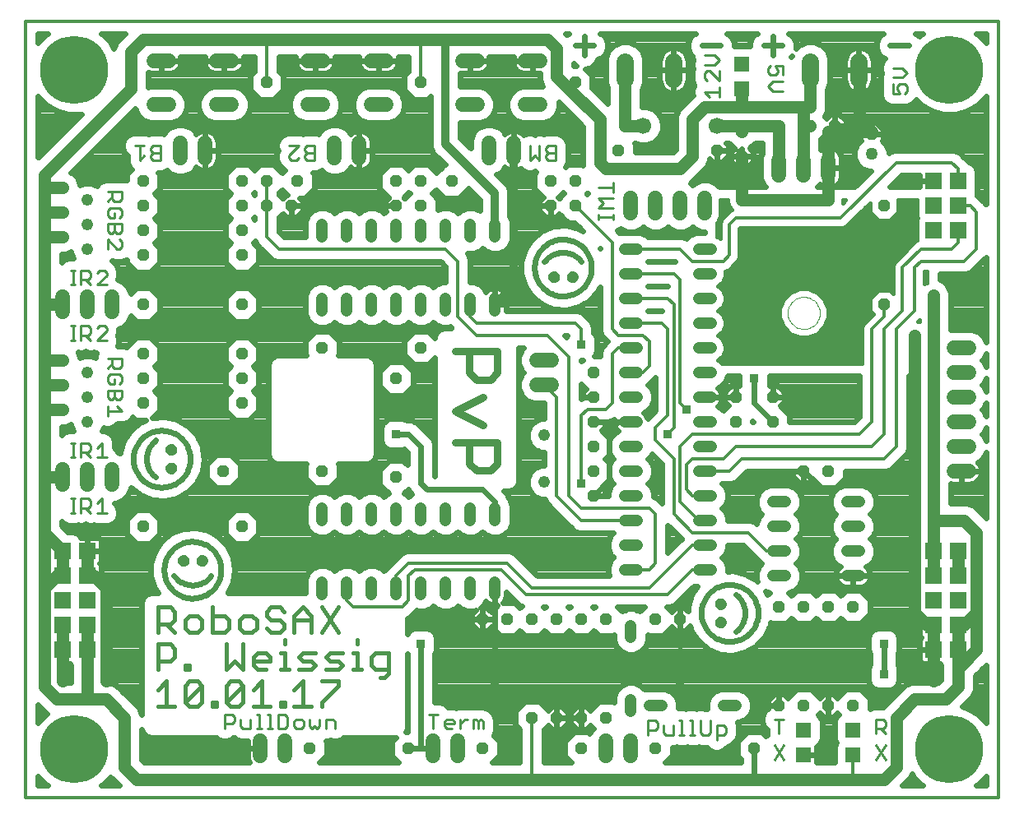
<source format=gtl>
G75*
%MOIN*%
%OFA0B0*%
%FSLAX24Y24*%
%IPPOS*%
%LPD*%
%AMOC8*
5,1,8,0,0,1.08239X$1,22.5*
%
%ADD10C,0.0120*%
%ADD11C,0.0300*%
%ADD12C,0.0180*%
%ADD13C,0.0240*%
%ADD14C,0.0110*%
%ADD15C,0.0705*%
%ADD16C,0.0480*%
%ADD17R,0.0689X0.0689*%
%ADD18C,0.0600*%
%ADD19C,0.0000*%
%ADD20OC8,0.0480*%
%ADD21OC8,0.0500*%
%ADD22C,0.0500*%
%ADD23C,0.0480*%
%ADD24C,0.0669*%
%ADD25R,0.0591X0.0591*%
%ADD26C,0.0500*%
%ADD27R,0.0356X0.0356*%
%ADD28C,0.0320*%
%ADD29C,0.0160*%
%ADD30C,0.2756*%
D10*
X013160Y000220D02*
X013160Y031716D01*
X052530Y031716D01*
X052530Y000220D01*
X013160Y000220D01*
X026160Y008220D02*
X026410Y007970D01*
X028410Y007970D01*
X028660Y008220D01*
X028660Y009220D01*
X028910Y009470D01*
X032410Y009470D01*
X033410Y008470D01*
X039160Y008470D01*
X040160Y009470D01*
X040660Y009470D01*
X040660Y010470D02*
X040160Y010470D01*
X038410Y008720D01*
X033660Y008720D01*
X032660Y009720D01*
X028660Y009720D01*
X028160Y009220D01*
X028160Y008720D01*
X026160Y008720D02*
X026160Y008220D01*
X033660Y003470D02*
X033660Y000970D01*
X037660Y009470D02*
X038410Y009470D01*
X038660Y009720D01*
X038660Y011720D01*
X038410Y011970D01*
X035660Y011970D01*
X035160Y012470D01*
X035160Y018095D01*
X034285Y018970D01*
X031410Y018970D01*
X030660Y019720D01*
X030660Y021970D01*
X030160Y022470D01*
X023410Y022470D01*
X022910Y022970D01*
X022910Y024220D01*
X022910Y025220D01*
X022910Y029220D02*
X022910Y030970D01*
X029160Y030970D02*
X029160Y029220D01*
X035160Y028970D02*
X035410Y029220D01*
X041160Y026470D02*
X042160Y026470D01*
X042160Y026220D01*
X041910Y023720D02*
X041660Y023470D01*
X041660Y022220D01*
X041410Y021970D01*
X040160Y021970D01*
X039660Y022470D01*
X037660Y022470D01*
X036910Y022720D02*
X036910Y019220D01*
X037160Y018970D01*
X038160Y018970D01*
X038410Y018720D01*
X038410Y017720D01*
X038160Y017470D01*
X037660Y017470D01*
X036910Y018220D02*
X036910Y016220D01*
X036660Y015970D01*
X035910Y015970D01*
X035660Y015720D01*
X035660Y012970D01*
X034660Y012470D02*
X034660Y016470D01*
X034160Y016970D01*
X035660Y018595D02*
X035660Y019220D01*
X035410Y019470D01*
X031410Y019470D01*
X031160Y019720D01*
X031160Y020220D01*
X035410Y024220D02*
X036910Y022720D01*
X037660Y021470D02*
X039410Y021470D01*
X039660Y021220D01*
X039660Y016220D01*
X039910Y015970D01*
X039160Y015720D02*
X038660Y015220D01*
X038660Y014720D01*
X039410Y013970D01*
X039410Y011720D01*
X040160Y010970D01*
X042410Y010970D01*
X043160Y010220D01*
X043660Y010220D01*
X040660Y011470D02*
X040410Y011470D01*
X039660Y012220D01*
X039660Y014470D01*
X040160Y014970D01*
X046910Y014970D01*
X047410Y015470D01*
X047410Y019220D01*
X047910Y019720D01*
X047910Y020220D01*
X048660Y019970D02*
X047910Y019220D01*
X047910Y014970D01*
X047410Y014470D01*
X041910Y014470D01*
X041410Y013970D01*
X040160Y013970D01*
X039910Y013720D01*
X039910Y012720D01*
X040160Y012470D01*
X040660Y012470D01*
X040660Y013470D02*
X041660Y013470D01*
X042160Y013970D01*
X047910Y013970D01*
X048410Y014470D01*
X048410Y019220D01*
X049160Y019970D01*
X049160Y021720D01*
X049410Y021970D01*
X051160Y021970D01*
X051660Y022470D01*
X051660Y023970D01*
X051410Y024220D01*
X050910Y024220D01*
X050910Y023220D02*
X050910Y022720D01*
X050660Y022470D01*
X049410Y022470D01*
X048660Y021720D01*
X048660Y019970D01*
X046160Y023720D02*
X041910Y023720D01*
X039160Y020470D02*
X037660Y020470D01*
X037660Y019470D02*
X038910Y019470D01*
X039160Y019220D01*
X039160Y015720D01*
X039410Y015220D02*
X039160Y014970D01*
X039410Y015220D02*
X039410Y020220D01*
X039160Y020470D01*
X037660Y018470D02*
X037160Y018470D01*
X036910Y018220D01*
X034660Y012470D02*
X035660Y011470D01*
X037660Y011470D01*
X049410Y007220D02*
X049535Y007345D01*
X046660Y001970D02*
X046660Y000970D01*
X046160Y023720D02*
X048410Y025970D01*
X050660Y025970D01*
X050910Y025720D01*
X050910Y025220D01*
D11*
X032262Y018320D02*
X032262Y017469D01*
X031978Y017186D01*
X031411Y017186D01*
X031128Y017469D01*
X031128Y018320D01*
X030560Y018320D02*
X032262Y018320D01*
X031695Y016478D02*
X030560Y015911D01*
X031695Y015344D01*
X032262Y014637D02*
X030560Y014637D01*
X031128Y014637D02*
X031128Y013786D01*
X031411Y013503D01*
X031978Y013503D01*
X032262Y013786D01*
X032262Y014637D01*
D12*
X025811Y007956D02*
X025130Y006935D01*
X024706Y006935D02*
X024706Y007616D01*
X024365Y007956D01*
X024025Y007616D01*
X024025Y006935D01*
X023601Y007105D02*
X023601Y007275D01*
X023431Y007445D01*
X023090Y007445D01*
X022920Y007616D01*
X022920Y007786D01*
X023090Y007956D01*
X023431Y007956D01*
X023601Y007786D01*
X024025Y007445D02*
X024706Y007445D01*
X025130Y007956D02*
X025811Y006935D01*
X026589Y006626D02*
X026589Y006456D01*
X026589Y006116D02*
X026419Y006116D01*
X026589Y006116D02*
X026589Y005435D01*
X026419Y005435D02*
X026759Y005435D01*
X027156Y005605D02*
X027156Y005945D01*
X027326Y006116D01*
X027836Y006116D01*
X027836Y005265D01*
X027666Y005095D01*
X027496Y005095D01*
X027326Y005435D02*
X027836Y005435D01*
X027326Y005435D02*
X027156Y005605D01*
X025995Y005605D02*
X025825Y005775D01*
X025484Y005775D01*
X025314Y005945D01*
X025484Y006116D01*
X025995Y006116D01*
X025995Y005605D02*
X025825Y005435D01*
X025314Y005435D01*
X024890Y005605D02*
X024720Y005775D01*
X024379Y005775D01*
X024209Y005945D01*
X024379Y006116D01*
X024890Y006116D01*
X024890Y005605D02*
X024720Y005435D01*
X024209Y005435D01*
X023813Y005435D02*
X023473Y005435D01*
X023643Y005435D02*
X023643Y006116D01*
X023473Y006116D01*
X023643Y006456D02*
X023643Y006626D01*
X023431Y006935D02*
X023090Y006935D01*
X022920Y007105D01*
X022496Y007105D02*
X022496Y007445D01*
X022326Y007616D01*
X021985Y007616D01*
X021815Y007445D01*
X021815Y007105D01*
X021985Y006935D01*
X022326Y006935D01*
X022496Y007105D01*
X021943Y006456D02*
X021943Y005435D01*
X021603Y005775D01*
X021263Y005435D01*
X021263Y006456D01*
X021221Y006935D02*
X020710Y006935D01*
X020710Y007956D01*
X020710Y007616D02*
X021221Y007616D01*
X021391Y007445D01*
X021391Y007105D01*
X021221Y006935D01*
X020286Y007105D02*
X020286Y007445D01*
X020116Y007616D01*
X019775Y007616D01*
X019605Y007445D01*
X019605Y007105D01*
X019775Y006935D01*
X020116Y006935D01*
X020286Y007105D01*
X019181Y006935D02*
X018841Y007275D01*
X019011Y007275D02*
X018500Y007275D01*
X018500Y006935D02*
X018500Y007956D01*
X019011Y007956D01*
X019181Y007786D01*
X019181Y007445D01*
X019011Y007275D01*
X019011Y006456D02*
X019181Y006286D01*
X019181Y005945D01*
X019011Y005775D01*
X018500Y005775D01*
X018500Y005435D02*
X018500Y006456D01*
X019011Y006456D01*
X019605Y005605D02*
X019775Y005605D01*
X019775Y005435D01*
X019605Y005435D01*
X019605Y005605D01*
X019775Y004956D02*
X020116Y004956D01*
X020286Y004786D01*
X019605Y004105D01*
X019775Y003935D01*
X020116Y003935D01*
X020286Y004105D01*
X020286Y004786D01*
X019775Y004956D02*
X019605Y004786D01*
X019605Y004105D01*
X019181Y003935D02*
X018500Y003935D01*
X018841Y003935D02*
X018841Y004956D01*
X018500Y004616D01*
X020710Y004105D02*
X020710Y003935D01*
X020880Y003935D01*
X020880Y004105D01*
X020710Y004105D01*
X021263Y004105D02*
X021263Y004786D01*
X021433Y004956D01*
X021773Y004956D01*
X021943Y004786D01*
X021263Y004105D01*
X021433Y003935D01*
X021773Y003935D01*
X021943Y004105D01*
X021943Y004786D01*
X022368Y004616D02*
X022708Y004956D01*
X022708Y003935D01*
X022368Y003935D02*
X023048Y003935D01*
X023473Y003935D02*
X023473Y004105D01*
X023643Y004105D01*
X023643Y003935D01*
X023473Y003935D01*
X024025Y003935D02*
X024706Y003935D01*
X024365Y003935D02*
X024365Y004956D01*
X024025Y004616D01*
X025130Y004956D02*
X025811Y004956D01*
X025811Y004786D01*
X025130Y004105D01*
X025130Y003935D01*
X022878Y005435D02*
X022538Y005435D01*
X022368Y005605D01*
X022368Y005945D01*
X022538Y006116D01*
X022878Y006116D01*
X023048Y005945D01*
X023048Y005775D01*
X022368Y005775D01*
X023431Y006935D02*
X023601Y007105D01*
D13*
X024480Y008535D02*
X021340Y008535D01*
X021547Y008965D01*
X021547Y008965D01*
X021623Y009470D01*
X021547Y009975D01*
X021325Y010435D01*
X020978Y010809D01*
X020536Y011064D01*
X020038Y011178D01*
X019529Y011140D01*
X019054Y010953D01*
X018655Y010635D01*
X018655Y010635D01*
X018655Y010635D01*
X018368Y010213D01*
X018217Y009725D01*
X018217Y009215D01*
X018368Y008727D01*
X018498Y008535D01*
X018198Y008535D01*
X018036Y008468D01*
X017912Y008344D01*
X017845Y008183D01*
X017845Y003619D01*
X017745Y003861D01*
X017551Y004055D01*
X016801Y004805D01*
X016548Y004910D01*
X016350Y004910D01*
X016350Y005599D01*
X016378Y005626D01*
X016445Y005788D01*
X016445Y006652D01*
X016417Y006720D01*
X016445Y006788D01*
X016445Y007652D01*
X016417Y007720D01*
X016445Y007788D01*
X016445Y008652D01*
X016378Y008814D01*
X016254Y008938D01*
X016225Y008950D01*
X016225Y009220D01*
X016225Y009593D01*
X016210Y009649D01*
X016181Y009700D01*
X016160Y009720D01*
X016181Y009740D01*
X016210Y009791D01*
X016225Y009847D01*
X016225Y010220D01*
X016225Y010593D01*
X016210Y010649D01*
X016181Y010700D01*
X016140Y010741D01*
X016090Y010769D01*
X016034Y010784D01*
X015660Y010784D01*
X015390Y010784D01*
X015378Y010814D01*
X015254Y010938D01*
X015092Y011004D01*
X014852Y011004D01*
X014600Y011256D01*
X014600Y011440D01*
X014685Y011355D01*
X014867Y011280D01*
X015261Y011280D01*
X015279Y011287D01*
X015297Y011280D01*
X015494Y011280D01*
X015592Y011321D01*
X015690Y011280D01*
X015887Y011280D01*
X015914Y011291D01*
X015941Y011280D01*
X016532Y011280D01*
X016714Y011355D01*
X016853Y011495D01*
X016928Y011677D01*
X016928Y011873D01*
X016853Y012055D01*
X016731Y012177D01*
X016731Y012180D01*
X016808Y012180D01*
X017080Y012293D01*
X017288Y012501D01*
X017400Y012773D01*
X017400Y012812D01*
X017405Y012805D01*
X017804Y012487D01*
X017804Y012487D01*
X018279Y012300D01*
X018788Y012262D01*
X018788Y012262D01*
X019286Y012376D01*
X019728Y012631D01*
X019728Y012631D01*
X020075Y013005D01*
X020297Y013465D01*
X020373Y013970D01*
X020297Y014475D01*
X020075Y014935D01*
X019728Y015309D01*
X019286Y015564D01*
X018788Y015678D01*
X018293Y015640D01*
X018590Y015938D01*
X018590Y016502D01*
X018372Y016720D01*
X018590Y016938D01*
X018590Y017502D01*
X018372Y017720D01*
X018590Y017938D01*
X018590Y018502D01*
X018192Y018900D01*
X017629Y018900D01*
X017232Y018503D01*
X017154Y018535D01*
X016870Y018535D01*
X016928Y018677D01*
X016928Y018873D01*
X016888Y018972D01*
X016928Y019070D01*
X016928Y019230D01*
X017080Y019293D01*
X017288Y019501D01*
X017399Y019770D01*
X017629Y019540D01*
X018192Y019540D01*
X018590Y019938D01*
X018590Y020502D01*
X018192Y020900D01*
X017629Y020900D01*
X017399Y020670D01*
X017288Y020939D01*
X017080Y021147D01*
X016889Y021226D01*
X016928Y021320D01*
X016928Y021516D01*
X016928Y021616D01*
X016853Y021797D01*
X016648Y022003D01*
X016662Y022008D01*
X016761Y021968D01*
X016956Y021968D01*
X017056Y021968D01*
X017230Y022040D01*
X017230Y021938D01*
X017629Y021540D01*
X018192Y021540D01*
X018590Y021938D01*
X018590Y022502D01*
X018372Y022720D01*
X018590Y022938D01*
X018590Y023502D01*
X018372Y023720D01*
X018590Y023938D01*
X018590Y024502D01*
X018372Y024720D01*
X018590Y024938D01*
X018590Y025502D01*
X018513Y025579D01*
X018704Y025579D01*
X018881Y025653D01*
X018991Y025543D01*
X019263Y025430D01*
X019558Y025430D01*
X019830Y025543D01*
X020038Y025751D01*
X020054Y025791D01*
X020072Y025773D01*
X020138Y025725D01*
X020211Y025688D01*
X020289Y025663D01*
X020369Y025650D01*
X020410Y025650D01*
X020410Y026470D01*
X020410Y027290D01*
X020369Y027290D01*
X020289Y027277D01*
X020211Y027252D01*
X020138Y027215D01*
X020072Y027167D01*
X020054Y027149D01*
X020038Y027189D01*
X019830Y027397D01*
X019558Y027510D01*
X019263Y027510D01*
X018991Y027397D01*
X018783Y027189D01*
X018761Y027136D01*
X018704Y027160D01*
X018212Y027160D01*
X018135Y027128D01*
X018059Y027160D01*
X017469Y027160D01*
X017287Y027085D01*
X017148Y026945D01*
X017072Y026763D01*
X017072Y026567D01*
X017148Y026385D01*
X017269Y026263D01*
X017269Y025976D01*
X017331Y025827D01*
X017344Y025794D01*
X017344Y025794D01*
X017434Y025705D01*
X017230Y025502D01*
X017230Y025254D01*
X017154Y025285D01*
X016367Y025285D01*
X016185Y025210D01*
X016046Y025070D01*
X016037Y025050D01*
X015796Y025150D01*
X015525Y025150D01*
X015350Y025078D01*
X015350Y025107D01*
X015245Y025361D01*
X015051Y025555D01*
X014995Y025578D01*
X017593Y028177D01*
X017703Y027911D01*
X017911Y027703D01*
X018183Y027590D01*
X019078Y027590D01*
X019350Y027703D01*
X019558Y027911D01*
X019670Y028183D01*
X019670Y028477D01*
X019558Y028749D01*
X019350Y028957D01*
X019078Y029070D01*
X018183Y029070D01*
X018100Y029036D01*
X018100Y029644D01*
X018131Y029628D01*
X018209Y029603D01*
X018289Y029590D01*
X018630Y029590D01*
X018630Y030110D01*
X018630Y030110D01*
X018630Y029590D01*
X018971Y029590D01*
X019052Y029603D01*
X019130Y029628D01*
X019203Y029665D01*
X019269Y029713D01*
X019327Y029771D01*
X019375Y029837D01*
X019412Y029910D01*
X019438Y029988D01*
X019450Y030069D01*
X019450Y030110D01*
X019450Y030151D01*
X019438Y030232D01*
X019422Y030280D01*
X020399Y030280D01*
X020383Y030232D01*
X020370Y030151D01*
X020370Y030110D01*
X021190Y030110D01*
X020370Y030110D01*
X020370Y030069D01*
X020383Y029988D01*
X020408Y029910D01*
X020446Y029837D01*
X020494Y029771D01*
X020552Y029713D01*
X020618Y029665D01*
X020691Y029628D01*
X020769Y029603D01*
X020849Y029590D01*
X021190Y029590D01*
X021190Y030110D01*
X021190Y030110D01*
X021190Y030110D01*
X021190Y029590D01*
X021531Y029590D01*
X021612Y029603D01*
X021690Y029628D01*
X021763Y029665D01*
X021829Y029713D01*
X021887Y029771D01*
X021935Y029837D01*
X021972Y029910D01*
X021998Y029988D01*
X022010Y030069D01*
X022010Y030110D01*
X022010Y030151D01*
X021998Y030232D01*
X021982Y030280D01*
X022410Y030280D01*
X022410Y029682D01*
X022230Y029502D01*
X022230Y028938D01*
X022629Y028540D01*
X023192Y028540D01*
X023590Y028938D01*
X023590Y029502D01*
X023410Y029682D01*
X023410Y030280D01*
X024089Y030280D01*
X024073Y030232D01*
X024060Y030151D01*
X024060Y030110D01*
X024060Y030069D01*
X024073Y029988D01*
X024098Y029910D01*
X024136Y029837D01*
X024184Y029771D01*
X024242Y029713D01*
X024308Y029665D01*
X024381Y029628D01*
X024459Y029603D01*
X024539Y029590D01*
X024880Y029590D01*
X024880Y030110D01*
X024060Y030110D01*
X024880Y030110D01*
X024880Y030110D01*
X024880Y030110D01*
X024880Y029590D01*
X025221Y029590D01*
X025302Y029603D01*
X025380Y029628D01*
X025453Y029665D01*
X025519Y029713D01*
X025577Y029771D01*
X025625Y029837D01*
X025662Y029910D01*
X025688Y029988D01*
X025700Y030069D01*
X025700Y030110D01*
X025700Y030151D01*
X025688Y030232D01*
X025672Y030280D01*
X026649Y030280D01*
X026633Y030232D01*
X026620Y030151D01*
X026620Y030110D01*
X026620Y030069D01*
X026633Y029988D01*
X026658Y029910D01*
X026696Y029837D01*
X026744Y029771D01*
X026802Y029713D01*
X026868Y029665D01*
X026941Y029628D01*
X027019Y029603D01*
X027099Y029590D01*
X027440Y029590D01*
X027440Y030110D01*
X026620Y030110D01*
X027440Y030110D01*
X027440Y030110D01*
X027440Y030110D01*
X027440Y029590D01*
X027781Y029590D01*
X027862Y029603D01*
X027940Y029628D01*
X028013Y029665D01*
X028079Y029713D01*
X028137Y029771D01*
X028185Y029837D01*
X028222Y029910D01*
X028248Y029988D01*
X028260Y030069D01*
X028260Y030110D01*
X028260Y030151D01*
X028248Y030232D01*
X028232Y030280D01*
X028660Y030280D01*
X028660Y029682D01*
X028480Y029502D01*
X028480Y028938D01*
X028879Y028540D01*
X029442Y028540D01*
X029560Y028658D01*
X029560Y026601D01*
X029652Y026380D01*
X029820Y026211D01*
X030132Y025900D01*
X030129Y025900D01*
X029785Y025557D01*
X029442Y025900D01*
X028879Y025900D01*
X028660Y025682D01*
X028442Y025900D01*
X027879Y025900D01*
X027480Y025502D01*
X027480Y024938D01*
X027854Y024564D01*
X027700Y024411D01*
X027700Y024220D01*
X028160Y024220D01*
X027700Y024220D01*
X027700Y024029D01*
X027734Y023996D01*
X027660Y023922D01*
X027546Y024036D01*
X027296Y024140D01*
X027025Y024140D01*
X026775Y024036D01*
X026660Y023922D01*
X026546Y024036D01*
X026296Y024140D01*
X026025Y024140D01*
X025775Y024036D01*
X025660Y023922D01*
X025546Y024036D01*
X025296Y024140D01*
X025025Y024140D01*
X024775Y024036D01*
X024584Y023845D01*
X024480Y023595D01*
X024480Y022970D01*
X023617Y022970D01*
X023410Y023177D01*
X023410Y023758D01*
X023566Y023914D01*
X023720Y023760D01*
X023910Y023760D01*
X023910Y024220D01*
X023910Y024220D01*
X023910Y023760D01*
X024101Y023760D01*
X024370Y024029D01*
X024370Y024220D01*
X024370Y024411D01*
X024241Y024540D01*
X024442Y024540D01*
X024840Y024938D01*
X024840Y025502D01*
X024763Y025579D01*
X024954Y025579D01*
X025131Y025653D01*
X025241Y025543D01*
X025513Y025430D01*
X025808Y025430D01*
X026080Y025543D01*
X026288Y025751D01*
X026304Y025791D01*
X026322Y025773D01*
X026388Y025725D01*
X026461Y025688D01*
X026539Y025663D01*
X026619Y025650D01*
X026660Y025650D01*
X026660Y026470D01*
X026660Y027290D01*
X026619Y027290D01*
X026539Y027277D01*
X026461Y027252D01*
X026388Y027215D01*
X026322Y027167D01*
X026304Y027149D01*
X026288Y027189D01*
X026080Y027397D01*
X025808Y027510D01*
X025513Y027510D01*
X025241Y027397D01*
X025033Y027189D01*
X025011Y027136D01*
X024954Y027160D01*
X024462Y027160D01*
X024385Y027128D01*
X024309Y027160D01*
X023719Y027160D01*
X023537Y027085D01*
X023398Y026945D01*
X023322Y026763D01*
X023322Y026567D01*
X023363Y026468D01*
X023322Y026370D01*
X023322Y026174D01*
X023322Y026074D01*
X023398Y025893D01*
X023634Y025656D01*
X023535Y025557D01*
X023192Y025900D01*
X022629Y025900D01*
X022410Y025682D01*
X022192Y025900D01*
X021629Y025900D01*
X021230Y025502D01*
X021230Y024938D01*
X021449Y024720D01*
X021230Y024502D01*
X021230Y023938D01*
X021449Y023720D01*
X021230Y023502D01*
X021230Y022938D01*
X021449Y022720D01*
X021230Y022502D01*
X021230Y021938D01*
X021629Y021540D01*
X022192Y021540D01*
X022590Y021938D01*
X022590Y022502D01*
X022372Y022720D01*
X022443Y022791D01*
X022486Y022687D01*
X022627Y022546D01*
X022627Y022546D01*
X022986Y022187D01*
X023127Y022046D01*
X023311Y021970D01*
X029953Y021970D01*
X030160Y021763D01*
X030160Y021140D01*
X030025Y021140D01*
X029775Y021036D01*
X029660Y020922D01*
X029546Y021036D01*
X029296Y021140D01*
X029025Y021140D01*
X028775Y021036D01*
X028660Y020922D01*
X028546Y021036D01*
X028296Y021140D01*
X028025Y021140D01*
X027775Y021036D01*
X027660Y020922D01*
X027546Y021036D01*
X027296Y021140D01*
X027025Y021140D01*
X026775Y021036D01*
X026660Y020922D01*
X026546Y021036D01*
X026296Y021140D01*
X026025Y021140D01*
X025775Y021036D01*
X025660Y020922D01*
X025546Y021036D01*
X025296Y021140D01*
X025025Y021140D01*
X024775Y021036D01*
X024584Y020845D01*
X024480Y020595D01*
X024480Y019845D01*
X024584Y019595D01*
X024775Y019404D01*
X025025Y019300D01*
X017087Y019300D01*
X016925Y019062D02*
X024790Y019062D01*
X024879Y019150D02*
X024480Y018752D01*
X024480Y018188D01*
X024509Y018160D01*
X023323Y018160D01*
X023161Y018093D01*
X023037Y017969D01*
X022970Y017808D01*
X022970Y014132D01*
X023037Y013971D01*
X023161Y013847D01*
X023323Y013780D01*
X024509Y013780D01*
X024480Y013752D01*
X024480Y013188D01*
X024879Y012790D01*
X025442Y012790D01*
X025840Y013188D01*
X025840Y013752D01*
X025812Y013780D01*
X026998Y013780D01*
X027160Y013847D01*
X027283Y013971D01*
X027350Y014132D01*
X027350Y017808D01*
X027283Y017969D01*
X027160Y018093D01*
X026998Y018160D01*
X025812Y018160D01*
X025840Y018188D01*
X025840Y018752D01*
X025442Y019150D01*
X024879Y019150D01*
X025025Y019300D02*
X025296Y019300D01*
X026025Y019300D01*
X026296Y019300D01*
X027025Y019300D01*
X027296Y019300D01*
X028025Y019300D01*
X028296Y019300D01*
X029025Y019300D01*
X029296Y019300D01*
X030025Y019300D01*
X030296Y019300D01*
X030373Y019300D01*
X030388Y019285D02*
X030351Y019323D01*
X030296Y019300D01*
X030388Y019285D02*
X030073Y019285D01*
X029911Y019218D01*
X029787Y019094D01*
X029720Y018933D01*
X029720Y018872D01*
X029442Y019150D01*
X028879Y019150D01*
X028480Y018752D01*
X028480Y018188D01*
X028879Y017790D01*
X029442Y017790D01*
X029720Y018068D01*
X029720Y013280D01*
X029720Y014581D01*
X029635Y014787D01*
X028978Y015445D01*
X028772Y015530D01*
X028566Y015530D01*
X028426Y015588D01*
X027895Y015588D01*
X027733Y015521D01*
X027609Y015397D01*
X027542Y015236D01*
X027542Y014704D01*
X027609Y014543D01*
X027733Y014419D01*
X027895Y014352D01*
X028426Y014352D01*
X028469Y014370D01*
X028600Y014238D01*
X028600Y013742D01*
X028442Y013900D01*
X027879Y013900D01*
X027480Y013502D01*
X027480Y012938D01*
X027851Y012568D01*
X027775Y012536D01*
X027660Y012422D01*
X027546Y012536D01*
X027296Y012640D01*
X027025Y012640D01*
X026775Y012536D01*
X026660Y012422D01*
X026546Y012536D01*
X026296Y012640D01*
X026025Y012640D01*
X025775Y012536D01*
X025660Y012422D01*
X025546Y012536D01*
X025296Y012640D01*
X025025Y012640D01*
X024775Y012536D01*
X024584Y012345D01*
X024480Y012095D01*
X024480Y011345D01*
X024584Y011095D01*
X024775Y010904D01*
X025025Y010800D01*
X025296Y010800D01*
X025546Y010904D01*
X025660Y011018D01*
X025775Y010904D01*
X026025Y010800D01*
X026296Y010800D01*
X026546Y010904D01*
X026660Y011018D01*
X026775Y010904D01*
X027025Y010800D01*
X027296Y010800D01*
X027546Y010904D01*
X027660Y011018D01*
X027775Y010904D01*
X028025Y010800D01*
X028296Y010800D01*
X028546Y010904D01*
X028660Y011018D01*
X028775Y010904D01*
X029025Y010800D01*
X029296Y010800D01*
X029546Y010904D01*
X029660Y011018D01*
X029775Y010904D01*
X030025Y010800D01*
X030296Y010800D01*
X030546Y010904D01*
X030660Y011018D01*
X030775Y010904D01*
X031025Y010800D01*
X031296Y010800D01*
X031546Y010904D01*
X031660Y011018D01*
X031775Y010904D01*
X032025Y010800D01*
X032296Y010800D01*
X032546Y010904D01*
X032737Y011095D01*
X032840Y011345D01*
X032840Y012095D01*
X032737Y012345D01*
X032699Y012383D01*
X032635Y012537D01*
X032517Y012655D01*
X032748Y012655D01*
X032910Y012722D01*
X033033Y012846D01*
X033100Y013007D01*
X033100Y018470D01*
X033314Y018470D01*
X033233Y018389D01*
X033120Y018117D01*
X033120Y017823D01*
X033233Y017551D01*
X033314Y017470D01*
X033233Y017389D01*
X033120Y017117D01*
X033120Y016823D01*
X033233Y016551D01*
X033441Y016343D01*
X033713Y016230D01*
X034160Y016230D01*
X034160Y015600D01*
X034025Y015600D01*
X033775Y015496D01*
X033584Y015305D01*
X033480Y015055D01*
X033480Y014785D01*
X033584Y014535D01*
X033775Y014344D01*
X034025Y014240D01*
X034160Y014240D01*
X034160Y013700D01*
X034025Y013700D01*
X033775Y013596D01*
X033584Y013405D01*
X033480Y013155D01*
X033480Y012885D01*
X033584Y012635D01*
X033775Y012444D01*
X034025Y012340D01*
X034173Y012340D01*
X034236Y012187D01*
X034377Y012046D01*
X035377Y011046D01*
X035561Y010970D01*
X036959Y010970D01*
X036844Y010855D01*
X036740Y010605D01*
X036740Y010335D01*
X036844Y010085D01*
X036959Y009970D01*
X036844Y009855D01*
X036740Y009605D01*
X036740Y009335D01*
X036788Y009220D01*
X033867Y009220D01*
X032944Y010144D01*
X032760Y010220D01*
X028561Y010220D01*
X028377Y010144D01*
X028236Y010003D01*
X027736Y009503D01*
X027733Y009494D01*
X027660Y009422D01*
X027546Y009536D01*
X027296Y009640D01*
X027025Y009640D01*
X026775Y009536D01*
X026660Y009422D01*
X026546Y009536D01*
X026296Y009640D01*
X026025Y009640D01*
X025775Y009536D01*
X025660Y009422D01*
X025546Y009536D01*
X025296Y009640D01*
X025025Y009640D01*
X024775Y009536D01*
X024584Y009345D01*
X024480Y009095D01*
X024480Y008535D01*
X024480Y008568D02*
X021355Y008568D01*
X021470Y008806D02*
X024480Y008806D01*
X024480Y009045D02*
X021559Y009045D01*
X021595Y009283D02*
X024558Y009283D01*
X024760Y009522D02*
X021615Y009522D01*
X021579Y009760D02*
X027993Y009760D01*
X027755Y009522D02*
X027561Y009522D01*
X026760Y009522D02*
X026561Y009522D01*
X025760Y009522D02*
X025561Y009522D01*
X025595Y010953D02*
X025726Y010953D01*
X026595Y010953D02*
X026726Y010953D01*
X027595Y010953D02*
X027726Y010953D01*
X028595Y010953D02*
X028726Y010953D01*
X029595Y010953D02*
X029726Y010953D01*
X030595Y010953D02*
X030726Y010953D01*
X031595Y010953D02*
X031726Y010953D01*
X032595Y010953D02*
X036941Y010953D01*
X036785Y010714D02*
X022366Y010714D01*
X022192Y010540D02*
X022590Y010938D01*
X022590Y011502D01*
X022192Y011900D01*
X021629Y011900D01*
X021230Y011502D01*
X021230Y010938D01*
X021629Y010540D01*
X022192Y010540D01*
X022590Y010953D02*
X024726Y010953D01*
X024544Y011191D02*
X022590Y011191D01*
X022590Y011430D02*
X024480Y011430D01*
X024480Y011668D02*
X022424Y011668D01*
X021397Y011668D02*
X018424Y011668D01*
X018590Y011502D02*
X018192Y011900D01*
X017629Y011900D01*
X017230Y011502D01*
X017230Y010938D01*
X017629Y010540D01*
X018192Y010540D01*
X018590Y010938D01*
X018590Y011502D01*
X018590Y011430D02*
X021230Y011430D01*
X021230Y011191D02*
X018590Y011191D01*
X018590Y010953D02*
X019054Y010953D01*
X019054Y010953D01*
X018754Y010714D02*
X018366Y010714D01*
X018546Y010476D02*
X016225Y010476D01*
X016225Y010237D02*
X018384Y010237D01*
X018368Y010213D02*
X018368Y010213D01*
X018301Y009999D02*
X016225Y009999D01*
X016225Y010220D02*
X015660Y010220D01*
X015660Y010784D01*
X015660Y010220D01*
X015660Y010220D01*
X015660Y010220D01*
X015660Y009784D01*
X015660Y009220D01*
X015660Y009220D01*
X015660Y010220D01*
X016225Y010220D01*
X016192Y009760D02*
X018228Y009760D01*
X018217Y009522D02*
X016225Y009522D01*
X016225Y009283D02*
X018217Y009283D01*
X018270Y009045D02*
X016225Y009045D01*
X016225Y009220D02*
X015660Y009220D01*
X016225Y009220D01*
X016381Y008806D02*
X018343Y008806D01*
X018368Y008727D02*
X018368Y008727D01*
X018476Y008568D02*
X016445Y008568D01*
X016445Y008329D02*
X017906Y008329D01*
X017845Y008091D02*
X016445Y008091D01*
X016445Y007852D02*
X017845Y007852D01*
X017845Y007614D02*
X016445Y007614D01*
X016445Y007375D02*
X017845Y007375D01*
X017845Y007137D02*
X016445Y007137D01*
X016445Y006898D02*
X017845Y006898D01*
X017845Y006660D02*
X016442Y006660D01*
X016445Y006421D02*
X017845Y006421D01*
X017845Y006183D02*
X016445Y006183D01*
X016445Y005944D02*
X017845Y005944D01*
X017845Y005706D02*
X016411Y005706D01*
X016350Y005467D02*
X017845Y005467D01*
X017845Y005229D02*
X016350Y005229D01*
X016350Y004990D02*
X017845Y004990D01*
X017845Y004752D02*
X016855Y004752D01*
X017093Y004513D02*
X017845Y004513D01*
X017845Y004275D02*
X017332Y004275D01*
X017570Y004036D02*
X017845Y004036D01*
X017845Y003798D02*
X017772Y003798D01*
X017850Y002995D02*
X017912Y002846D01*
X018036Y002722D01*
X018198Y002655D01*
X020885Y002655D01*
X020935Y002605D01*
X021117Y002530D01*
X021314Y002530D01*
X021496Y002605D01*
X021545Y002655D01*
X021628Y002655D01*
X021678Y002605D01*
X021860Y002530D01*
X022140Y002530D01*
X022140Y002220D01*
X022140Y001879D01*
X022153Y001798D01*
X022178Y001720D01*
X022209Y001660D01*
X017946Y001660D01*
X017850Y001756D01*
X017850Y002995D01*
X017850Y002844D02*
X017915Y002844D01*
X017850Y002605D02*
X020936Y002605D01*
X021495Y002605D02*
X021679Y002605D01*
X022140Y002367D02*
X017850Y002367D01*
X017850Y002128D02*
X022140Y002128D01*
X022140Y002220D02*
X022660Y002220D01*
X022660Y002220D01*
X022140Y002220D01*
X022140Y001890D02*
X017850Y001890D01*
X016719Y000936D02*
X016447Y000936D01*
X016583Y001072D02*
X016935Y000720D01*
X016221Y000720D01*
X016245Y000734D01*
X016583Y001072D01*
X014036Y000720D02*
X013660Y000720D01*
X013660Y001096D01*
X013674Y001072D01*
X014013Y000734D01*
X014036Y000720D01*
X013811Y000936D02*
X013660Y000936D01*
X013660Y003281D02*
X013660Y003994D01*
X014012Y003643D01*
X013674Y003305D01*
X013660Y003281D01*
X013660Y003321D02*
X013690Y003321D01*
X013660Y003559D02*
X013928Y003559D01*
X013857Y003798D02*
X013660Y003798D01*
X014696Y004910D02*
X014600Y005006D01*
X014600Y005656D01*
X014660Y005656D01*
X014660Y006220D01*
X014660Y006220D01*
X014660Y006784D01*
X014660Y007220D01*
X014660Y007220D01*
X014660Y006220D01*
X014660Y006220D01*
X014660Y005656D01*
X014931Y005656D01*
X014943Y005626D01*
X014970Y005599D01*
X014970Y004910D01*
X014696Y004910D01*
X014616Y004990D02*
X014970Y004990D01*
X014970Y005229D02*
X014600Y005229D01*
X014600Y005467D02*
X014970Y005467D01*
X014660Y005706D02*
X014660Y005706D01*
X014660Y005944D02*
X014660Y005944D01*
X014660Y006183D02*
X014660Y006183D01*
X014660Y006421D02*
X014660Y006421D01*
X014660Y006660D02*
X014660Y006660D01*
X014660Y006898D02*
X014660Y006898D01*
X014660Y007137D02*
X014660Y007137D01*
X015660Y009220D02*
X015660Y009220D01*
X015660Y009283D02*
X015660Y009283D01*
X015660Y009522D02*
X015660Y009522D01*
X015660Y009760D02*
X015660Y009760D01*
X015660Y009999D02*
X015660Y009999D01*
X015660Y010220D02*
X015660Y010220D01*
X015660Y010237D02*
X015660Y010237D01*
X015660Y010476D02*
X015660Y010476D01*
X015660Y010714D02*
X015660Y010714D01*
X015218Y010953D02*
X017230Y010953D01*
X017230Y011191D02*
X014665Y011191D01*
X014611Y011430D02*
X014600Y011430D01*
X016166Y010714D02*
X017455Y010714D01*
X017230Y011430D02*
X016788Y011430D01*
X016925Y011668D02*
X017397Y011668D01*
X016915Y011907D02*
X024480Y011907D01*
X024501Y012145D02*
X016763Y012145D01*
X017170Y012384D02*
X018068Y012384D01*
X018279Y012300D02*
X018279Y012300D01*
X017635Y012622D02*
X017338Y012622D01*
X017405Y012805D02*
X017405Y012805D01*
X017405Y012805D01*
X016967Y014194D02*
X016885Y014228D01*
X016853Y014305D01*
X016731Y014427D01*
X016731Y014714D01*
X016670Y014863D01*
X016656Y014896D01*
X016519Y015033D01*
X016517Y015035D01*
X016517Y015035D01*
X016412Y015078D01*
X016335Y015111D01*
X016247Y015111D01*
X016303Y015244D01*
X016367Y015218D01*
X016564Y015218D01*
X016746Y015293D01*
X016867Y015415D01*
X017154Y015415D01*
X017303Y015476D01*
X017336Y015490D01*
X017336Y015490D01*
X017336Y015490D01*
X017473Y015627D01*
X017476Y015629D01*
X017494Y015674D01*
X017629Y015540D01*
X018026Y015540D01*
X017804Y015453D01*
X017405Y015135D01*
X017405Y015135D01*
X017118Y014713D01*
X016967Y014225D01*
X016967Y014194D01*
X016987Y014292D02*
X016859Y014292D01*
X016731Y014530D02*
X017061Y014530D01*
X017118Y014713D02*
X017118Y014713D01*
X017155Y014769D02*
X016709Y014769D01*
X016656Y014896D02*
X016656Y014896D01*
X016656Y014896D01*
X016545Y015007D02*
X017318Y015007D01*
X017544Y015246D02*
X016631Y015246D01*
X017322Y015484D02*
X017883Y015484D01*
X017804Y015453D02*
X017804Y015453D01*
X017476Y015629D02*
X017476Y015629D01*
X018375Y015723D02*
X021446Y015723D01*
X021629Y015540D02*
X022192Y015540D01*
X022590Y015938D01*
X022590Y016502D01*
X022372Y016720D01*
X022590Y016938D01*
X022590Y017502D01*
X022372Y017720D01*
X022590Y017938D01*
X022590Y018502D01*
X022192Y018900D01*
X021629Y018900D01*
X021230Y018502D01*
X021230Y017938D01*
X021449Y017720D01*
X021230Y017502D01*
X021230Y016938D01*
X021449Y016720D01*
X021230Y016502D01*
X021230Y015938D01*
X021629Y015540D01*
X021230Y015961D02*
X018590Y015961D01*
X018590Y016200D02*
X021230Y016200D01*
X021230Y016438D02*
X018590Y016438D01*
X018416Y016677D02*
X021405Y016677D01*
X021254Y016915D02*
X018567Y016915D01*
X018590Y017154D02*
X021230Y017154D01*
X021230Y017392D02*
X018590Y017392D01*
X018462Y017631D02*
X021359Y017631D01*
X021300Y017869D02*
X018521Y017869D01*
X018590Y018108D02*
X021230Y018108D01*
X021230Y018346D02*
X018590Y018346D01*
X018508Y018585D02*
X021313Y018585D01*
X021552Y018823D02*
X018269Y018823D01*
X017552Y018823D02*
X016928Y018823D01*
X016890Y018585D02*
X017313Y018585D01*
X017303Y019539D02*
X024640Y019539D01*
X024508Y019777D02*
X022429Y019777D01*
X022590Y019938D02*
X022192Y019540D01*
X021629Y019540D01*
X021230Y019938D01*
X021230Y020502D01*
X021629Y020900D01*
X022192Y020900D01*
X022590Y020502D01*
X022590Y019938D01*
X022590Y020016D02*
X024480Y020016D01*
X024480Y020254D02*
X022590Y020254D01*
X022590Y020493D02*
X024480Y020493D01*
X024537Y020731D02*
X022361Y020731D01*
X021460Y020731D02*
X018361Y020731D01*
X018590Y020493D02*
X021230Y020493D01*
X021230Y020254D02*
X018590Y020254D01*
X018590Y020016D02*
X021230Y020016D01*
X021392Y019777D02*
X018429Y019777D01*
X017460Y020731D02*
X017374Y020731D01*
X017257Y020970D02*
X024708Y020970D01*
X025613Y020970D02*
X025708Y020970D01*
X026613Y020970D02*
X026708Y020970D01*
X027613Y020970D02*
X027708Y020970D01*
X028613Y020970D02*
X028708Y020970D01*
X029613Y020970D02*
X029708Y020970D01*
X030160Y021208D02*
X016933Y021208D01*
X016928Y021447D02*
X030160Y021447D01*
X030160Y021685D02*
X022337Y021685D01*
X022576Y021924D02*
X030000Y021924D01*
X031037Y022300D02*
X031296Y022300D01*
X031546Y022404D01*
X031660Y022518D01*
X031775Y022404D01*
X032025Y022300D01*
X032296Y022300D01*
X032546Y022404D01*
X032737Y022595D01*
X032840Y022845D01*
X032840Y023595D01*
X032760Y023788D01*
X032760Y024839D01*
X032669Y025060D01*
X032228Y025501D01*
X032330Y025543D01*
X032538Y025751D01*
X032554Y025791D01*
X032572Y025773D01*
X032638Y025725D01*
X032711Y025688D01*
X032789Y025663D01*
X032869Y025650D01*
X032910Y025650D01*
X032910Y026470D01*
X032910Y026470D01*
X032910Y027290D01*
X032869Y027290D01*
X032789Y027277D01*
X032711Y027252D01*
X032638Y027215D01*
X032572Y027167D01*
X032554Y027149D01*
X032538Y027189D01*
X032330Y027397D01*
X032058Y027510D01*
X031763Y027510D01*
X031491Y027397D01*
X031283Y027189D01*
X031170Y026917D01*
X031170Y026559D01*
X030760Y026969D01*
X030760Y027590D01*
X031578Y027590D01*
X031850Y027703D01*
X032058Y027911D01*
X032170Y028183D01*
X032170Y028477D01*
X032058Y028749D01*
X031850Y028957D01*
X031578Y029070D01*
X030760Y029070D01*
X030760Y029595D01*
X030789Y029590D01*
X031130Y029590D01*
X031130Y030110D01*
X031130Y030110D01*
X031130Y029590D01*
X031471Y029590D01*
X031552Y029603D01*
X031630Y029628D01*
X031703Y029665D01*
X031769Y029713D01*
X031827Y029771D01*
X031875Y029837D01*
X031912Y029910D01*
X031938Y029988D01*
X031950Y030069D01*
X031950Y030110D01*
X031950Y030151D01*
X031938Y030232D01*
X031922Y030280D01*
X032899Y030280D01*
X032883Y030232D01*
X032870Y030151D01*
X032870Y030110D01*
X032870Y030069D01*
X032883Y029988D01*
X032908Y029910D01*
X032946Y029837D01*
X032994Y029771D01*
X033052Y029713D01*
X033118Y029665D01*
X033191Y029628D01*
X033269Y029603D01*
X033349Y029590D01*
X033690Y029590D01*
X033690Y030110D01*
X032870Y030110D01*
X033690Y030110D01*
X033690Y030110D01*
X033690Y030110D01*
X033690Y029590D01*
X033970Y029590D01*
X033970Y029333D01*
X034075Y029079D01*
X034085Y029070D01*
X033243Y029070D01*
X032971Y028957D01*
X032763Y028749D01*
X032650Y028477D01*
X032650Y028183D01*
X032763Y027911D01*
X032971Y027703D01*
X033243Y027590D01*
X034138Y027590D01*
X034410Y027703D01*
X034618Y027911D01*
X034730Y028183D01*
X034730Y028424D01*
X035720Y027434D01*
X035720Y025872D01*
X035692Y025900D01*
X035129Y025900D01*
X035027Y025798D01*
X035100Y025976D01*
X035100Y026763D01*
X035025Y026945D01*
X034886Y027085D01*
X034704Y027160D01*
X034212Y027160D01*
X034135Y027128D01*
X034059Y027160D01*
X033862Y027160D01*
X033764Y027119D01*
X033666Y027160D01*
X033469Y027160D01*
X033316Y027097D01*
X033307Y027109D01*
X033249Y027167D01*
X033183Y027215D01*
X033110Y027252D01*
X033032Y027277D01*
X032951Y027290D01*
X032910Y027290D01*
X032910Y026470D01*
X032910Y026470D01*
X032910Y025650D01*
X032951Y025650D01*
X033032Y025663D01*
X033110Y025688D01*
X033183Y025725D01*
X033202Y025739D01*
X033285Y025657D01*
X033287Y025655D01*
X033391Y025612D01*
X033469Y025579D01*
X033666Y025579D01*
X033764Y025620D01*
X033824Y025595D01*
X033730Y025502D01*
X033730Y024938D01*
X034104Y024564D01*
X033950Y024411D01*
X033950Y024220D01*
X034410Y024220D01*
X033950Y024220D01*
X033950Y024029D01*
X034220Y023760D01*
X034410Y023760D01*
X034410Y024220D01*
X034410Y024220D01*
X034410Y024220D01*
X034410Y023760D01*
X034601Y023760D01*
X034755Y023914D01*
X035129Y023540D01*
X035383Y023540D01*
X035709Y023214D01*
X035536Y023314D01*
X035038Y023428D01*
X034529Y023390D01*
X034054Y023203D01*
X033655Y022885D01*
X033655Y022885D01*
X033655Y022885D01*
X033368Y022463D01*
X033217Y021975D01*
X033217Y021465D01*
X033368Y020977D01*
X033655Y020555D01*
X034054Y020237D01*
X034054Y020237D01*
X034529Y020050D01*
X035038Y020012D01*
X035038Y020012D01*
X035536Y020126D01*
X035978Y020381D01*
X035978Y020381D01*
X035978Y020381D01*
X036325Y020755D01*
X036325Y020755D01*
X036410Y020932D01*
X036410Y019121D01*
X036486Y018937D01*
X036703Y018720D01*
X036627Y018644D01*
X036486Y018503D01*
X036410Y018319D01*
X036410Y018150D01*
X036194Y018150D01*
X036211Y018168D01*
X036278Y018329D01*
X036278Y018861D01*
X036211Y019022D01*
X036160Y019073D01*
X036160Y019319D01*
X036084Y019503D01*
X035944Y019644D01*
X035694Y019894D01*
X035510Y019970D01*
X032620Y019970D01*
X032620Y020220D01*
X032620Y020496D01*
X032609Y020568D01*
X032587Y020637D01*
X032554Y020701D01*
X032511Y020760D01*
X032460Y020811D01*
X032401Y020853D01*
X032337Y020886D01*
X032268Y020909D01*
X032197Y020920D01*
X032160Y020920D01*
X032124Y020920D01*
X032053Y020909D01*
X031984Y020886D01*
X031919Y020853D01*
X031861Y020811D01*
X031809Y020760D01*
X031786Y020727D01*
X031737Y020845D01*
X031546Y021036D01*
X031296Y021140D01*
X031160Y021140D01*
X031160Y022069D01*
X031084Y022253D01*
X031037Y022300D01*
X031122Y022162D02*
X033275Y022162D01*
X033217Y021924D02*
X031160Y021924D01*
X031160Y021685D02*
X033217Y021685D01*
X033223Y021447D02*
X031160Y021447D01*
X031160Y021208D02*
X033296Y021208D01*
X033368Y020977D02*
X033368Y020977D01*
X033373Y020970D02*
X031613Y020970D01*
X031784Y020731D02*
X031789Y020731D01*
X032160Y020731D02*
X032160Y020731D01*
X032160Y020920D02*
X032160Y020220D01*
X032160Y020220D01*
X032160Y020920D01*
X032532Y020731D02*
X033535Y020731D01*
X033655Y020555D02*
X033655Y020555D01*
X033655Y020555D01*
X033734Y020493D02*
X032620Y020493D01*
X032620Y020254D02*
X034033Y020254D01*
X034529Y020050D02*
X034529Y020050D01*
X034996Y020016D02*
X032620Y020016D01*
X032620Y020220D02*
X032160Y020220D01*
X032620Y020220D01*
X032160Y020220D02*
X032160Y020220D01*
X032160Y020254D02*
X032160Y020254D01*
X032160Y020493D02*
X032160Y020493D01*
X030025Y019300D02*
X029775Y019404D01*
X029660Y019518D01*
X029546Y019404D01*
X029296Y019300D01*
X029025Y019300D02*
X028775Y019404D01*
X028660Y019518D01*
X028546Y019404D01*
X028296Y019300D01*
X028025Y019300D02*
X027775Y019404D01*
X027660Y019518D01*
X027546Y019404D01*
X027296Y019300D01*
X027025Y019300D02*
X026775Y019404D01*
X026660Y019518D01*
X026546Y019404D01*
X026296Y019300D01*
X026025Y019300D02*
X025775Y019404D01*
X025660Y019518D01*
X025546Y019404D01*
X025296Y019300D01*
X025531Y019062D02*
X028790Y019062D01*
X028552Y018823D02*
X025769Y018823D01*
X025840Y018585D02*
X028480Y018585D01*
X028480Y018346D02*
X025840Y018346D01*
X024480Y018346D02*
X022590Y018346D01*
X022590Y018108D02*
X023196Y018108D01*
X022996Y017869D02*
X022521Y017869D01*
X022462Y017631D02*
X022970Y017631D01*
X022970Y017392D02*
X022590Y017392D01*
X022590Y017154D02*
X022970Y017154D01*
X022970Y016915D02*
X022567Y016915D01*
X022416Y016677D02*
X022970Y016677D01*
X022970Y016438D02*
X022590Y016438D01*
X022590Y016200D02*
X022970Y016200D01*
X022970Y015961D02*
X022590Y015961D01*
X022375Y015723D02*
X022970Y015723D01*
X022970Y015484D02*
X019425Y015484D01*
X019286Y015564D02*
X019286Y015564D01*
X019728Y015309D02*
X019728Y015309D01*
X019787Y015246D02*
X022970Y015246D01*
X022970Y015007D02*
X020008Y015007D01*
X020075Y014935D02*
X020075Y014935D01*
X020155Y014769D02*
X022970Y014769D01*
X022970Y014530D02*
X020270Y014530D01*
X020297Y014475D02*
X020297Y014475D01*
X020324Y014292D02*
X022970Y014292D01*
X023003Y014053D02*
X021539Y014053D01*
X021442Y014150D02*
X020879Y014150D01*
X020480Y013752D01*
X020480Y013188D01*
X020879Y012790D01*
X021442Y012790D01*
X021840Y013188D01*
X021840Y013752D01*
X021442Y014150D01*
X021778Y013815D02*
X023240Y013815D01*
X024480Y013576D02*
X021840Y013576D01*
X021840Y013338D02*
X024480Y013338D01*
X024570Y013099D02*
X021751Y013099D01*
X021513Y012861D02*
X024808Y012861D01*
X024982Y012622D02*
X019712Y012622D01*
X019941Y012861D02*
X020808Y012861D01*
X020570Y013099D02*
X020120Y013099D01*
X020235Y013338D02*
X020480Y013338D01*
X020480Y013576D02*
X020313Y013576D01*
X020349Y013815D02*
X020543Y013815D01*
X020373Y013970D02*
X020373Y013970D01*
X020360Y014053D02*
X020782Y014053D01*
X018920Y014345D02*
X018922Y014366D01*
X018928Y014387D01*
X018937Y014406D01*
X018950Y014422D01*
X018966Y014437D01*
X018984Y014448D01*
X019004Y014456D01*
X019024Y014460D01*
X019046Y014460D01*
X019066Y014456D01*
X019086Y014448D01*
X019104Y014437D01*
X019120Y014422D01*
X019133Y014406D01*
X019142Y014387D01*
X019148Y014366D01*
X019150Y014345D01*
X019148Y014324D01*
X019142Y014303D01*
X019133Y014284D01*
X019120Y014268D01*
X019104Y014253D01*
X019086Y014242D01*
X019066Y014234D01*
X019046Y014230D01*
X019024Y014230D01*
X019004Y014234D01*
X018984Y014242D01*
X018966Y014253D01*
X018950Y014268D01*
X018937Y014284D01*
X018928Y014303D01*
X018922Y014324D01*
X018920Y014345D01*
X018410Y014720D02*
X018364Y014682D01*
X018320Y014642D01*
X018279Y014598D01*
X018241Y014552D01*
X018205Y014504D01*
X018173Y014454D01*
X018144Y014402D01*
X018119Y014348D01*
X018097Y014292D01*
X018078Y014235D01*
X018063Y014177D01*
X018052Y014119D01*
X018044Y014060D01*
X018040Y014000D01*
X018040Y013940D01*
X018044Y013880D01*
X018052Y013821D01*
X018063Y013763D01*
X018078Y013705D01*
X018097Y013648D01*
X018119Y013592D01*
X018144Y013538D01*
X018173Y013486D01*
X018205Y013436D01*
X018241Y013388D01*
X018279Y013342D01*
X018320Y013298D01*
X018364Y013258D01*
X018410Y013220D01*
X018920Y013595D02*
X018922Y013616D01*
X018928Y013637D01*
X018937Y013656D01*
X018950Y013672D01*
X018966Y013687D01*
X018984Y013698D01*
X019004Y013706D01*
X019024Y013710D01*
X019046Y013710D01*
X019066Y013706D01*
X019086Y013698D01*
X019104Y013687D01*
X019120Y013672D01*
X019133Y013656D01*
X019142Y013637D01*
X019148Y013616D01*
X019150Y013595D01*
X019148Y013574D01*
X019142Y013553D01*
X019133Y013534D01*
X019120Y013518D01*
X019104Y013503D01*
X019086Y013492D01*
X019066Y013484D01*
X019046Y013480D01*
X019024Y013480D01*
X019004Y013484D01*
X018984Y013492D01*
X018966Y013503D01*
X018950Y013518D01*
X018937Y013534D01*
X018928Y013553D01*
X018922Y013574D01*
X018920Y013595D01*
X017508Y013970D02*
X017510Y014038D01*
X017516Y014105D01*
X017526Y014172D01*
X017540Y014238D01*
X017557Y014303D01*
X017579Y014368D01*
X017604Y014430D01*
X017633Y014491D01*
X017665Y014551D01*
X017701Y014608D01*
X017740Y014663D01*
X017782Y014716D01*
X017828Y014766D01*
X017876Y014814D01*
X017927Y014858D01*
X017980Y014900D01*
X018036Y014938D01*
X018094Y014973D01*
X018154Y015005D01*
X018215Y015033D01*
X018278Y015057D01*
X018343Y015077D01*
X018408Y015094D01*
X018475Y015107D01*
X018542Y015116D01*
X018609Y015121D01*
X018677Y015122D01*
X018744Y015119D01*
X018812Y015112D01*
X018879Y015101D01*
X018945Y015086D01*
X019010Y015068D01*
X019073Y015045D01*
X019136Y015019D01*
X019197Y014989D01*
X019255Y014956D01*
X019312Y014920D01*
X019367Y014880D01*
X019419Y014837D01*
X019469Y014791D01*
X019515Y014742D01*
X019559Y014690D01*
X019600Y014636D01*
X019637Y014580D01*
X019671Y014521D01*
X019702Y014461D01*
X019729Y014399D01*
X019752Y014336D01*
X019772Y014271D01*
X019788Y014205D01*
X019800Y014139D01*
X019808Y014071D01*
X019812Y014004D01*
X019812Y013936D01*
X019808Y013869D01*
X019800Y013801D01*
X019788Y013735D01*
X019772Y013669D01*
X019752Y013604D01*
X019729Y013541D01*
X019702Y013479D01*
X019671Y013419D01*
X019637Y013360D01*
X019600Y013304D01*
X019559Y013250D01*
X019515Y013198D01*
X019469Y013149D01*
X019419Y013103D01*
X019367Y013060D01*
X019312Y013020D01*
X019255Y012984D01*
X019197Y012951D01*
X019136Y012921D01*
X019073Y012895D01*
X019010Y012872D01*
X018945Y012854D01*
X018879Y012839D01*
X018812Y012828D01*
X018744Y012821D01*
X018677Y012818D01*
X018609Y012819D01*
X018542Y012824D01*
X018475Y012833D01*
X018408Y012846D01*
X018343Y012863D01*
X018278Y012883D01*
X018215Y012907D01*
X018154Y012935D01*
X018094Y012967D01*
X018036Y013002D01*
X017980Y013040D01*
X017927Y013082D01*
X017876Y013126D01*
X017828Y013174D01*
X017782Y013224D01*
X017740Y013277D01*
X017701Y013332D01*
X017665Y013389D01*
X017633Y013449D01*
X017604Y013510D01*
X017579Y013572D01*
X017557Y013637D01*
X017540Y013702D01*
X017526Y013768D01*
X017516Y013835D01*
X017510Y013902D01*
X017508Y013970D01*
X018788Y015678D02*
X018788Y015678D01*
X015970Y018078D02*
X015796Y018150D01*
X015525Y018150D01*
X015350Y018078D01*
X015350Y018107D01*
X015276Y018286D01*
X015279Y018287D01*
X015297Y018280D01*
X015494Y018280D01*
X015592Y018321D01*
X015690Y018280D01*
X015887Y018280D01*
X015914Y018291D01*
X015941Y018280D01*
X016029Y018280D01*
X015970Y018138D01*
X015970Y018078D01*
X015970Y018108D02*
X015898Y018108D01*
X015423Y018108D02*
X015350Y018108D01*
X014980Y015356D02*
X014980Y015335D01*
X015073Y015111D01*
X014867Y015111D01*
X014685Y015035D01*
X014600Y014951D01*
X014600Y015280D01*
X014798Y015280D01*
X014980Y015356D01*
X015017Y015246D02*
X014600Y015246D01*
X014600Y015007D02*
X014657Y015007D01*
X019286Y012376D02*
X019286Y012376D01*
X019299Y012384D02*
X024622Y012384D01*
X025339Y012622D02*
X025982Y012622D01*
X026339Y012622D02*
X026982Y012622D01*
X027339Y012622D02*
X027797Y012622D01*
X027558Y012861D02*
X025513Y012861D01*
X025751Y013099D02*
X027480Y013099D01*
X027480Y013338D02*
X025840Y013338D01*
X025840Y013576D02*
X027555Y013576D01*
X027793Y013815D02*
X027081Y013815D01*
X027317Y014053D02*
X028600Y014053D01*
X028600Y013815D02*
X028528Y013815D01*
X028547Y014292D02*
X027350Y014292D01*
X027350Y014530D02*
X027622Y014530D01*
X027542Y014769D02*
X027350Y014769D01*
X027350Y015007D02*
X027542Y015007D01*
X027546Y015246D02*
X027350Y015246D01*
X027350Y015484D02*
X027696Y015484D01*
X027350Y015723D02*
X029720Y015723D01*
X029720Y015961D02*
X027350Y015961D01*
X027350Y016200D02*
X029720Y016200D01*
X029720Y016438D02*
X027350Y016438D01*
X027350Y016677D02*
X027742Y016677D01*
X027879Y016540D02*
X028442Y016540D01*
X028840Y016938D01*
X028840Y017502D01*
X028442Y017900D01*
X027879Y017900D01*
X027480Y017502D01*
X027480Y016938D01*
X027879Y016540D01*
X027504Y016915D02*
X027350Y016915D01*
X027350Y017154D02*
X027480Y017154D01*
X027480Y017392D02*
X027350Y017392D01*
X027350Y017631D02*
X027609Y017631D01*
X027848Y017869D02*
X027325Y017869D01*
X027125Y018108D02*
X028561Y018108D01*
X028473Y017869D02*
X028800Y017869D01*
X028712Y017631D02*
X029720Y017631D01*
X029720Y017869D02*
X029521Y017869D01*
X029720Y017392D02*
X028840Y017392D01*
X028840Y017154D02*
X029720Y017154D01*
X029720Y016915D02*
X028817Y016915D01*
X028579Y016677D02*
X029720Y016677D01*
X029720Y015484D02*
X028883Y015484D01*
X029177Y015246D02*
X029720Y015246D01*
X029720Y015007D02*
X029415Y015007D01*
X029643Y014769D02*
X029720Y014769D01*
X029720Y014530D02*
X029720Y014530D01*
X029720Y014292D02*
X029720Y014292D01*
X029720Y014053D02*
X029720Y014053D01*
X029720Y013815D02*
X029720Y013815D01*
X029720Y013576D02*
X029720Y013576D01*
X029720Y013338D02*
X029720Y013338D01*
X029720Y013280D02*
X029720Y013280D01*
X029160Y012970D02*
X029410Y012720D01*
X031660Y012720D01*
X032160Y012220D01*
X032160Y011720D01*
X032840Y011668D02*
X034755Y011668D01*
X034517Y011907D02*
X032840Y011907D01*
X032820Y012145D02*
X034278Y012145D01*
X033920Y012384D02*
X032699Y012384D01*
X032550Y012622D02*
X033597Y012622D01*
X033490Y012861D02*
X033039Y012861D01*
X033100Y013099D02*
X033480Y013099D01*
X033556Y013338D02*
X033100Y013338D01*
X033100Y013576D02*
X033755Y013576D01*
X034160Y013815D02*
X033100Y013815D01*
X033100Y014053D02*
X034160Y014053D01*
X033901Y014292D02*
X033100Y014292D01*
X033100Y014530D02*
X033589Y014530D01*
X033487Y014769D02*
X033100Y014769D01*
X033100Y015007D02*
X033480Y015007D01*
X033559Y015246D02*
X033100Y015246D01*
X033100Y015484D02*
X033763Y015484D01*
X034160Y015723D02*
X033100Y015723D01*
X033100Y015961D02*
X034160Y015961D01*
X034160Y016200D02*
X033100Y016200D01*
X033100Y016438D02*
X033346Y016438D01*
X033181Y016677D02*
X033100Y016677D01*
X033100Y016915D02*
X033120Y016915D01*
X033100Y017154D02*
X033135Y017154D01*
X033100Y017392D02*
X033236Y017392D01*
X033200Y017631D02*
X033100Y017631D01*
X033100Y017869D02*
X033120Y017869D01*
X033100Y018108D02*
X033120Y018108D01*
X033100Y018346D02*
X033215Y018346D01*
X034992Y018970D02*
X035060Y018903D01*
X035088Y018970D01*
X034992Y018970D01*
X035052Y020016D02*
X036410Y020016D01*
X036410Y020254D02*
X035758Y020254D01*
X035536Y020126D02*
X035536Y020126D01*
X035810Y019777D02*
X036410Y019777D01*
X036410Y019539D02*
X036049Y019539D01*
X036160Y019300D02*
X036410Y019300D01*
X036435Y019062D02*
X036172Y019062D01*
X036278Y018823D02*
X036600Y018823D01*
X036627Y018644D02*
X036627Y018644D01*
X036568Y018585D02*
X036278Y018585D01*
X036278Y018346D02*
X036421Y018346D01*
X035706Y017977D02*
X035660Y017932D01*
X035660Y017977D01*
X035706Y017977D01*
X035660Y017008D02*
X035854Y016814D01*
X035700Y016661D01*
X035700Y016470D01*
X036160Y016470D01*
X035811Y016470D01*
X035811Y016470D01*
X035700Y016470D01*
X035700Y016424D01*
X035660Y016408D01*
X035660Y017008D01*
X035660Y016915D02*
X035754Y016915D01*
X035716Y016677D02*
X035660Y016677D01*
X035660Y016438D02*
X035700Y016438D01*
X036160Y016470D02*
X036160Y016470D01*
X036160Y015470D02*
X036760Y015470D01*
X036944Y015546D01*
X036971Y015574D01*
X036960Y015506D01*
X036960Y015470D01*
X036960Y015434D01*
X036972Y015362D01*
X036994Y015293D01*
X037027Y015229D01*
X037069Y015170D01*
X037121Y015119D01*
X037153Y015095D01*
X037035Y015046D01*
X036844Y014855D01*
X036813Y014779D01*
X036466Y015126D01*
X036620Y015279D01*
X036620Y015470D01*
X036160Y015470D01*
X036160Y015470D01*
X036586Y015246D02*
X037018Y015246D01*
X036960Y015470D02*
X037660Y015470D01*
X037660Y015470D01*
X036960Y015470D01*
X036960Y015484D02*
X036794Y015484D01*
X037160Y015470D02*
X036785Y015095D01*
X036785Y013095D01*
X036160Y012470D01*
X036160Y012470D01*
X036740Y012470D01*
X036740Y012605D01*
X036844Y012855D01*
X036959Y012970D01*
X036844Y013085D01*
X036813Y013161D01*
X036466Y012814D01*
X036620Y012661D01*
X036620Y012470D01*
X036160Y012470D01*
X036620Y012622D02*
X036747Y012622D01*
X036849Y012861D02*
X036513Y012861D01*
X036751Y013099D02*
X036838Y013099D01*
X036813Y013779D02*
X036622Y013970D01*
X036813Y014161D01*
X036844Y014085D01*
X036959Y013970D01*
X036844Y013855D01*
X036813Y013779D01*
X036827Y013815D02*
X036778Y013815D01*
X036705Y014053D02*
X036876Y014053D01*
X036996Y015007D02*
X036585Y015007D01*
X037160Y015470D02*
X037660Y015470D01*
X038167Y015845D02*
X038286Y015894D01*
X038477Y016085D01*
X038580Y016335D01*
X038580Y016605D01*
X038477Y016855D01*
X038362Y016970D01*
X038434Y017042D01*
X038444Y017046D01*
X038584Y017187D01*
X038660Y017263D01*
X038660Y015927D01*
X038340Y015606D01*
X038327Y015647D01*
X038294Y015711D01*
X038251Y015770D01*
X038200Y015821D01*
X038167Y015845D01*
X038285Y015723D02*
X038456Y015723D01*
X038353Y015961D02*
X038660Y015961D01*
X038660Y016200D02*
X038524Y016200D01*
X038580Y016438D02*
X038660Y016438D01*
X038660Y016677D02*
X038551Y016677D01*
X038660Y016915D02*
X038417Y016915D01*
X038551Y017154D02*
X038660Y017154D01*
X038584Y017187D02*
X038584Y017187D01*
X040660Y016470D02*
X041360Y016470D01*
X041360Y016506D01*
X041349Y016578D01*
X041327Y016647D01*
X041294Y016711D01*
X041251Y016770D01*
X041200Y016821D01*
X041167Y016845D01*
X041286Y016894D01*
X041477Y017085D01*
X041576Y017325D01*
X042042Y017325D01*
X042042Y016954D01*
X042052Y016930D01*
X041910Y016930D01*
X041720Y016930D01*
X041450Y016661D01*
X041450Y016470D01*
X041450Y016279D01*
X041604Y016126D01*
X041405Y015927D01*
X041286Y016046D01*
X041167Y016095D01*
X041200Y016119D01*
X041251Y016170D01*
X041294Y016229D01*
X041327Y016293D01*
X041349Y016362D01*
X041360Y016434D01*
X041360Y016470D01*
X040660Y016470D01*
X040660Y016470D01*
X041272Y016200D02*
X041530Y016200D01*
X041450Y016438D02*
X041360Y016438D01*
X041450Y016470D02*
X041910Y016470D01*
X041910Y016470D01*
X041450Y016470D01*
X041466Y016677D02*
X041311Y016677D01*
X041307Y016915D02*
X041705Y016915D01*
X041910Y016915D02*
X041910Y016915D01*
X041910Y016930D02*
X041910Y016470D01*
X041910Y016470D01*
X041910Y016930D01*
X041910Y016677D02*
X041910Y016677D01*
X042042Y017154D02*
X041505Y017154D01*
X042660Y017220D02*
X042660Y016220D01*
X043410Y015470D01*
X044090Y015470D02*
X044090Y015752D01*
X043716Y016126D01*
X043870Y016279D01*
X043870Y016470D01*
X043870Y016661D01*
X043601Y016930D01*
X043410Y016930D01*
X043268Y016930D01*
X043278Y016954D01*
X043278Y017325D01*
X046910Y017325D01*
X046910Y015677D01*
X046703Y015470D01*
X044090Y015470D01*
X044090Y015484D02*
X046717Y015484D01*
X046910Y015723D02*
X044090Y015723D01*
X043881Y015961D02*
X046910Y015961D01*
X046910Y016200D02*
X043790Y016200D01*
X043870Y016438D02*
X046910Y016438D01*
X046910Y016677D02*
X043854Y016677D01*
X043870Y016470D02*
X043410Y016470D01*
X043410Y016930D01*
X043410Y016470D01*
X043410Y016470D01*
X043410Y016470D01*
X043870Y016470D01*
X043410Y016677D02*
X043410Y016677D01*
X043410Y016915D02*
X043410Y016915D01*
X043616Y016915D02*
X046910Y016915D01*
X046910Y017154D02*
X043278Y017154D01*
X042590Y015498D02*
X042590Y015470D01*
X042618Y015470D01*
X042590Y015498D01*
X042590Y015484D02*
X042604Y015484D01*
X041440Y015961D02*
X041371Y015961D01*
X042367Y013470D02*
X044660Y013470D01*
X044200Y013470D01*
X044200Y013279D01*
X044470Y013010D01*
X044660Y013010D01*
X044660Y013470D01*
X044660Y013470D01*
X044660Y013470D01*
X045410Y012720D01*
X045910Y012720D01*
X046160Y012970D01*
X049160Y012970D01*
X049220Y012861D02*
X047131Y012861D01*
X047036Y012900D02*
X046285Y012900D01*
X046035Y012796D01*
X045844Y012605D01*
X045740Y012355D01*
X045740Y012085D01*
X045844Y011835D01*
X045959Y011720D01*
X045844Y011605D01*
X045740Y011355D01*
X045740Y011085D01*
X045844Y010835D01*
X045959Y010720D01*
X045844Y010605D01*
X045740Y010355D01*
X045740Y010085D01*
X045844Y009835D01*
X046035Y009644D01*
X046153Y009595D01*
X046121Y009571D01*
X046069Y009520D01*
X046027Y009461D01*
X045994Y009397D01*
X045972Y009328D01*
X045960Y009256D01*
X045960Y009220D01*
X045960Y009184D01*
X045972Y009112D01*
X045994Y009043D01*
X046027Y008979D01*
X046069Y008920D01*
X046121Y008869D01*
X046179Y008827D01*
X046244Y008794D01*
X046313Y008771D01*
X046384Y008760D01*
X046660Y008760D01*
X046660Y009220D01*
X045960Y009220D01*
X046660Y009220D01*
X046660Y009220D01*
X046660Y009220D01*
X046660Y008760D01*
X046937Y008760D01*
X047008Y008771D01*
X047077Y008794D01*
X047141Y008827D01*
X047200Y008869D01*
X047251Y008920D01*
X047294Y008979D01*
X047327Y009043D01*
X047349Y009112D01*
X047360Y009184D01*
X047360Y009220D01*
X047360Y009256D01*
X047349Y009328D01*
X047327Y009397D01*
X047294Y009461D01*
X047251Y009520D01*
X047200Y009571D01*
X047167Y009595D01*
X047286Y009644D01*
X047477Y009835D01*
X047580Y010085D01*
X047580Y010355D01*
X047477Y010605D01*
X047362Y010720D01*
X047477Y010835D01*
X047580Y011085D01*
X047580Y011355D01*
X047477Y011605D01*
X047362Y011720D01*
X047477Y011835D01*
X047580Y012085D01*
X047580Y012355D01*
X047477Y012605D01*
X047286Y012796D01*
X047036Y012900D01*
X047460Y012622D02*
X049220Y012622D01*
X049220Y012384D02*
X047569Y012384D01*
X047580Y012145D02*
X049220Y012145D01*
X049220Y011907D02*
X047507Y011907D01*
X047414Y011668D02*
X049220Y011668D01*
X049220Y011430D02*
X047550Y011430D01*
X047580Y011191D02*
X049220Y011191D01*
X049220Y010953D02*
X047526Y010953D01*
X047368Y010714D02*
X049152Y010714D01*
X049126Y010652D02*
X049126Y009788D01*
X049154Y009720D01*
X049126Y009652D01*
X049126Y008788D01*
X049154Y008720D01*
X049126Y008652D01*
X049126Y007788D01*
X049193Y007626D01*
X049317Y007502D01*
X049346Y007490D01*
X049346Y007220D01*
X049346Y006847D01*
X049361Y006791D01*
X049390Y006740D01*
X049410Y006720D01*
X049390Y006700D01*
X049361Y006649D01*
X049346Y006593D01*
X049346Y006220D01*
X049346Y005847D01*
X049361Y005791D01*
X049390Y005740D01*
X049431Y005699D01*
X049481Y005671D01*
X049537Y005656D01*
X049910Y005656D01*
X049910Y006220D01*
X049346Y006220D01*
X049910Y006220D01*
X049910Y006220D01*
X049910Y007220D01*
X049346Y007220D01*
X049910Y007220D01*
X049910Y007220D01*
X049910Y007220D01*
X049910Y006656D01*
X049910Y006220D01*
X049910Y006220D01*
X049910Y006220D01*
X049910Y005656D01*
X050181Y005656D01*
X050193Y005626D01*
X050220Y005599D01*
X050220Y005006D01*
X050125Y004910D01*
X049023Y004910D01*
X048770Y004805D01*
X047875Y003911D01*
X047787Y003911D01*
X047492Y003911D01*
X047340Y003848D01*
X047340Y004252D01*
X046942Y004650D01*
X046379Y004650D01*
X046005Y004276D01*
X045851Y004430D01*
X045660Y004430D01*
X045470Y004430D01*
X045316Y004276D01*
X044942Y004650D01*
X044379Y004650D01*
X044005Y004276D01*
X043851Y004430D01*
X043660Y004430D01*
X043470Y004430D01*
X043200Y004161D01*
X043200Y003970D01*
X043200Y003842D01*
X043185Y003835D01*
X043046Y003696D01*
X042970Y003514D01*
X042970Y003317D01*
X043046Y003135D01*
X043167Y003014D01*
X043167Y002762D01*
X043115Y002727D01*
X042942Y002900D01*
X042379Y002900D01*
X041980Y002502D01*
X041980Y001938D01*
X042100Y001818D01*
X042100Y001660D01*
X039062Y001660D01*
X039340Y001938D01*
X039340Y002280D01*
X039477Y002280D01*
X039504Y002291D01*
X039531Y002280D01*
X039925Y002280D01*
X039943Y002287D01*
X039961Y002280D01*
X040354Y002280D01*
X040422Y002308D01*
X040489Y002280D01*
X040732Y002280D01*
X040853Y002159D01*
X041035Y002083D01*
X041232Y002083D01*
X041414Y002159D01*
X041541Y002286D01*
X041709Y002355D01*
X041848Y002495D01*
X041947Y002593D01*
X042022Y002775D01*
X042022Y003169D01*
X041972Y003290D01*
X042036Y003290D01*
X042286Y003394D01*
X042477Y003585D01*
X042580Y003835D01*
X042580Y004105D01*
X042477Y004355D01*
X042286Y004546D01*
X042036Y004650D01*
X041285Y004650D01*
X041035Y004546D01*
X040844Y004355D01*
X040740Y004105D01*
X040740Y003842D01*
X040686Y003820D01*
X040587Y003861D01*
X040390Y003861D01*
X040323Y003833D01*
X040256Y003861D01*
X039961Y003861D01*
X039894Y003833D01*
X039826Y003861D01*
X039580Y003861D01*
X039580Y004105D01*
X039477Y004355D01*
X039286Y004546D01*
X039036Y004650D01*
X038285Y004650D01*
X038212Y004620D01*
X038046Y004786D01*
X037796Y004890D01*
X037525Y004890D01*
X037275Y004786D01*
X037084Y004595D01*
X036980Y004345D01*
X036980Y004112D01*
X036942Y004150D01*
X036379Y004150D01*
X036005Y003776D01*
X035851Y003930D01*
X035660Y003930D01*
X035470Y003930D01*
X035200Y003661D01*
X035200Y003470D01*
X035660Y003470D01*
X035200Y003470D01*
X035200Y003279D01*
X035470Y003010D01*
X035660Y003010D01*
X035660Y003470D01*
X035660Y003470D01*
X035660Y003470D01*
X035660Y003930D01*
X035660Y003470D01*
X035660Y003470D01*
X035660Y003010D01*
X035851Y003010D01*
X036005Y003164D01*
X036131Y003037D01*
X036033Y002939D01*
X035995Y002847D01*
X035942Y002900D01*
X035379Y002900D01*
X034980Y002502D01*
X034980Y001938D01*
X035259Y001660D01*
X034160Y001660D01*
X034160Y003008D01*
X034316Y003164D01*
X034470Y003010D01*
X034660Y003010D01*
X034660Y003470D01*
X034660Y003930D01*
X034470Y003930D01*
X034316Y003776D01*
X033942Y004150D01*
X033379Y004150D01*
X032980Y003752D01*
X032980Y003188D01*
X033160Y003008D01*
X033160Y001660D01*
X032062Y001660D01*
X032340Y001938D01*
X032340Y002502D01*
X032101Y002741D01*
X032105Y002745D01*
X032180Y002927D01*
X032180Y003419D01*
X032105Y003601D01*
X032004Y003701D01*
X031867Y003838D01*
X031685Y003914D01*
X031586Y003914D01*
X031488Y003914D01*
X031389Y003914D01*
X031193Y003914D01*
X031171Y003904D01*
X031148Y003914D01*
X030656Y003914D01*
X030580Y003882D01*
X030504Y003914D01*
X030261Y003914D01*
X030139Y004035D01*
X029957Y004111D01*
X029720Y004111D01*
X029720Y006064D01*
X029778Y006204D01*
X029778Y006736D01*
X029711Y006897D01*
X029588Y007021D01*
X029426Y007088D01*
X028895Y007088D01*
X028733Y007021D01*
X028609Y006897D01*
X028600Y006876D01*
X028600Y007508D01*
X028694Y007546D01*
X028834Y007687D01*
X028970Y007823D01*
X029025Y007800D01*
X029296Y007800D01*
X029546Y007904D01*
X029660Y008018D01*
X029775Y007904D01*
X030025Y007800D01*
X030296Y007800D01*
X030546Y007904D01*
X030660Y008018D01*
X030775Y007904D01*
X031025Y007800D01*
X031296Y007800D01*
X031371Y007831D01*
X031200Y007661D01*
X031200Y007470D01*
X031660Y007470D01*
X031200Y007470D01*
X031200Y007279D01*
X031470Y007010D01*
X031660Y007010D01*
X031660Y007470D01*
X031660Y007470D01*
X031660Y007930D01*
X031572Y007930D01*
X031737Y008095D01*
X031786Y008213D01*
X031809Y008180D01*
X031861Y008129D01*
X031919Y008087D01*
X031984Y008054D01*
X032053Y008031D01*
X032124Y008020D01*
X032160Y008020D01*
X032160Y008720D01*
X032160Y008720D01*
X032160Y007470D01*
X031660Y007470D01*
X031660Y007470D01*
X031660Y007470D01*
X031660Y007930D01*
X031851Y007930D01*
X032005Y007776D01*
X032259Y008030D01*
X032197Y008020D01*
X032160Y008020D01*
X032160Y008720D01*
X032160Y008568D02*
X032160Y008568D01*
X032160Y008329D02*
X032160Y008329D01*
X032160Y008091D02*
X032160Y008091D01*
X031914Y008091D02*
X031733Y008091D01*
X031660Y007852D02*
X031660Y007852D01*
X031660Y007614D02*
X031660Y007614D01*
X031660Y007470D02*
X031660Y007010D01*
X031851Y007010D01*
X032005Y007164D01*
X032379Y006790D01*
X032942Y006790D01*
X033160Y007008D01*
X033379Y006790D01*
X033942Y006790D01*
X034160Y007008D01*
X034379Y006790D01*
X034942Y006790D01*
X035160Y007008D01*
X035379Y006790D01*
X035942Y006790D01*
X036160Y007008D01*
X036379Y006790D01*
X036942Y006790D01*
X036980Y006828D01*
X036980Y006595D01*
X037084Y006345D01*
X037275Y006154D01*
X037525Y006050D01*
X037796Y006050D01*
X038046Y006154D01*
X038237Y006345D01*
X038340Y006595D01*
X038340Y006828D01*
X038379Y006790D01*
X038942Y006790D01*
X039316Y007164D01*
X039470Y007010D01*
X039660Y007010D01*
X039660Y007470D01*
X039660Y007930D01*
X039470Y007930D01*
X039316Y007776D01*
X039122Y007970D01*
X039260Y007970D01*
X039444Y008046D01*
X039584Y008187D01*
X040216Y008819D01*
X040285Y008790D01*
X040340Y008790D01*
X040118Y008463D01*
X039967Y007975D01*
X039967Y007814D01*
X039851Y007930D01*
X039660Y007930D01*
X039660Y007470D01*
X039660Y007470D01*
X039660Y007470D01*
X039660Y007010D01*
X039851Y007010D01*
X040047Y007206D01*
X040118Y006977D01*
X040405Y006555D01*
X040804Y006237D01*
X040804Y006237D01*
X041279Y006050D01*
X041788Y006012D01*
X041788Y006012D01*
X042286Y006126D01*
X042728Y006381D01*
X043075Y006755D01*
X043075Y006755D01*
X043297Y007215D01*
X043297Y007215D01*
X043317Y007351D01*
X043379Y007290D01*
X043942Y007290D01*
X044160Y007508D01*
X044379Y007290D01*
X044942Y007290D01*
X045160Y007508D01*
X045379Y007290D01*
X045942Y007290D01*
X046160Y007508D01*
X046379Y007290D01*
X046942Y007290D01*
X047340Y007688D01*
X047340Y008252D01*
X046942Y008650D01*
X046379Y008650D01*
X046160Y008432D01*
X045942Y008650D01*
X045379Y008650D01*
X045160Y008432D01*
X044942Y008650D01*
X044379Y008650D01*
X044160Y008432D01*
X044047Y008545D01*
X044286Y008644D01*
X044477Y008835D01*
X044580Y009085D01*
X044580Y009355D01*
X044477Y009605D01*
X044362Y009720D01*
X044477Y009835D01*
X044580Y010085D01*
X044580Y010355D01*
X044477Y010605D01*
X044362Y010720D01*
X044477Y010835D01*
X044580Y011085D01*
X044580Y011355D01*
X044477Y011605D01*
X044362Y011720D01*
X044477Y011835D01*
X044580Y012085D01*
X044580Y012355D01*
X044477Y012605D01*
X044286Y012796D01*
X044036Y012900D01*
X043285Y012900D01*
X043035Y012796D01*
X042844Y012605D01*
X042740Y012355D01*
X042740Y012085D01*
X042844Y011835D01*
X042959Y011720D01*
X042844Y011605D01*
X042740Y011355D01*
X042740Y011347D01*
X042694Y011394D01*
X042510Y011470D01*
X041580Y011470D01*
X041580Y011605D01*
X041477Y011855D01*
X041362Y011970D01*
X041477Y012085D01*
X041580Y012335D01*
X041580Y012605D01*
X041477Y012855D01*
X041362Y012970D01*
X041760Y012970D01*
X041944Y013046D01*
X042084Y013187D01*
X042367Y013470D01*
X042235Y013338D02*
X044200Y013338D01*
X044381Y013099D02*
X041996Y013099D01*
X041472Y012861D02*
X043190Y012861D01*
X042861Y012622D02*
X041573Y012622D01*
X041580Y012384D02*
X042752Y012384D01*
X042740Y012145D02*
X041502Y012145D01*
X041426Y011907D02*
X042814Y011907D01*
X042907Y011668D02*
X041554Y011668D01*
X042608Y011430D02*
X042771Y011430D01*
X042203Y010470D02*
X041580Y010470D01*
X041580Y010335D01*
X041477Y010085D01*
X041362Y009970D01*
X041477Y009855D01*
X041580Y009605D01*
X041580Y009412D01*
X041788Y009428D01*
X042286Y009314D01*
X042286Y009314D01*
X042728Y009059D01*
X042728Y009059D01*
X042770Y009014D01*
X042740Y009085D01*
X042740Y009355D01*
X042844Y009605D01*
X042959Y009720D01*
X042886Y009792D01*
X042877Y009796D01*
X042203Y010470D01*
X042436Y010237D02*
X041540Y010237D01*
X041391Y009999D02*
X042675Y009999D01*
X042919Y009760D02*
X041516Y009760D01*
X041580Y009522D02*
X042809Y009522D01*
X042740Y009283D02*
X042340Y009283D01*
X042741Y009045D02*
X042757Y009045D01*
X043110Y008613D02*
X043185Y008456D01*
X043274Y008545D01*
X043110Y008613D01*
X043132Y008568D02*
X043219Y008568D01*
X044102Y008568D02*
X044296Y008568D01*
X044448Y008806D02*
X046220Y008806D01*
X046296Y008568D02*
X046025Y008568D01*
X045994Y009045D02*
X044564Y009045D01*
X044580Y009283D02*
X045965Y009283D01*
X046071Y009522D02*
X044512Y009522D01*
X044402Y009760D02*
X045919Y009760D01*
X045776Y009999D02*
X044545Y009999D01*
X044580Y010237D02*
X045740Y010237D01*
X045790Y010476D02*
X044531Y010476D01*
X044368Y010714D02*
X045953Y010714D01*
X045795Y010953D02*
X044526Y010953D01*
X044580Y011191D02*
X045740Y011191D01*
X045771Y011430D02*
X044550Y011430D01*
X044414Y011668D02*
X045907Y011668D01*
X045814Y011907D02*
X044507Y011907D01*
X044580Y012145D02*
X045740Y012145D01*
X045752Y012384D02*
X044569Y012384D01*
X044460Y012622D02*
X045861Y012622D01*
X045942Y012790D02*
X046340Y013188D01*
X046340Y013470D01*
X048010Y013470D01*
X048194Y013546D01*
X048334Y013687D01*
X048834Y014187D01*
X048910Y014371D01*
X048910Y017325D01*
X049220Y017325D01*
X049220Y014958D01*
X049220Y010841D01*
X049193Y010814D01*
X049126Y010652D01*
X049126Y010476D02*
X047531Y010476D01*
X047580Y010237D02*
X049126Y010237D01*
X049126Y009999D02*
X047545Y009999D01*
X047402Y009760D02*
X049137Y009760D01*
X049126Y009522D02*
X047249Y009522D01*
X047356Y009283D02*
X049126Y009283D01*
X049126Y009045D02*
X047327Y009045D01*
X047360Y009220D02*
X046660Y009220D01*
X047360Y009220D01*
X047101Y008806D02*
X049126Y008806D01*
X049126Y008568D02*
X047025Y008568D01*
X047263Y008329D02*
X049126Y008329D01*
X049126Y008091D02*
X047340Y008091D01*
X047340Y007852D02*
X049126Y007852D01*
X049206Y007614D02*
X047266Y007614D01*
X047027Y007375D02*
X049346Y007375D01*
X049346Y007137D02*
X043259Y007137D01*
X043144Y006898D02*
X047360Y006898D01*
X047359Y006897D02*
X047292Y006736D01*
X047292Y006204D01*
X047350Y006064D01*
X047350Y005626D01*
X047292Y005486D01*
X047292Y004954D01*
X047359Y004793D01*
X047483Y004669D01*
X047645Y004602D01*
X048176Y004602D01*
X048338Y004669D01*
X048461Y004793D01*
X048528Y004954D01*
X048528Y005486D01*
X048470Y005626D01*
X048470Y006064D01*
X048528Y006204D01*
X048528Y006736D01*
X048461Y006897D01*
X048338Y007021D01*
X048176Y007088D01*
X047645Y007088D01*
X047483Y007021D01*
X047359Y006897D01*
X047292Y006660D02*
X042986Y006660D01*
X042765Y006421D02*
X047292Y006421D01*
X047301Y006183D02*
X042384Y006183D01*
X042286Y006126D02*
X042286Y006126D01*
X042728Y006381D02*
X042728Y006381D01*
X044027Y007375D02*
X044294Y007375D01*
X045027Y007375D02*
X045294Y007375D01*
X046027Y007375D02*
X046294Y007375D01*
X046660Y008806D02*
X046660Y008806D01*
X046660Y009045D02*
X046660Y009045D01*
X046660Y009220D02*
X046660Y009220D01*
X045296Y008568D02*
X045025Y008568D01*
X047910Y006470D02*
X047910Y005220D01*
X047292Y005229D02*
X029720Y005229D01*
X029720Y005467D02*
X047292Y005467D01*
X047350Y005706D02*
X029720Y005706D01*
X029720Y005944D02*
X047350Y005944D01*
X047292Y004990D02*
X029720Y004990D01*
X029720Y004752D02*
X037240Y004752D01*
X037050Y004513D02*
X029720Y004513D01*
X029720Y004275D02*
X036980Y004275D01*
X036265Y004036D02*
X034056Y004036D01*
X034295Y003798D02*
X034337Y003798D01*
X034660Y003798D02*
X034660Y003798D01*
X034660Y003930D02*
X034660Y003470D01*
X034660Y003470D01*
X034660Y003470D01*
X034660Y003010D01*
X034851Y003010D01*
X035120Y003279D01*
X035120Y003470D01*
X035120Y003661D01*
X034851Y003930D01*
X034660Y003930D01*
X034983Y003798D02*
X035337Y003798D01*
X035200Y003559D02*
X035120Y003559D01*
X035120Y003470D02*
X034660Y003470D01*
X034660Y003470D01*
X035120Y003470D01*
X035120Y003321D02*
X035200Y003321D01*
X035398Y003082D02*
X034923Y003082D01*
X034660Y003082D02*
X034660Y003082D01*
X034660Y003321D02*
X034660Y003321D01*
X034660Y003559D02*
X034660Y003559D01*
X034398Y003082D02*
X034234Y003082D01*
X034160Y002844D02*
X035322Y002844D01*
X035084Y002605D02*
X034160Y002605D01*
X034160Y002367D02*
X034980Y002367D01*
X034980Y002128D02*
X034160Y002128D01*
X034160Y001890D02*
X035029Y001890D01*
X035660Y003082D02*
X035660Y003082D01*
X035660Y003321D02*
X035660Y003321D01*
X035660Y003559D02*
X035660Y003559D01*
X035660Y003798D02*
X035660Y003798D01*
X035983Y003798D02*
X036026Y003798D01*
X036087Y003082D02*
X035923Y003082D01*
X038081Y004752D02*
X047400Y004752D01*
X047079Y004513D02*
X048478Y004513D01*
X048420Y004752D02*
X048716Y004752D01*
X048528Y004990D02*
X050205Y004990D01*
X050220Y005229D02*
X048528Y005229D01*
X048528Y005467D02*
X050220Y005467D01*
X049910Y005706D02*
X049910Y005706D01*
X049910Y005944D02*
X049910Y005944D01*
X049910Y006183D02*
X049910Y006183D01*
X049910Y006421D02*
X049910Y006421D01*
X049910Y006660D02*
X049910Y006660D01*
X049910Y006898D02*
X049910Y006898D01*
X049910Y007137D02*
X049910Y007137D01*
X049346Y006898D02*
X048461Y006898D01*
X048528Y006660D02*
X049367Y006660D01*
X049346Y006421D02*
X048528Y006421D01*
X048519Y006183D02*
X049346Y006183D01*
X049346Y005944D02*
X048470Y005944D01*
X048470Y005706D02*
X049425Y005706D01*
X048239Y004275D02*
X047318Y004275D01*
X047340Y004036D02*
X048001Y004036D01*
X047787Y003911D02*
X047787Y003911D01*
X046242Y004513D02*
X045079Y004513D01*
X045660Y004430D02*
X045660Y003970D01*
X045660Y003970D01*
X045660Y003510D01*
X045470Y003510D01*
X045316Y003664D01*
X045248Y003596D01*
X045329Y003515D01*
X045396Y003353D01*
X045396Y002587D01*
X045329Y002425D01*
X045205Y002302D01*
X045176Y002290D01*
X045176Y001970D01*
X045176Y001660D01*
X045925Y001660D01*
X045925Y002353D01*
X045974Y002470D01*
X045925Y002587D01*
X045925Y003353D01*
X045992Y003515D01*
X046073Y003596D01*
X046005Y003664D01*
X045851Y003510D01*
X045660Y003510D01*
X045660Y003970D01*
X045660Y003970D01*
X045660Y004430D01*
X045660Y004275D02*
X045660Y004275D01*
X045660Y004036D02*
X045660Y004036D01*
X045660Y003798D02*
X045660Y003798D01*
X045660Y003559D02*
X045660Y003559D01*
X045421Y003559D02*
X045284Y003559D01*
X045396Y003321D02*
X045925Y003321D01*
X045925Y003082D02*
X045396Y003082D01*
X045396Y002844D02*
X045925Y002844D01*
X045925Y002605D02*
X045396Y002605D01*
X045270Y002367D02*
X045931Y002367D01*
X045925Y002128D02*
X045176Y002128D01*
X045176Y001970D02*
X044660Y001970D01*
X044660Y001970D01*
X045176Y001970D01*
X045176Y001890D02*
X045925Y001890D01*
X045900Y003559D02*
X046037Y003559D01*
X044242Y004513D02*
X042319Y004513D01*
X042510Y004275D02*
X043314Y004275D01*
X043200Y004036D02*
X042580Y004036D01*
X042565Y003798D02*
X043147Y003798D01*
X043200Y003970D02*
X043660Y003970D01*
X043660Y003970D01*
X043200Y003970D01*
X043660Y003970D02*
X043660Y004430D01*
X043660Y003970D01*
X043660Y003970D01*
X043660Y004036D02*
X043660Y004036D01*
X043660Y004275D02*
X043660Y004275D01*
X042989Y003559D02*
X042451Y003559D01*
X042109Y003321D02*
X042970Y003321D01*
X043099Y003082D02*
X042022Y003082D01*
X042022Y002844D02*
X042322Y002844D01*
X042084Y002605D02*
X041952Y002605D01*
X041980Y002367D02*
X041720Y002367D01*
X041980Y002128D02*
X041340Y002128D01*
X040927Y002128D02*
X039340Y002128D01*
X039292Y001890D02*
X042029Y001890D01*
X042660Y002220D02*
X042660Y000970D01*
X042999Y002844D02*
X043167Y002844D01*
X040740Y004036D02*
X039580Y004036D01*
X039510Y004275D02*
X040810Y004275D01*
X041002Y004513D02*
X039319Y004513D01*
X038075Y006183D02*
X040943Y006183D01*
X041279Y006050D02*
X041279Y006050D01*
X040573Y006421D02*
X038268Y006421D01*
X038340Y006660D02*
X040334Y006660D01*
X040405Y006555D02*
X040405Y006555D01*
X040405Y006555D01*
X040171Y006898D02*
X039050Y006898D01*
X039289Y007137D02*
X039343Y007137D01*
X039660Y007137D02*
X039660Y007137D01*
X039660Y007375D02*
X039660Y007375D01*
X039660Y007614D02*
X039660Y007614D01*
X039660Y007852D02*
X039660Y007852D01*
X039392Y007852D02*
X039240Y007852D01*
X039488Y008091D02*
X040003Y008091D01*
X039967Y007852D02*
X039929Y007852D01*
X040076Y008329D02*
X039726Y008329D01*
X039965Y008568D02*
X040189Y008568D01*
X040118Y008463D02*
X040118Y008463D01*
X040203Y008806D02*
X040246Y008806D01*
X041170Y008095D02*
X041172Y008116D01*
X041178Y008137D01*
X041187Y008156D01*
X041200Y008172D01*
X041216Y008187D01*
X041234Y008198D01*
X041254Y008206D01*
X041274Y008210D01*
X041296Y008210D01*
X041316Y008206D01*
X041336Y008198D01*
X041354Y008187D01*
X041370Y008172D01*
X041383Y008156D01*
X041392Y008137D01*
X041398Y008116D01*
X041400Y008095D01*
X041398Y008074D01*
X041392Y008053D01*
X041383Y008034D01*
X041370Y008018D01*
X041354Y008003D01*
X041336Y007992D01*
X041316Y007984D01*
X041296Y007980D01*
X041274Y007980D01*
X041254Y007984D01*
X041234Y007992D01*
X041216Y008003D01*
X041200Y008018D01*
X041187Y008034D01*
X041178Y008053D01*
X041172Y008074D01*
X041170Y008095D01*
X041911Y008470D02*
X041957Y008432D01*
X042001Y008392D01*
X042042Y008348D01*
X042080Y008302D01*
X042116Y008254D01*
X042148Y008204D01*
X042177Y008152D01*
X042202Y008098D01*
X042224Y008042D01*
X042243Y007985D01*
X042258Y007927D01*
X042269Y007869D01*
X042277Y007810D01*
X042281Y007750D01*
X042281Y007690D01*
X042277Y007630D01*
X042269Y007571D01*
X042258Y007513D01*
X042243Y007455D01*
X042224Y007398D01*
X042202Y007342D01*
X042177Y007288D01*
X042148Y007236D01*
X042116Y007186D01*
X042080Y007138D01*
X042042Y007092D01*
X042001Y007048D01*
X041957Y007008D01*
X041911Y006970D01*
X041170Y007345D02*
X041172Y007366D01*
X041178Y007387D01*
X041187Y007406D01*
X041200Y007422D01*
X041216Y007437D01*
X041234Y007448D01*
X041254Y007456D01*
X041274Y007460D01*
X041296Y007460D01*
X041316Y007456D01*
X041336Y007448D01*
X041354Y007437D01*
X041370Y007422D01*
X041383Y007406D01*
X041392Y007387D01*
X041398Y007366D01*
X041400Y007345D01*
X041398Y007324D01*
X041392Y007303D01*
X041383Y007284D01*
X041370Y007268D01*
X041354Y007253D01*
X041336Y007242D01*
X041316Y007234D01*
X041296Y007230D01*
X041274Y007230D01*
X041254Y007234D01*
X041234Y007242D01*
X041216Y007253D01*
X041200Y007268D01*
X041187Y007284D01*
X041178Y007303D01*
X041172Y007324D01*
X041170Y007345D01*
X040508Y007720D02*
X040510Y007788D01*
X040516Y007855D01*
X040526Y007922D01*
X040540Y007988D01*
X040557Y008053D01*
X040579Y008118D01*
X040604Y008180D01*
X040633Y008241D01*
X040665Y008301D01*
X040701Y008358D01*
X040740Y008413D01*
X040782Y008466D01*
X040828Y008516D01*
X040876Y008564D01*
X040927Y008608D01*
X040980Y008650D01*
X041036Y008688D01*
X041094Y008723D01*
X041154Y008755D01*
X041215Y008783D01*
X041278Y008807D01*
X041343Y008827D01*
X041408Y008844D01*
X041475Y008857D01*
X041542Y008866D01*
X041609Y008871D01*
X041677Y008872D01*
X041744Y008869D01*
X041812Y008862D01*
X041879Y008851D01*
X041945Y008836D01*
X042010Y008818D01*
X042073Y008795D01*
X042136Y008769D01*
X042197Y008739D01*
X042255Y008706D01*
X042312Y008670D01*
X042367Y008630D01*
X042419Y008587D01*
X042469Y008541D01*
X042515Y008492D01*
X042559Y008440D01*
X042600Y008386D01*
X042637Y008330D01*
X042671Y008271D01*
X042702Y008211D01*
X042729Y008149D01*
X042752Y008086D01*
X042772Y008021D01*
X042788Y007955D01*
X042800Y007889D01*
X042808Y007821D01*
X042812Y007754D01*
X042812Y007686D01*
X042808Y007619D01*
X042800Y007551D01*
X042788Y007485D01*
X042772Y007419D01*
X042752Y007354D01*
X042729Y007291D01*
X042702Y007229D01*
X042671Y007169D01*
X042637Y007110D01*
X042600Y007054D01*
X042559Y007000D01*
X042515Y006948D01*
X042469Y006899D01*
X042419Y006853D01*
X042367Y006810D01*
X042312Y006770D01*
X042255Y006734D01*
X042197Y006701D01*
X042136Y006671D01*
X042073Y006645D01*
X042010Y006622D01*
X041945Y006604D01*
X041879Y006589D01*
X041812Y006578D01*
X041744Y006571D01*
X041677Y006568D01*
X041609Y006569D01*
X041542Y006574D01*
X041475Y006583D01*
X041408Y006596D01*
X041343Y006613D01*
X041278Y006633D01*
X041215Y006657D01*
X041154Y006685D01*
X041094Y006717D01*
X041036Y006752D01*
X040980Y006790D01*
X040927Y006832D01*
X040876Y006876D01*
X040828Y006924D01*
X040782Y006974D01*
X040740Y007027D01*
X040701Y007082D01*
X040665Y007139D01*
X040633Y007199D01*
X040604Y007260D01*
X040579Y007322D01*
X040557Y007387D01*
X040540Y007452D01*
X040526Y007518D01*
X040516Y007585D01*
X040510Y007652D01*
X040508Y007720D01*
X040068Y007137D02*
X039977Y007137D01*
X040118Y006977D02*
X040118Y006977D01*
X038199Y007970D02*
X038024Y007795D01*
X037796Y007890D01*
X037525Y007890D01*
X037297Y007795D01*
X037122Y007970D01*
X038199Y007970D01*
X038081Y007852D02*
X037887Y007852D01*
X037433Y007852D02*
X037240Y007852D01*
X036199Y007970D02*
X036160Y007932D01*
X036122Y007970D01*
X036199Y007970D01*
X035199Y007970D02*
X035160Y007932D01*
X035122Y007970D01*
X035199Y007970D01*
X034199Y007970D02*
X034160Y007932D01*
X034122Y007970D01*
X034199Y007970D01*
X033232Y008003D02*
X033160Y007932D01*
X032942Y008150D01*
X032481Y008150D01*
X032511Y008180D01*
X032554Y008239D01*
X032587Y008303D01*
X032609Y008372D01*
X032620Y008444D01*
X032620Y008553D01*
X033127Y008046D01*
X033232Y008003D01*
X033083Y008091D02*
X033002Y008091D01*
X032844Y008329D02*
X032595Y008329D01*
X032081Y007852D02*
X031929Y007852D01*
X032160Y007470D02*
X032160Y004720D01*
X031685Y003914D02*
X031685Y003914D01*
X031685Y003914D01*
X031908Y003798D02*
X033026Y003798D01*
X032980Y003559D02*
X032122Y003559D01*
X032180Y003321D02*
X032980Y003321D01*
X033087Y003082D02*
X032180Y003082D01*
X032146Y002844D02*
X033160Y002844D01*
X033160Y002605D02*
X032237Y002605D01*
X032340Y002367D02*
X033160Y002367D01*
X033160Y002128D02*
X032340Y002128D01*
X032292Y001890D02*
X033160Y001890D01*
X033265Y004036D02*
X030137Y004036D01*
X028600Y004036D02*
X028600Y004036D01*
X028600Y003798D02*
X028600Y003798D01*
X028600Y003559D02*
X028600Y003559D01*
X028600Y003321D02*
X028600Y003321D01*
X028600Y003082D02*
X028600Y003082D01*
X028600Y003007D02*
X028600Y006064D01*
X028600Y002900D01*
X028556Y002900D01*
X028600Y003007D01*
X028134Y002655D02*
X027980Y002502D01*
X027980Y001938D01*
X028259Y001660D01*
X025062Y001660D01*
X025340Y001938D01*
X025340Y002502D01*
X025312Y002530D01*
X025396Y002530D01*
X025494Y002571D01*
X025593Y002530D01*
X025790Y002530D01*
X025972Y002605D01*
X026021Y002655D01*
X028134Y002655D01*
X028084Y002605D02*
X025971Y002605D01*
X025340Y002367D02*
X027980Y002367D01*
X027980Y002128D02*
X025340Y002128D01*
X025292Y001890D02*
X028029Y001890D01*
X028660Y002220D02*
X029160Y002220D01*
X029660Y002220D01*
X029160Y002220D02*
X029160Y006470D01*
X029778Y006421D02*
X037052Y006421D01*
X036980Y006660D02*
X029778Y006660D01*
X029711Y006898D02*
X032271Y006898D01*
X032032Y007137D02*
X031977Y007137D01*
X031660Y007137D02*
X031660Y007137D01*
X031660Y007375D02*
X031660Y007375D01*
X031343Y007137D02*
X028600Y007137D01*
X028600Y007375D02*
X031200Y007375D01*
X031200Y007614D02*
X028761Y007614D01*
X028610Y006898D02*
X028600Y006898D01*
X028600Y006064D02*
X028600Y006064D01*
X028600Y005944D02*
X028600Y005944D01*
X028600Y005706D02*
X028600Y005706D01*
X028600Y005467D02*
X028600Y005467D01*
X028600Y005229D02*
X028600Y005229D01*
X028600Y004990D02*
X028600Y004990D01*
X028600Y004752D02*
X028600Y004752D01*
X028600Y004513D02*
X028600Y004513D01*
X028600Y004275D02*
X028600Y004275D01*
X029769Y006183D02*
X037246Y006183D01*
X036271Y006898D02*
X036050Y006898D01*
X035271Y006898D02*
X035050Y006898D01*
X034271Y006898D02*
X034050Y006898D01*
X033271Y006898D02*
X033050Y006898D01*
X030900Y007852D02*
X030421Y007852D01*
X029900Y007852D02*
X029421Y007852D01*
X028232Y009999D02*
X021535Y009999D01*
X021547Y009975D02*
X021547Y009975D01*
X021420Y010237D02*
X036781Y010237D01*
X036740Y010476D02*
X021287Y010476D01*
X021325Y010435D02*
X021325Y010435D01*
X021455Y010714D02*
X021066Y010714D01*
X020978Y010809D02*
X020978Y010809D01*
X020729Y010953D02*
X021230Y010953D01*
X020536Y011064D02*
X020536Y011064D01*
X020038Y011178D02*
X020038Y011178D01*
X019529Y011140D02*
X019529Y011140D01*
X019420Y009845D02*
X019422Y009866D01*
X019428Y009887D01*
X019437Y009906D01*
X019450Y009922D01*
X019466Y009937D01*
X019484Y009948D01*
X019504Y009956D01*
X019524Y009960D01*
X019546Y009960D01*
X019566Y009956D01*
X019586Y009948D01*
X019604Y009937D01*
X019620Y009922D01*
X019633Y009906D01*
X019642Y009887D01*
X019648Y009866D01*
X019650Y009845D01*
X019648Y009824D01*
X019642Y009803D01*
X019633Y009784D01*
X019620Y009768D01*
X019604Y009753D01*
X019586Y009742D01*
X019566Y009734D01*
X019546Y009730D01*
X019524Y009730D01*
X019504Y009734D01*
X019484Y009742D01*
X019466Y009753D01*
X019450Y009768D01*
X019437Y009784D01*
X019428Y009803D01*
X019422Y009824D01*
X019420Y009845D01*
X019160Y009220D02*
X019198Y009174D01*
X019238Y009130D01*
X019282Y009089D01*
X019328Y009051D01*
X019376Y009015D01*
X019426Y008983D01*
X019478Y008954D01*
X019532Y008929D01*
X019588Y008907D01*
X019645Y008888D01*
X019703Y008873D01*
X019761Y008862D01*
X019820Y008854D01*
X019880Y008850D01*
X019940Y008850D01*
X020000Y008854D01*
X020059Y008862D01*
X020117Y008873D01*
X020175Y008888D01*
X020232Y008907D01*
X020288Y008929D01*
X020342Y008954D01*
X020394Y008983D01*
X020444Y009015D01*
X020492Y009051D01*
X020538Y009089D01*
X020582Y009130D01*
X020622Y009174D01*
X020660Y009220D01*
X020170Y009845D02*
X020172Y009866D01*
X020178Y009887D01*
X020187Y009906D01*
X020200Y009922D01*
X020216Y009937D01*
X020234Y009948D01*
X020254Y009956D01*
X020274Y009960D01*
X020296Y009960D01*
X020316Y009956D01*
X020336Y009948D01*
X020354Y009937D01*
X020370Y009922D01*
X020383Y009906D01*
X020392Y009887D01*
X020398Y009866D01*
X020400Y009845D01*
X020398Y009824D01*
X020392Y009803D01*
X020383Y009784D01*
X020370Y009768D01*
X020354Y009753D01*
X020336Y009742D01*
X020316Y009734D01*
X020296Y009730D01*
X020274Y009730D01*
X020254Y009734D01*
X020234Y009742D01*
X020216Y009753D01*
X020200Y009768D01*
X020187Y009784D01*
X020178Y009803D01*
X020172Y009824D01*
X020170Y009845D01*
X018758Y009470D02*
X018760Y009538D01*
X018766Y009605D01*
X018776Y009672D01*
X018790Y009738D01*
X018807Y009803D01*
X018829Y009868D01*
X018854Y009930D01*
X018883Y009991D01*
X018915Y010051D01*
X018951Y010108D01*
X018990Y010163D01*
X019032Y010216D01*
X019078Y010266D01*
X019126Y010314D01*
X019177Y010358D01*
X019230Y010400D01*
X019286Y010438D01*
X019344Y010473D01*
X019404Y010505D01*
X019465Y010533D01*
X019528Y010557D01*
X019593Y010577D01*
X019658Y010594D01*
X019725Y010607D01*
X019792Y010616D01*
X019859Y010621D01*
X019927Y010622D01*
X019994Y010619D01*
X020062Y010612D01*
X020129Y010601D01*
X020195Y010586D01*
X020260Y010568D01*
X020323Y010545D01*
X020386Y010519D01*
X020447Y010489D01*
X020505Y010456D01*
X020562Y010420D01*
X020617Y010380D01*
X020669Y010337D01*
X020719Y010291D01*
X020765Y010242D01*
X020809Y010190D01*
X020850Y010136D01*
X020887Y010080D01*
X020921Y010021D01*
X020952Y009961D01*
X020979Y009899D01*
X021002Y009836D01*
X021022Y009771D01*
X021038Y009705D01*
X021050Y009639D01*
X021058Y009571D01*
X021062Y009504D01*
X021062Y009436D01*
X021058Y009369D01*
X021050Y009301D01*
X021038Y009235D01*
X021022Y009169D01*
X021002Y009104D01*
X020979Y009041D01*
X020952Y008979D01*
X020921Y008919D01*
X020887Y008860D01*
X020850Y008804D01*
X020809Y008750D01*
X020765Y008698D01*
X020719Y008649D01*
X020669Y008603D01*
X020617Y008560D01*
X020562Y008520D01*
X020505Y008484D01*
X020447Y008451D01*
X020386Y008421D01*
X020323Y008395D01*
X020260Y008372D01*
X020195Y008354D01*
X020129Y008339D01*
X020062Y008328D01*
X019994Y008321D01*
X019927Y008318D01*
X019859Y008319D01*
X019792Y008324D01*
X019725Y008333D01*
X019658Y008346D01*
X019593Y008363D01*
X019528Y008383D01*
X019465Y008407D01*
X019404Y008435D01*
X019344Y008467D01*
X019286Y008502D01*
X019230Y008540D01*
X019177Y008582D01*
X019126Y008626D01*
X019078Y008674D01*
X019032Y008724D01*
X018990Y008777D01*
X018951Y008832D01*
X018915Y008889D01*
X018883Y008949D01*
X018854Y009010D01*
X018829Y009072D01*
X018807Y009137D01*
X018790Y009202D01*
X018776Y009268D01*
X018766Y009335D01*
X018760Y009402D01*
X018758Y009470D01*
X028160Y014970D02*
X028660Y014970D01*
X029160Y014470D01*
X029160Y012970D01*
X028647Y012745D02*
X028686Y012653D01*
X028794Y012544D01*
X028775Y012536D01*
X028660Y012422D01*
X028546Y012536D01*
X028470Y012568D01*
X028647Y012745D01*
X028716Y012622D02*
X028524Y012622D01*
X032840Y011430D02*
X034994Y011430D01*
X035232Y011191D02*
X032777Y011191D01*
X033089Y009999D02*
X036930Y009999D01*
X036804Y009760D02*
X033327Y009760D01*
X033566Y009522D02*
X036740Y009522D01*
X036762Y009283D02*
X033804Y009283D01*
X038580Y012441D02*
X038580Y012605D01*
X038477Y012855D01*
X038362Y012970D01*
X038477Y013085D01*
X038580Y013335D01*
X038580Y013605D01*
X038477Y013855D01*
X038362Y013970D01*
X038477Y014085D01*
X038510Y014164D01*
X038910Y013763D01*
X038910Y012177D01*
X038694Y012394D01*
X038580Y012441D01*
X038704Y012384D02*
X038910Y012384D01*
X038910Y012622D02*
X038573Y012622D01*
X038472Y012861D02*
X038910Y012861D01*
X038910Y013099D02*
X038483Y013099D01*
X038580Y013338D02*
X038910Y013338D01*
X038910Y013576D02*
X038580Y013576D01*
X038494Y013815D02*
X038859Y013815D01*
X038620Y014053D02*
X038445Y014053D01*
X041362Y012970D02*
X041362Y012970D01*
X039471Y010953D02*
X039160Y010953D01*
X039160Y011191D02*
X039232Y011191D01*
X039160Y011263D02*
X039160Y010177D01*
X039703Y010720D01*
X039160Y011263D01*
X039160Y010714D02*
X039697Y010714D01*
X039459Y010476D02*
X039160Y010476D01*
X039160Y010237D02*
X039220Y010237D01*
X044131Y012861D02*
X045308Y012861D01*
X045379Y012790D02*
X045942Y012790D01*
X046013Y012861D02*
X046190Y012861D01*
X046251Y013099D02*
X049220Y013099D01*
X049220Y013338D02*
X046340Y013338D01*
X045379Y012790D02*
X045005Y013164D01*
X044851Y013010D01*
X044660Y013010D01*
X044660Y013470D01*
X044660Y013338D02*
X044660Y013338D01*
X044660Y013099D02*
X044660Y013099D01*
X044940Y013099D02*
X045070Y013099D01*
X048223Y013576D02*
X049220Y013576D01*
X049220Y013815D02*
X048462Y013815D01*
X048700Y014053D02*
X049220Y014053D01*
X049220Y014292D02*
X048878Y014292D01*
X048910Y014530D02*
X049220Y014530D01*
X049220Y014769D02*
X048910Y014769D01*
X048910Y015007D02*
X049220Y015007D01*
X049220Y015246D02*
X048910Y015246D01*
X048910Y015484D02*
X049220Y015484D01*
X049220Y015723D02*
X048910Y015723D01*
X048910Y015961D02*
X049220Y015961D01*
X049220Y016200D02*
X048910Y016200D01*
X048910Y016438D02*
X049220Y016438D01*
X049220Y016677D02*
X048910Y016677D01*
X048910Y016915D02*
X049220Y016915D01*
X049220Y017154D02*
X048910Y017154D01*
X050600Y019208D02*
X050600Y020732D01*
X050495Y020986D01*
X050463Y021018D01*
X050461Y021022D01*
X050338Y021146D01*
X050333Y021148D01*
X050301Y021180D01*
X050180Y021230D01*
X050180Y021470D01*
X051260Y021470D01*
X051444Y021546D01*
X051584Y021687D01*
X052030Y022133D01*
X052030Y018712D01*
X051958Y018887D01*
X051750Y019095D01*
X051478Y019208D01*
X050600Y019208D01*
X050600Y019300D02*
X052030Y019300D01*
X052030Y019062D02*
X051783Y019062D01*
X051984Y018823D02*
X052030Y018823D01*
X052030Y018224D02*
X052030Y017712D01*
X051958Y017887D01*
X051877Y017968D01*
X051958Y018049D01*
X052030Y018224D01*
X052030Y018108D02*
X051982Y018108D01*
X051965Y017869D02*
X052030Y017869D01*
X052030Y017224D02*
X052030Y016712D01*
X051958Y016887D01*
X051877Y016968D01*
X051958Y017049D01*
X052030Y017224D01*
X052030Y017154D02*
X052001Y017154D01*
X052030Y016915D02*
X051930Y016915D01*
X052030Y016224D02*
X052030Y015712D01*
X051958Y015887D01*
X051877Y015968D01*
X051958Y016049D01*
X052030Y016224D01*
X052030Y016200D02*
X052020Y016200D01*
X052030Y015961D02*
X051884Y015961D01*
X052026Y015723D02*
X052030Y015723D01*
X052030Y015224D02*
X052030Y014712D01*
X051958Y014887D01*
X051877Y014968D01*
X051958Y015049D01*
X052030Y015224D01*
X052030Y015007D02*
X051916Y015007D01*
X052007Y014769D02*
X052030Y014769D01*
X052030Y014224D02*
X052030Y011576D01*
X051745Y011861D01*
X051551Y012055D01*
X051298Y012160D01*
X050600Y012160D01*
X050600Y012964D01*
X050609Y012961D01*
X050690Y012948D01*
X051030Y012948D01*
X051030Y013468D01*
X051030Y013468D01*
X051030Y012948D01*
X051371Y012948D01*
X051452Y012961D01*
X051530Y012986D01*
X051603Y013023D01*
X051669Y013071D01*
X051727Y013129D01*
X051775Y013195D01*
X051812Y013268D01*
X051838Y013346D01*
X051850Y013427D01*
X051850Y013468D01*
X051030Y013468D01*
X051030Y013468D01*
X051850Y013468D01*
X051850Y013509D01*
X051838Y013590D01*
X051812Y013668D01*
X051775Y013741D01*
X051727Y013807D01*
X051710Y013824D01*
X051750Y013841D01*
X051958Y014049D01*
X052030Y014224D01*
X052030Y014053D02*
X051960Y014053D01*
X052030Y013815D02*
X051719Y013815D01*
X051840Y013576D02*
X052030Y013576D01*
X052030Y013338D02*
X051835Y013338D01*
X051697Y013099D02*
X052030Y013099D01*
X052030Y012861D02*
X050600Y012861D01*
X050600Y012622D02*
X052030Y012622D01*
X052030Y012384D02*
X050600Y012384D01*
X051334Y012145D02*
X052030Y012145D01*
X052030Y011907D02*
X051700Y011907D01*
X051938Y011668D02*
X052030Y011668D01*
X051030Y013099D02*
X051030Y013099D01*
X051030Y013338D02*
X051030Y013338D01*
X050910Y010220D02*
X050910Y009656D01*
X050910Y009220D01*
X050910Y010220D01*
X050910Y010220D01*
X050910Y009999D02*
X050910Y009999D01*
X050910Y009760D02*
X050910Y009760D01*
X050910Y009522D02*
X050910Y009522D01*
X050910Y009283D02*
X050910Y009283D01*
X050910Y009220D02*
X050910Y009220D01*
X052030Y005614D02*
X052030Y003281D01*
X052017Y003305D01*
X051678Y003643D01*
X051264Y003883D01*
X051094Y003928D01*
X051495Y004329D01*
X051600Y004583D01*
X051600Y005184D01*
X052030Y005614D01*
X052030Y005467D02*
X051883Y005467D01*
X052030Y005229D02*
X051645Y005229D01*
X051600Y004990D02*
X052030Y004990D01*
X052030Y004752D02*
X051600Y004752D01*
X051571Y004513D02*
X052030Y004513D01*
X052030Y004275D02*
X051441Y004275D01*
X051202Y004036D02*
X052030Y004036D01*
X052030Y003798D02*
X051411Y003798D01*
X051762Y003559D02*
X052030Y003559D01*
X052030Y003321D02*
X052001Y003321D01*
X052030Y001096D02*
X052030Y000720D01*
X051654Y000720D01*
X051678Y000734D01*
X052017Y001072D01*
X052030Y001096D01*
X052030Y000936D02*
X051880Y000936D01*
X049470Y000720D02*
X048636Y000720D01*
X048801Y000885D01*
X048995Y001079D01*
X049040Y001188D01*
X049107Y001072D01*
X049446Y000734D01*
X049470Y000720D01*
X049244Y000936D02*
X048852Y000936D01*
X049035Y001174D02*
X049048Y001174D01*
X029774Y019062D02*
X029531Y019062D01*
X031538Y022401D02*
X031782Y022401D01*
X032538Y022401D02*
X033348Y022401D01*
X033368Y022463D02*
X033368Y022463D01*
X033488Y022639D02*
X032755Y022639D01*
X032840Y022878D02*
X033650Y022878D01*
X033945Y023116D02*
X032840Y023116D01*
X032840Y023355D02*
X034440Y023355D01*
X034529Y023390D02*
X034529Y023390D01*
X034410Y023832D02*
X034410Y023832D01*
X034410Y024070D02*
X034410Y024070D01*
X034148Y023832D02*
X032760Y023832D01*
X032760Y024070D02*
X033950Y024070D01*
X033950Y024309D02*
X032760Y024309D01*
X032760Y024547D02*
X034087Y024547D01*
X033883Y024786D02*
X032760Y024786D01*
X032684Y025024D02*
X033730Y025024D01*
X033730Y025263D02*
X032466Y025263D01*
X032229Y025501D02*
X033730Y025501D01*
X033287Y025655D02*
X033287Y025655D01*
X032910Y025740D02*
X032910Y025740D01*
X032910Y025978D02*
X032910Y025978D01*
X032910Y026217D02*
X032910Y026217D01*
X032910Y026455D02*
X032910Y026455D01*
X032910Y026694D02*
X032910Y026694D01*
X032910Y026932D02*
X032910Y026932D01*
X032910Y027171D02*
X032910Y027171D01*
X032577Y027171D02*
X032545Y027171D01*
X032301Y027409D02*
X035720Y027409D01*
X035720Y027171D02*
X033244Y027171D01*
X033104Y027648D02*
X031716Y027648D01*
X031519Y027409D02*
X030760Y027409D01*
X030760Y027171D02*
X031275Y027171D01*
X031177Y026932D02*
X030797Y026932D01*
X031035Y026694D02*
X031170Y026694D01*
X030054Y025978D02*
X027145Y025978D01*
X027142Y025970D02*
X027168Y026048D01*
X027180Y026129D01*
X027180Y026470D01*
X027180Y026811D01*
X027168Y026892D01*
X027142Y026970D01*
X027105Y027043D01*
X027057Y027109D01*
X026999Y027167D01*
X026933Y027215D01*
X026860Y027252D01*
X026782Y027277D01*
X026701Y027290D01*
X026660Y027290D01*
X026660Y026470D01*
X026660Y026470D01*
X026660Y026470D01*
X026660Y025650D01*
X026701Y025650D01*
X026782Y025663D01*
X026860Y025688D01*
X026933Y025725D01*
X026999Y025773D01*
X027057Y025831D01*
X027105Y025897D01*
X027142Y025970D01*
X027180Y026217D02*
X029815Y026217D01*
X029621Y026455D02*
X027180Y026455D01*
X027180Y026470D02*
X026660Y026470D01*
X027180Y026470D01*
X027180Y026694D02*
X029560Y026694D01*
X029560Y026932D02*
X027154Y026932D01*
X026994Y027171D02*
X029560Y027171D01*
X029560Y027409D02*
X026051Y027409D01*
X026295Y027171D02*
X026327Y027171D01*
X026660Y027171D02*
X026660Y027171D01*
X026660Y026932D02*
X026660Y026932D01*
X026660Y026694D02*
X026660Y026694D01*
X026660Y026470D02*
X026660Y026470D01*
X026660Y026455D02*
X026660Y026455D01*
X026660Y026217D02*
X026660Y026217D01*
X026660Y025978D02*
X026660Y025978D01*
X026660Y025740D02*
X026660Y025740D01*
X026368Y025740D02*
X026276Y025740D01*
X025979Y025501D02*
X027480Y025501D01*
X027480Y025263D02*
X024840Y025263D01*
X024840Y025501D02*
X025342Y025501D01*
X024840Y025024D02*
X027480Y025024D01*
X027633Y024786D02*
X024688Y024786D01*
X024449Y024547D02*
X027837Y024547D01*
X027700Y024309D02*
X024370Y024309D01*
X024370Y024220D02*
X023910Y024220D01*
X023910Y024220D01*
X024370Y024220D01*
X024370Y024070D02*
X024856Y024070D01*
X024578Y023832D02*
X024172Y023832D01*
X023910Y023832D02*
X023910Y023832D01*
X023910Y024070D02*
X023910Y024070D01*
X023648Y023832D02*
X023484Y023832D01*
X023410Y023593D02*
X024480Y023593D01*
X024480Y023355D02*
X023410Y023355D01*
X023471Y023116D02*
X024480Y023116D01*
X025465Y024070D02*
X025856Y024070D01*
X026465Y024070D02*
X026856Y024070D01*
X027465Y024070D02*
X027700Y024070D01*
X028160Y024220D02*
X028160Y024220D01*
X028484Y024547D02*
X028526Y024547D01*
X028505Y024526D02*
X028466Y024564D01*
X028660Y024758D01*
X028699Y024720D01*
X028505Y024526D01*
X029622Y024720D02*
X029840Y024502D01*
X029840Y024063D01*
X030025Y024140D01*
X030296Y024140D01*
X030546Y024036D01*
X030660Y023922D01*
X030775Y024036D01*
X031025Y024140D01*
X031296Y024140D01*
X031546Y024036D01*
X031560Y024022D01*
X031560Y024471D01*
X031090Y024941D01*
X031090Y024938D01*
X030692Y024540D01*
X030129Y024540D01*
X029785Y024883D01*
X029622Y024720D01*
X029688Y024786D02*
X029883Y024786D01*
X029795Y024547D02*
X030122Y024547D01*
X029840Y024309D02*
X031560Y024309D01*
X031560Y024070D02*
X031465Y024070D01*
X031485Y024547D02*
X030699Y024547D01*
X030938Y024786D02*
X031246Y024786D01*
X030856Y024070D02*
X030465Y024070D01*
X029856Y024070D02*
X029840Y024070D01*
X029968Y025740D02*
X029603Y025740D01*
X028718Y025740D02*
X028603Y025740D01*
X027718Y025740D02*
X026953Y025740D01*
X025025Y027171D02*
X020744Y027171D01*
X020749Y027167D02*
X020683Y027215D01*
X020610Y027252D01*
X020532Y027277D01*
X020451Y027290D01*
X020410Y027290D01*
X020410Y026470D01*
X020410Y026470D01*
X020410Y026470D01*
X020410Y025650D01*
X020451Y025650D01*
X020532Y025663D01*
X020610Y025688D01*
X020683Y025725D01*
X020749Y025773D01*
X020807Y025831D01*
X020855Y025897D01*
X020892Y025970D01*
X020918Y026048D01*
X020930Y026129D01*
X020930Y026470D01*
X020930Y026811D01*
X020918Y026892D01*
X020892Y026970D01*
X020855Y027043D01*
X020807Y027109D01*
X020749Y027167D01*
X020904Y026932D02*
X023392Y026932D01*
X023322Y026694D02*
X020930Y026694D01*
X020930Y026470D02*
X020410Y026470D01*
X020410Y026470D01*
X020930Y026470D01*
X020930Y026455D02*
X023357Y026455D01*
X023322Y026217D02*
X020930Y026217D01*
X020895Y025978D02*
X023362Y025978D01*
X023353Y025740D02*
X023550Y025740D01*
X023535Y024883D02*
X023739Y024680D01*
X023720Y024680D01*
X023566Y024526D01*
X023410Y024682D01*
X023410Y024758D01*
X023535Y024883D01*
X023438Y024786D02*
X023633Y024786D01*
X023587Y024547D02*
X023545Y024547D01*
X022410Y024682D02*
X022372Y024720D01*
X022410Y024758D01*
X022410Y024682D01*
X021383Y024786D02*
X018438Y024786D01*
X018545Y024547D02*
X021276Y024547D01*
X021230Y024309D02*
X018590Y024309D01*
X018590Y024070D02*
X021230Y024070D01*
X021337Y023832D02*
X018484Y023832D01*
X018499Y023593D02*
X021322Y023593D01*
X021230Y023355D02*
X018590Y023355D01*
X018590Y023116D02*
X021230Y023116D01*
X021291Y022878D02*
X018530Y022878D01*
X018453Y022639D02*
X021368Y022639D01*
X021230Y022401D02*
X018590Y022401D01*
X018590Y022162D02*
X021230Y022162D01*
X021245Y021924D02*
X018576Y021924D01*
X018337Y021685D02*
X021484Y021685D01*
X022590Y022162D02*
X023011Y022162D01*
X022773Y022401D02*
X022590Y022401D01*
X022534Y022639D02*
X022453Y022639D01*
X022410Y023682D02*
X022372Y023720D01*
X022410Y023758D01*
X022410Y023682D01*
X021230Y025024D02*
X018590Y025024D01*
X018590Y025263D02*
X021230Y025263D01*
X021230Y025501D02*
X019729Y025501D01*
X020026Y025740D02*
X020118Y025740D01*
X020410Y025740D02*
X020410Y025740D01*
X020410Y025978D02*
X020410Y025978D01*
X020410Y026217D02*
X020410Y026217D01*
X020410Y026455D02*
X020410Y026455D01*
X020410Y026694D02*
X020410Y026694D01*
X020410Y026932D02*
X020410Y026932D01*
X020410Y027171D02*
X020410Y027171D01*
X020077Y027171D02*
X020045Y027171D01*
X019801Y027409D02*
X025269Y027409D01*
X025328Y027590D02*
X025600Y027703D01*
X025808Y027911D01*
X025920Y028183D01*
X025920Y028477D01*
X025808Y028749D01*
X025600Y028957D01*
X025328Y029070D01*
X024433Y029070D01*
X024161Y028957D01*
X023953Y028749D01*
X023840Y028477D01*
X023840Y028183D01*
X023953Y027911D01*
X024161Y027703D01*
X024433Y027590D01*
X025328Y027590D01*
X025466Y027648D02*
X026854Y027648D01*
X026721Y027703D02*
X026993Y027590D01*
X027888Y027590D01*
X028160Y027703D01*
X028368Y027911D01*
X028480Y028183D01*
X028480Y028477D01*
X028368Y028749D01*
X028160Y028957D01*
X027888Y029070D01*
X026993Y029070D01*
X026721Y028957D01*
X026513Y028749D01*
X026400Y028477D01*
X026400Y028183D01*
X026513Y027911D01*
X026721Y027703D01*
X026538Y027886D02*
X025783Y027886D01*
X025896Y028125D02*
X026425Y028125D01*
X026400Y028363D02*
X025920Y028363D01*
X025869Y028602D02*
X026452Y028602D01*
X026604Y028840D02*
X025717Y028840D01*
X025594Y029794D02*
X026727Y029794D01*
X026626Y030033D02*
X025695Y030033D01*
X025700Y030110D02*
X024880Y030110D01*
X025700Y030110D01*
X025675Y030271D02*
X026646Y030271D01*
X027440Y030110D02*
X028260Y030110D01*
X027440Y030110D01*
X027440Y030110D01*
X027440Y030033D02*
X027440Y030033D01*
X027440Y029794D02*
X027440Y029794D01*
X028154Y029794D02*
X028660Y029794D01*
X028660Y030033D02*
X028255Y030033D01*
X028235Y030271D02*
X028660Y030271D01*
X028534Y029556D02*
X023536Y029556D01*
X023590Y029317D02*
X028480Y029317D01*
X028480Y029079D02*
X023590Y029079D01*
X023492Y028840D02*
X024044Y028840D01*
X023892Y028602D02*
X023254Y028602D01*
X023840Y028363D02*
X022230Y028363D01*
X022230Y028477D02*
X022118Y028749D01*
X021910Y028957D01*
X021638Y029070D01*
X020743Y029070D01*
X020471Y028957D01*
X020263Y028749D01*
X020150Y028477D01*
X020150Y028183D01*
X020263Y027911D01*
X020471Y027703D01*
X020743Y027590D01*
X021638Y027590D01*
X021910Y027703D01*
X022118Y027911D01*
X022230Y028183D01*
X022230Y028477D01*
X022179Y028602D02*
X022567Y028602D01*
X022329Y028840D02*
X022027Y028840D01*
X022230Y029079D02*
X018100Y029079D01*
X018100Y029317D02*
X022230Y029317D01*
X022284Y029556D02*
X018100Y029556D01*
X018630Y029794D02*
X018630Y029794D01*
X018630Y030033D02*
X018630Y030033D01*
X018630Y030110D02*
X018630Y030110D01*
X019450Y030110D01*
X018630Y030110D01*
X019344Y029794D02*
X020477Y029794D01*
X020376Y030033D02*
X019445Y030033D01*
X019425Y030271D02*
X020396Y030271D01*
X021190Y030110D02*
X022010Y030110D01*
X021190Y030110D01*
X021190Y030110D01*
X021190Y030033D02*
X021190Y030033D01*
X021190Y029794D02*
X021190Y029794D01*
X021904Y029794D02*
X022410Y029794D01*
X022410Y030033D02*
X022005Y030033D01*
X021985Y030271D02*
X022410Y030271D01*
X023410Y030271D02*
X024086Y030271D01*
X024066Y030033D02*
X023410Y030033D01*
X023410Y029794D02*
X024167Y029794D01*
X024880Y029794D02*
X024880Y029794D01*
X024880Y030033D02*
X024880Y030033D01*
X024880Y030110D02*
X024880Y030110D01*
X023865Y028125D02*
X022206Y028125D01*
X022093Y027886D02*
X023978Y027886D01*
X024294Y027648D02*
X021776Y027648D01*
X020604Y027648D02*
X019216Y027648D01*
X019019Y027409D02*
X016825Y027409D01*
X016587Y027171D02*
X018775Y027171D01*
X018044Y027648D02*
X017064Y027648D01*
X017302Y027886D02*
X017728Y027886D01*
X017615Y028125D02*
X017541Y028125D01*
X017142Y026932D02*
X016348Y026932D01*
X016110Y026694D02*
X017072Y026694D01*
X017118Y026455D02*
X015871Y026455D01*
X015633Y026217D02*
X017269Y026217D01*
X017269Y025978D02*
X015394Y025978D01*
X015156Y025740D02*
X017399Y025740D01*
X017344Y025794D02*
X017344Y025794D01*
X017230Y025501D02*
X015105Y025501D01*
X015286Y025263D02*
X016313Y025263D01*
X017209Y025263D02*
X017230Y025263D01*
X018590Y025501D02*
X019092Y025501D01*
X020703Y025740D02*
X021468Y025740D01*
X022353Y025740D02*
X022468Y025740D01*
X020288Y027886D02*
X019533Y027886D01*
X019646Y028125D02*
X020175Y028125D01*
X020150Y028363D02*
X019670Y028363D01*
X019619Y028602D02*
X020202Y028602D01*
X020354Y028840D02*
X019467Y028840D01*
X016725Y030619D02*
X016825Y030861D01*
X017181Y031216D01*
X016221Y031216D01*
X016245Y031202D01*
X016584Y030864D01*
X016725Y030619D01*
X016779Y030748D02*
X016650Y030748D01*
X016461Y030987D02*
X016951Y030987D01*
X014036Y031216D02*
X014013Y031202D01*
X013674Y030864D01*
X013660Y030840D01*
X013660Y031216D01*
X014036Y031216D01*
X013797Y030987D02*
X013660Y030987D01*
X013660Y028655D02*
X013674Y028631D01*
X014013Y028293D01*
X014427Y028053D01*
X014890Y027930D01*
X015368Y027930D01*
X015404Y027939D01*
X013660Y026196D01*
X013660Y028655D01*
X013660Y028602D02*
X013704Y028602D01*
X013660Y028363D02*
X013942Y028363D01*
X013660Y028125D02*
X014304Y028125D01*
X013660Y027886D02*
X015351Y027886D01*
X015112Y027648D02*
X013660Y027648D01*
X013660Y027409D02*
X014874Y027409D01*
X014635Y027171D02*
X013660Y027171D01*
X013660Y026932D02*
X014397Y026932D01*
X014158Y026694D02*
X013660Y026694D01*
X013660Y026455D02*
X013920Y026455D01*
X013681Y026217D02*
X013660Y026217D01*
X014600Y022280D02*
X014798Y022280D01*
X014980Y022356D01*
X014980Y022335D01*
X015073Y022111D01*
X014867Y022111D01*
X014685Y022035D01*
X014600Y021951D01*
X014600Y022280D01*
X014600Y022162D02*
X015052Y022162D01*
X016727Y021924D02*
X017245Y021924D01*
X017484Y021685D02*
X016900Y021685D01*
X022269Y018823D02*
X024552Y018823D01*
X024480Y018585D02*
X022508Y018585D01*
X032840Y023593D02*
X035076Y023593D01*
X035038Y023428D02*
X035038Y023428D01*
X035359Y023355D02*
X035569Y023355D01*
X035536Y023314D02*
X035536Y023314D01*
X034837Y023832D02*
X034672Y023832D01*
X034755Y024526D02*
X034716Y024564D01*
X034910Y024758D01*
X034949Y024720D01*
X034755Y024526D01*
X034734Y024547D02*
X034776Y024547D01*
X035872Y024720D02*
X035897Y024745D01*
X035897Y024744D01*
X035883Y024709D01*
X035872Y024720D01*
X035720Y025978D02*
X035100Y025978D01*
X035100Y026217D02*
X035720Y026217D01*
X035720Y026455D02*
X035100Y026455D01*
X035100Y026694D02*
X035720Y026694D01*
X035720Y026932D02*
X035031Y026932D01*
X035507Y027648D02*
X034276Y027648D01*
X034593Y027886D02*
X035269Y027886D01*
X035030Y028125D02*
X034706Y028125D01*
X034730Y028363D02*
X034792Y028363D01*
X034076Y029079D02*
X030760Y029079D01*
X030760Y029317D02*
X033977Y029317D01*
X033970Y029556D02*
X030760Y029556D01*
X031130Y029794D02*
X031130Y029794D01*
X031130Y030033D02*
X031130Y030033D01*
X031130Y030110D02*
X031130Y030110D01*
X031950Y030110D01*
X031130Y030110D01*
X031844Y029794D02*
X032977Y029794D01*
X032876Y030033D02*
X031945Y030033D01*
X031925Y030271D02*
X032896Y030271D01*
X033690Y030033D02*
X033690Y030033D01*
X033690Y029794D02*
X033690Y029794D01*
X032854Y028840D02*
X031967Y028840D01*
X032119Y028602D02*
X032702Y028602D01*
X032650Y028363D02*
X032170Y028363D01*
X032146Y028125D02*
X032675Y028125D01*
X032788Y027886D02*
X032033Y027886D01*
X029560Y027886D02*
X028343Y027886D01*
X028456Y028125D02*
X029560Y028125D01*
X029560Y028363D02*
X028480Y028363D01*
X028429Y028602D02*
X028817Y028602D01*
X028579Y028840D02*
X028277Y028840D01*
X029504Y028602D02*
X029560Y028602D01*
X029560Y027648D02*
X028026Y027648D01*
X032526Y025740D02*
X032618Y025740D01*
X034054Y023203D02*
X034054Y023203D01*
X033758Y021720D02*
X033760Y021788D01*
X033766Y021855D01*
X033776Y021922D01*
X033790Y021988D01*
X033807Y022053D01*
X033829Y022118D01*
X033854Y022180D01*
X033883Y022241D01*
X033915Y022301D01*
X033951Y022358D01*
X033990Y022413D01*
X034032Y022466D01*
X034078Y022516D01*
X034126Y022564D01*
X034177Y022608D01*
X034230Y022650D01*
X034286Y022688D01*
X034344Y022723D01*
X034404Y022755D01*
X034465Y022783D01*
X034528Y022807D01*
X034593Y022827D01*
X034658Y022844D01*
X034725Y022857D01*
X034792Y022866D01*
X034859Y022871D01*
X034927Y022872D01*
X034994Y022869D01*
X035062Y022862D01*
X035129Y022851D01*
X035195Y022836D01*
X035260Y022818D01*
X035323Y022795D01*
X035386Y022769D01*
X035447Y022739D01*
X035505Y022706D01*
X035562Y022670D01*
X035617Y022630D01*
X035669Y022587D01*
X035719Y022541D01*
X035765Y022492D01*
X035809Y022440D01*
X035850Y022386D01*
X035887Y022330D01*
X035921Y022271D01*
X035952Y022211D01*
X035979Y022149D01*
X036002Y022086D01*
X036022Y022021D01*
X036038Y021955D01*
X036050Y021889D01*
X036058Y021821D01*
X036062Y021754D01*
X036062Y021686D01*
X036058Y021619D01*
X036050Y021551D01*
X036038Y021485D01*
X036022Y021419D01*
X036002Y021354D01*
X035979Y021291D01*
X035952Y021229D01*
X035921Y021169D01*
X035887Y021110D01*
X035850Y021054D01*
X035809Y021000D01*
X035765Y020948D01*
X035719Y020899D01*
X035669Y020853D01*
X035617Y020810D01*
X035562Y020770D01*
X035505Y020734D01*
X035447Y020701D01*
X035386Y020671D01*
X035323Y020645D01*
X035260Y020622D01*
X035195Y020604D01*
X035129Y020589D01*
X035062Y020578D01*
X034994Y020571D01*
X034927Y020568D01*
X034859Y020569D01*
X034792Y020574D01*
X034725Y020583D01*
X034658Y020596D01*
X034593Y020613D01*
X034528Y020633D01*
X034465Y020657D01*
X034404Y020685D01*
X034344Y020717D01*
X034286Y020752D01*
X034230Y020790D01*
X034177Y020832D01*
X034126Y020876D01*
X034078Y020924D01*
X034032Y020974D01*
X033990Y021027D01*
X033951Y021082D01*
X033915Y021139D01*
X033883Y021199D01*
X033854Y021260D01*
X033829Y021322D01*
X033807Y021387D01*
X033790Y021452D01*
X033776Y021518D01*
X033766Y021585D01*
X033760Y021652D01*
X033758Y021720D01*
X034420Y021345D02*
X034422Y021366D01*
X034428Y021387D01*
X034437Y021406D01*
X034450Y021422D01*
X034466Y021437D01*
X034484Y021448D01*
X034504Y021456D01*
X034524Y021460D01*
X034546Y021460D01*
X034566Y021456D01*
X034586Y021448D01*
X034604Y021437D01*
X034620Y021422D01*
X034633Y021406D01*
X034642Y021387D01*
X034648Y021366D01*
X034650Y021345D01*
X034648Y021324D01*
X034642Y021303D01*
X034633Y021284D01*
X034620Y021268D01*
X034604Y021253D01*
X034586Y021242D01*
X034566Y021234D01*
X034546Y021230D01*
X034524Y021230D01*
X034504Y021234D01*
X034484Y021242D01*
X034466Y021253D01*
X034450Y021268D01*
X034437Y021284D01*
X034428Y021303D01*
X034422Y021324D01*
X034420Y021345D01*
X034160Y021970D02*
X034198Y022016D01*
X034238Y022060D01*
X034282Y022101D01*
X034328Y022139D01*
X034376Y022175D01*
X034426Y022207D01*
X034478Y022236D01*
X034532Y022261D01*
X034588Y022283D01*
X034645Y022302D01*
X034703Y022317D01*
X034761Y022328D01*
X034820Y022336D01*
X034880Y022340D01*
X034940Y022340D01*
X035000Y022336D01*
X035059Y022328D01*
X035117Y022317D01*
X035175Y022302D01*
X035232Y022283D01*
X035288Y022261D01*
X035342Y022236D01*
X035394Y022207D01*
X035444Y022175D01*
X035492Y022139D01*
X035538Y022101D01*
X035582Y022060D01*
X035622Y022016D01*
X035660Y021970D01*
X035170Y021345D02*
X035172Y021366D01*
X035178Y021387D01*
X035187Y021406D01*
X035200Y021422D01*
X035216Y021437D01*
X035234Y021448D01*
X035254Y021456D01*
X035274Y021460D01*
X035296Y021460D01*
X035316Y021456D01*
X035336Y021448D01*
X035354Y021437D01*
X035370Y021422D01*
X035383Y021406D01*
X035392Y021387D01*
X035398Y021366D01*
X035400Y021345D01*
X035398Y021324D01*
X035392Y021303D01*
X035383Y021284D01*
X035370Y021268D01*
X035354Y021253D01*
X035336Y021242D01*
X035316Y021234D01*
X035296Y021230D01*
X035274Y021230D01*
X035254Y021234D01*
X035234Y021242D01*
X035216Y021253D01*
X035200Y021268D01*
X035187Y021284D01*
X035178Y021303D01*
X035172Y021324D01*
X035170Y021345D01*
X036081Y020493D02*
X036410Y020493D01*
X036410Y020731D02*
X036303Y020731D01*
X036410Y022508D02*
X036406Y022518D01*
X036410Y022513D01*
X036410Y022508D01*
X037117Y023220D02*
X037211Y023259D01*
X037244Y023292D01*
X037513Y023180D01*
X037808Y023180D01*
X038080Y023293D01*
X038160Y023373D01*
X038241Y023293D01*
X038513Y023180D01*
X038808Y023180D01*
X039080Y023293D01*
X039160Y023373D01*
X039241Y023293D01*
X039513Y023180D01*
X039808Y023180D01*
X040080Y023293D01*
X040160Y023373D01*
X040241Y023293D01*
X040513Y023180D01*
X040640Y023180D01*
X040640Y023150D01*
X040285Y023150D01*
X040035Y023046D01*
X039900Y022912D01*
X039760Y022970D01*
X038362Y022970D01*
X038286Y023046D01*
X038036Y023150D01*
X037285Y023150D01*
X037216Y023121D01*
X037194Y023144D01*
X037117Y023220D01*
X038118Y023116D02*
X040203Y023116D01*
X040179Y023355D02*
X040141Y023355D01*
X039179Y023355D02*
X039141Y023355D01*
X038179Y023355D02*
X038141Y023355D01*
X040080Y025147D02*
X040160Y025067D01*
X040241Y025147D01*
X040513Y025260D01*
X040808Y025260D01*
X041080Y025147D01*
X041237Y024990D01*
X043106Y024990D01*
X043033Y025063D01*
X042920Y025335D01*
X042920Y026230D01*
X042970Y026350D01*
X042970Y026780D01*
X042696Y026780D01*
X042551Y026635D01*
X042527Y026625D01*
X042466Y026564D01*
X042620Y026411D01*
X042620Y026220D01*
X042160Y026220D01*
X041700Y026220D01*
X041700Y026029D01*
X041970Y025760D01*
X042160Y025760D01*
X042160Y026220D01*
X042160Y026220D01*
X041700Y026220D01*
X041700Y026411D01*
X041854Y026564D01*
X041794Y026625D01*
X041770Y026635D01*
X041625Y026780D01*
X041519Y026780D01*
X041506Y026775D01*
X041620Y026661D01*
X041620Y026470D01*
X041160Y026470D01*
X041160Y026470D01*
X041160Y026010D01*
X040970Y026010D01*
X040850Y026129D01*
X040850Y026083D01*
X040745Y025829D01*
X040551Y025635D01*
X040245Y025329D01*
X040245Y025329D01*
X040068Y025152D01*
X040080Y025147D01*
X040179Y025263D02*
X042951Y025263D01*
X042920Y025501D02*
X040417Y025501D01*
X040656Y025740D02*
X042920Y025740D01*
X042920Y025978D02*
X042569Y025978D01*
X042620Y026029D02*
X042351Y025760D01*
X042160Y025760D01*
X042160Y026220D01*
X042160Y026530D01*
X042160Y026530D01*
X042160Y026220D01*
X042160Y026220D01*
X042160Y026220D01*
X042160Y026220D01*
X042620Y026220D01*
X042620Y026029D01*
X042620Y026217D02*
X042920Y026217D01*
X042970Y026455D02*
X042576Y026455D01*
X042610Y026694D02*
X042970Y026694D01*
X042160Y026455D02*
X042160Y026455D01*
X042160Y026217D02*
X042160Y026217D01*
X042160Y025978D02*
X042160Y025978D01*
X041752Y025978D02*
X040807Y025978D01*
X041160Y026010D02*
X041160Y026470D01*
X041160Y026470D01*
X041620Y026470D01*
X041620Y026279D01*
X041351Y026010D01*
X041160Y026010D01*
X041160Y026217D02*
X041160Y026217D01*
X041160Y026455D02*
X041160Y026455D01*
X041620Y026455D02*
X041745Y026455D01*
X041711Y026694D02*
X041587Y026694D01*
X041557Y026217D02*
X041700Y026217D01*
X041203Y025024D02*
X043072Y025024D01*
X045214Y024990D02*
X045288Y025063D01*
X045304Y025103D01*
X045322Y025086D01*
X045388Y025038D01*
X045461Y025001D01*
X045493Y024990D01*
X045214Y024990D01*
X045248Y025024D02*
X045415Y025024D01*
X045827Y024990D02*
X045860Y025001D01*
X045933Y025038D01*
X045999Y025086D01*
X046057Y025144D01*
X046105Y025210D01*
X046142Y025283D01*
X046168Y025361D01*
X046180Y025442D01*
X046180Y025782D01*
X045660Y025782D01*
X045660Y025783D01*
X045660Y026602D01*
X045619Y026602D01*
X045539Y026590D01*
X045461Y026564D01*
X045388Y026527D01*
X045350Y026500D01*
X045350Y026934D01*
X045495Y027079D01*
X045505Y027103D01*
X045566Y027164D01*
X045720Y027010D01*
X045910Y027010D01*
X045910Y027470D01*
X045910Y027930D01*
X045720Y027930D01*
X045566Y027776D01*
X045505Y027837D01*
X045502Y027845D01*
X045600Y028083D01*
X045600Y028924D01*
X045719Y029210D01*
X045719Y030230D01*
X045598Y030521D01*
X045375Y030744D01*
X045084Y030865D01*
X044768Y030865D01*
X044477Y030744D01*
X044345Y030613D01*
X044345Y030831D01*
X044260Y031037D01*
X044103Y031195D01*
X044051Y031216D01*
X047895Y031216D01*
X047843Y031195D01*
X047686Y031037D01*
X047600Y030831D01*
X047600Y030609D01*
X047686Y030403D01*
X047843Y030245D01*
X047952Y030200D01*
X047845Y030094D01*
X047770Y029912D01*
X047770Y029715D01*
X047811Y029616D01*
X047770Y029518D01*
X047770Y029321D01*
X047781Y029294D01*
X047770Y029267D01*
X047770Y028677D01*
X047845Y028495D01*
X047984Y028355D01*
X048166Y028280D01*
X048480Y028280D01*
X048497Y028274D01*
X048578Y028280D01*
X048855Y028280D01*
X049037Y028355D01*
X049210Y028528D01*
X049446Y028293D01*
X049860Y028053D01*
X050323Y027930D01*
X050801Y027930D01*
X051264Y028053D01*
X051678Y028293D01*
X052017Y028631D01*
X052030Y028655D01*
X052030Y024307D01*
X051944Y024394D01*
X051695Y024643D01*
X051695Y024652D01*
X051667Y024720D01*
X051695Y024788D01*
X051695Y025652D01*
X051628Y025814D01*
X051504Y025938D01*
X051342Y026004D01*
X051333Y026004D01*
X051084Y026253D01*
X050944Y026394D01*
X050760Y026470D01*
X048311Y026470D01*
X048127Y026394D01*
X048100Y026367D01*
X048100Y026457D01*
X047995Y026711D01*
X047831Y026876D01*
X047880Y026925D01*
X047880Y027120D01*
X047880Y027315D01*
X047605Y027590D01*
X047410Y027590D01*
X047216Y027590D01*
X046940Y027315D01*
X046940Y027120D01*
X046940Y026925D01*
X046990Y026876D01*
X046825Y026711D01*
X046720Y026457D01*
X046720Y026183D01*
X046825Y025929D01*
X047020Y025735D01*
X047273Y025630D01*
X047363Y025630D01*
X046723Y024990D01*
X045827Y024990D01*
X045906Y025024D02*
X046757Y025024D01*
X046996Y025263D02*
X046132Y025263D01*
X046180Y025501D02*
X047234Y025501D01*
X047015Y025740D02*
X046180Y025740D01*
X046180Y025783D02*
X046180Y026123D01*
X046168Y026204D01*
X046142Y026282D01*
X046105Y026355D01*
X046057Y026421D01*
X045999Y026479D01*
X045933Y026527D01*
X045860Y026564D01*
X045782Y026590D01*
X045701Y026602D01*
X045660Y026602D01*
X045660Y025783D01*
X045660Y025783D01*
X046180Y025783D01*
X046180Y025978D02*
X046805Y025978D01*
X046720Y026217D02*
X046164Y026217D01*
X046023Y026455D02*
X046720Y026455D01*
X046818Y026694D02*
X045350Y026694D01*
X045350Y026932D02*
X046940Y026932D01*
X046940Y027120D02*
X047410Y027120D01*
X047410Y027120D01*
X046940Y027120D01*
X046940Y027171D02*
X046261Y027171D01*
X046370Y027279D02*
X046370Y027470D01*
X046370Y027661D01*
X046101Y027930D01*
X045910Y027930D01*
X045910Y027470D01*
X045910Y027470D01*
X045910Y027470D01*
X045910Y027010D01*
X046101Y027010D01*
X046370Y027279D01*
X046370Y027409D02*
X047035Y027409D01*
X047410Y027409D02*
X047410Y027409D01*
X047410Y027590D02*
X047410Y027120D01*
X047410Y027120D01*
X047410Y027590D01*
X047786Y027409D02*
X052030Y027409D01*
X052030Y027171D02*
X047880Y027171D01*
X047880Y027120D02*
X047410Y027120D01*
X047410Y027120D01*
X047880Y027120D01*
X047880Y026932D02*
X052030Y026932D01*
X052030Y026694D02*
X048002Y026694D01*
X048100Y026455D02*
X048275Y026455D01*
X048617Y025470D02*
X048137Y024990D01*
X049346Y024990D01*
X049346Y025220D01*
X049910Y025220D01*
X049910Y025220D01*
X049346Y025220D01*
X049346Y025470D01*
X048617Y025470D01*
X048410Y025263D02*
X049346Y025263D01*
X049346Y025024D02*
X048171Y025024D01*
X045660Y025978D02*
X045660Y025978D01*
X045660Y026217D02*
X045660Y026217D01*
X045660Y026455D02*
X045660Y026455D01*
X045910Y027171D02*
X045910Y027171D01*
X045910Y027409D02*
X045910Y027409D01*
X045910Y027470D02*
X045910Y027470D01*
X046370Y027470D01*
X045910Y027470D01*
X045910Y027648D02*
X045910Y027648D01*
X045910Y027886D02*
X045910Y027886D01*
X045676Y027886D02*
X045519Y027886D01*
X045600Y028125D02*
X049737Y028125D01*
X049375Y028363D02*
X049045Y028363D01*
X047977Y028363D02*
X045600Y028363D01*
X045600Y028602D02*
X047801Y028602D01*
X047770Y028840D02*
X047120Y028840D01*
X047114Y028837D02*
X047195Y028878D01*
X047268Y028931D01*
X047331Y028995D01*
X047384Y029067D01*
X047425Y029148D01*
X047453Y029233D01*
X047467Y029322D01*
X047467Y029720D01*
X047467Y030118D01*
X047453Y030207D01*
X047425Y030292D01*
X047384Y030373D01*
X047331Y030445D01*
X047268Y030509D01*
X047195Y030562D01*
X047114Y030603D01*
X047029Y030631D01*
X046940Y030645D01*
X046895Y030645D01*
X046895Y029720D01*
X047467Y029720D01*
X046895Y029720D01*
X046895Y029720D01*
X046895Y028795D01*
X046940Y028795D01*
X047029Y028809D01*
X047114Y028837D01*
X046895Y028840D02*
X046895Y028840D01*
X046895Y028795D02*
X046895Y029720D01*
X046895Y029720D01*
X046895Y029720D01*
X046895Y030645D01*
X046850Y030645D01*
X046761Y030631D01*
X046675Y030603D01*
X046595Y030562D01*
X046522Y030509D01*
X046458Y030445D01*
X046405Y030373D01*
X046364Y030292D01*
X046336Y030207D01*
X046322Y030118D01*
X046322Y029720D01*
X046322Y029322D01*
X046336Y029233D01*
X046364Y029148D01*
X046405Y029067D01*
X046458Y028995D01*
X046522Y028931D01*
X046595Y028878D01*
X046675Y028837D01*
X046761Y028809D01*
X046850Y028795D01*
X046895Y028795D01*
X046669Y028840D02*
X045600Y028840D01*
X045664Y029079D02*
X046399Y029079D01*
X046323Y029317D02*
X045719Y029317D01*
X045719Y029556D02*
X046322Y029556D01*
X046322Y029720D02*
X046895Y029720D01*
X046895Y029720D01*
X046322Y029720D01*
X046322Y029794D02*
X045719Y029794D01*
X045719Y030033D02*
X046322Y030033D01*
X046357Y030271D02*
X045702Y030271D01*
X045603Y030510D02*
X046522Y030510D01*
X046895Y030510D02*
X046895Y030510D01*
X046895Y030271D02*
X046895Y030271D01*
X046895Y030033D02*
X046895Y030033D01*
X046895Y029794D02*
X046895Y029794D01*
X046895Y029556D02*
X046895Y029556D01*
X046895Y029317D02*
X046895Y029317D01*
X046895Y029079D02*
X046895Y029079D01*
X047390Y029079D02*
X047770Y029079D01*
X047772Y029317D02*
X047466Y029317D01*
X047467Y029556D02*
X047785Y029556D01*
X047770Y029794D02*
X047467Y029794D01*
X047467Y030033D02*
X047820Y030033D01*
X047817Y030271D02*
X047432Y030271D01*
X047267Y030510D02*
X047641Y030510D01*
X047600Y030748D02*
X045366Y030748D01*
X044486Y030748D02*
X044345Y030748D01*
X044281Y030987D02*
X047665Y030987D01*
X048160Y030720D02*
X048910Y030720D01*
X049333Y031089D02*
X049228Y031195D01*
X049176Y031216D01*
X049470Y031216D01*
X049446Y031202D01*
X049333Y031089D01*
X051654Y031216D02*
X052030Y031216D01*
X052030Y030840D01*
X052017Y030864D01*
X051678Y031202D01*
X051654Y031216D01*
X051894Y030987D02*
X052030Y030987D01*
X051987Y028602D02*
X052030Y028602D01*
X052030Y028363D02*
X051748Y028363D01*
X052030Y028125D02*
X051387Y028125D01*
X052030Y027886D02*
X046145Y027886D01*
X046370Y027648D02*
X052030Y027648D01*
X052030Y026455D02*
X050796Y026455D01*
X051121Y026217D02*
X052030Y026217D01*
X052030Y025978D02*
X051406Y025978D01*
X051659Y025740D02*
X052030Y025740D01*
X052030Y025501D02*
X051695Y025501D01*
X051695Y025263D02*
X052030Y025263D01*
X052030Y025024D02*
X051695Y025024D01*
X051694Y024786D02*
X052030Y024786D01*
X052030Y024547D02*
X051790Y024547D01*
X052029Y024309D02*
X052030Y024309D01*
X052030Y021924D02*
X051821Y021924D01*
X052030Y021685D02*
X051582Y021685D01*
X052030Y021447D02*
X050180Y021447D01*
X050233Y021208D02*
X052030Y021208D01*
X052030Y020970D02*
X050502Y020970D01*
X050600Y020731D02*
X052030Y020731D01*
X052030Y020493D02*
X050600Y020493D01*
X050600Y020254D02*
X052030Y020254D01*
X052030Y020016D02*
X050600Y020016D01*
X050600Y019777D02*
X052030Y019777D01*
X052030Y019539D02*
X050600Y019539D01*
X047410Y027171D02*
X047410Y027171D01*
X044150Y030271D02*
X044166Y030309D01*
X044139Y030282D01*
X044150Y030271D01*
X044151Y030271D01*
X043785Y030720D02*
X043410Y030720D01*
X043410Y030345D01*
X043410Y030720D02*
X043035Y030720D01*
X043410Y030720D02*
X043410Y031095D01*
X042770Y031216D02*
X041551Y031216D01*
X041603Y031195D01*
X041760Y031037D01*
X041845Y030831D01*
X041845Y030705D01*
X042475Y030705D01*
X042475Y030831D01*
X042561Y031037D01*
X042718Y031195D01*
X042770Y031216D01*
X042540Y030987D02*
X041781Y030987D01*
X041845Y030748D02*
X042475Y030748D01*
X041285Y030720D02*
X040535Y030720D01*
X040016Y030510D02*
X039767Y030510D01*
X039768Y030509D02*
X039695Y030562D01*
X039614Y030603D01*
X039529Y030631D01*
X039440Y030645D01*
X039395Y030645D01*
X039395Y029720D01*
X039967Y029720D01*
X039967Y030118D01*
X039953Y030207D01*
X039925Y030292D01*
X039884Y030373D01*
X039831Y030445D01*
X039768Y030509D01*
X039975Y030609D02*
X040061Y030403D01*
X040145Y030319D01*
X040145Y030234D01*
X040186Y030136D01*
X040145Y030038D01*
X040145Y029841D01*
X040176Y029764D01*
X040145Y029688D01*
X040145Y029589D01*
X040145Y029491D01*
X040145Y029392D01*
X040145Y029295D01*
X040145Y029295D01*
X040145Y029295D01*
X040217Y029120D01*
X040177Y029023D01*
X040145Y028945D01*
X040145Y028748D01*
X040165Y028700D01*
X040075Y028611D01*
X039575Y028111D01*
X039470Y027857D01*
X039470Y026506D01*
X039375Y026410D01*
X037840Y026410D01*
X037840Y026752D01*
X037819Y026773D01*
X038006Y026695D01*
X038314Y026695D01*
X038599Y026813D01*
X038817Y027031D01*
X038935Y027316D01*
X038935Y027624D01*
X038817Y027909D01*
X038599Y028127D01*
X038314Y028245D01*
X038100Y028245D01*
X038100Y028924D01*
X038219Y029210D01*
X038219Y030230D01*
X038098Y030521D01*
X037875Y030744D01*
X037584Y030865D01*
X037268Y030865D01*
X036977Y030744D01*
X036754Y030521D01*
X036634Y030230D01*
X036634Y029210D01*
X036720Y029000D01*
X036720Y028386D01*
X036090Y029016D01*
X036090Y029502D01*
X035807Y029785D01*
X035897Y029785D01*
X036103Y029870D01*
X036260Y030028D01*
X036324Y030182D01*
X036478Y030245D01*
X036635Y030403D01*
X036720Y030609D01*
X036720Y030831D01*
X036635Y031037D01*
X036478Y031195D01*
X036426Y031216D01*
X040270Y031216D01*
X040218Y031195D01*
X040061Y031037D01*
X039975Y030831D01*
X039975Y030609D01*
X039975Y030748D02*
X037866Y030748D01*
X038103Y030510D02*
X039022Y030510D01*
X039022Y030509D02*
X038958Y030445D01*
X038905Y030373D01*
X038864Y030292D01*
X038836Y030207D01*
X038822Y030118D01*
X038822Y029720D01*
X038822Y029322D01*
X038836Y029233D01*
X038864Y029148D01*
X038905Y029067D01*
X038958Y028995D01*
X039022Y028931D01*
X039095Y028878D01*
X039175Y028837D01*
X039261Y028809D01*
X039350Y028795D01*
X039395Y028795D01*
X039440Y028795D01*
X039529Y028809D01*
X039614Y028837D01*
X039695Y028878D01*
X039768Y028931D01*
X039831Y028995D01*
X039884Y029067D01*
X039925Y029148D01*
X039953Y029233D01*
X039967Y029322D01*
X039967Y029720D01*
X039395Y029720D01*
X039395Y029720D01*
X039395Y028795D01*
X039395Y029720D01*
X039395Y029720D01*
X039395Y029720D01*
X039395Y030645D01*
X039350Y030645D01*
X039261Y030631D01*
X039175Y030603D01*
X039095Y030562D01*
X039022Y030509D01*
X038857Y030271D02*
X038202Y030271D01*
X038219Y030033D02*
X038822Y030033D01*
X038822Y029794D02*
X038219Y029794D01*
X038219Y029556D02*
X038822Y029556D01*
X038822Y029720D02*
X039395Y029720D01*
X039395Y029720D01*
X038822Y029720D01*
X038823Y029317D02*
X038219Y029317D01*
X038164Y029079D02*
X038899Y029079D01*
X039169Y028840D02*
X038100Y028840D01*
X038100Y028602D02*
X040066Y028602D01*
X040145Y028840D02*
X039620Y028840D01*
X039395Y028840D02*
X039395Y028840D01*
X039395Y029079D02*
X039395Y029079D01*
X039395Y029317D02*
X039395Y029317D01*
X039395Y029556D02*
X039395Y029556D01*
X039395Y029794D02*
X039395Y029794D01*
X039395Y030033D02*
X039395Y030033D01*
X039395Y030271D02*
X039395Y030271D01*
X039395Y030510D02*
X039395Y030510D01*
X039932Y030271D02*
X040145Y030271D01*
X040145Y030033D02*
X039967Y030033D01*
X039967Y029794D02*
X040164Y029794D01*
X040145Y029688D02*
X040145Y029688D01*
X040145Y029688D01*
X040145Y029556D02*
X039967Y029556D01*
X039966Y029317D02*
X040145Y029317D01*
X040200Y029079D02*
X039890Y029079D01*
X039828Y028363D02*
X038100Y028363D01*
X038601Y028125D02*
X039589Y028125D01*
X039482Y027886D02*
X038827Y027886D01*
X038925Y027648D02*
X039470Y027648D01*
X039470Y027409D02*
X038935Y027409D01*
X038875Y027171D02*
X039470Y027171D01*
X039470Y026932D02*
X038718Y026932D01*
X039470Y026694D02*
X037840Y026694D01*
X037840Y026455D02*
X039420Y026455D01*
X036720Y028602D02*
X036505Y028602D01*
X036720Y028840D02*
X036266Y028840D01*
X036090Y029079D02*
X036688Y029079D01*
X036634Y029317D02*
X036090Y029317D01*
X036036Y029556D02*
X036634Y029556D01*
X036634Y029794D02*
X035919Y029794D01*
X036262Y030033D02*
X036634Y030033D01*
X036651Y030271D02*
X036503Y030271D01*
X036679Y030510D02*
X036749Y030510D01*
X036720Y030748D02*
X036986Y030748D01*
X036656Y030987D02*
X040040Y030987D01*
X036160Y030720D02*
X035785Y030720D01*
X035785Y031095D01*
X035785Y030720D02*
X035410Y030720D01*
X035785Y030720D02*
X035785Y030345D01*
X035350Y029988D02*
X035438Y029900D01*
X035350Y029900D01*
X035350Y029988D01*
X035065Y031166D02*
X035051Y031180D01*
X035015Y031216D01*
X035145Y031216D01*
X035093Y031195D01*
X035065Y031166D01*
X035051Y031180D02*
X035051Y031180D01*
X038362Y021970D02*
X038362Y021970D01*
X039453Y021970D01*
X039453Y021970D01*
X038362Y021970D01*
X038362Y020970D02*
X038362Y020970D01*
X039160Y020970D01*
X038362Y020970D01*
X039160Y020970D02*
X039160Y020970D01*
X038910Y019970D02*
X038362Y019970D01*
X038362Y019970D01*
X038910Y019970D01*
X038910Y019970D01*
D14*
X036931Y023679D02*
X036931Y023876D01*
X036931Y023777D02*
X036340Y023777D01*
X036340Y023679D02*
X036340Y023876D01*
X036340Y024127D02*
X036931Y024127D01*
X036931Y024520D02*
X036340Y024520D01*
X036537Y024324D01*
X036340Y024127D01*
X036340Y024968D02*
X036931Y024968D01*
X036931Y025165D02*
X036931Y024771D01*
X034605Y026074D02*
X034605Y026665D01*
X034310Y026665D01*
X034212Y026567D01*
X034212Y026468D01*
X034310Y026370D01*
X034605Y026370D01*
X034310Y026370D02*
X034212Y026271D01*
X034212Y026173D01*
X034310Y026074D01*
X034605Y026074D01*
X033961Y026074D02*
X033764Y026271D01*
X033567Y026074D01*
X033567Y026665D01*
X033961Y026665D02*
X033961Y026074D01*
X040640Y028847D02*
X040837Y028650D01*
X040640Y028847D02*
X041230Y028847D01*
X041230Y028650D02*
X041230Y029044D01*
X041230Y029295D02*
X040837Y029688D01*
X040738Y029688D01*
X040640Y029590D01*
X040640Y029393D01*
X040738Y029295D01*
X041230Y029295D02*
X041230Y029688D01*
X041034Y029939D02*
X041230Y030136D01*
X041034Y030333D01*
X040640Y030333D01*
X040640Y029939D02*
X041034Y029939D01*
X043215Y029817D02*
X043314Y029915D01*
X043215Y029817D02*
X043215Y029620D01*
X043314Y029521D01*
X043511Y029521D01*
X043609Y029620D01*
X043609Y029718D01*
X043511Y029915D01*
X043806Y029915D01*
X043806Y029521D01*
X043806Y029270D02*
X043412Y029270D01*
X043215Y029074D01*
X043412Y028877D01*
X043806Y028877D01*
X048265Y028775D02*
X048560Y028775D01*
X048462Y028972D01*
X048462Y029070D01*
X048560Y029169D01*
X048757Y029169D01*
X048855Y029070D01*
X048855Y028873D01*
X048757Y028775D01*
X048265Y028775D02*
X048265Y029169D01*
X048265Y029420D02*
X048659Y029420D01*
X048855Y029616D01*
X048659Y029813D01*
X048265Y029813D01*
X024855Y026665D02*
X024855Y026074D01*
X024560Y026074D01*
X024462Y026173D01*
X024462Y026271D01*
X024560Y026370D01*
X024855Y026370D01*
X024560Y026370D02*
X024462Y026468D01*
X024462Y026567D01*
X024560Y026665D01*
X024855Y026665D01*
X024211Y026665D02*
X023817Y026271D01*
X023817Y026173D01*
X023916Y026074D01*
X024112Y026074D01*
X024211Y026173D01*
X024211Y026665D02*
X023817Y026665D01*
X018605Y026665D02*
X018605Y026074D01*
X018310Y026074D01*
X018212Y026173D01*
X018212Y026271D01*
X018310Y026370D01*
X018605Y026370D01*
X018310Y026370D02*
X018212Y026468D01*
X018212Y026567D01*
X018310Y026665D01*
X018605Y026665D01*
X017961Y026665D02*
X017567Y026665D01*
X017764Y026665D02*
X017764Y026074D01*
X017961Y026271D01*
X017056Y024790D02*
X016465Y024790D01*
X016662Y024790D02*
X016662Y024495D01*
X016761Y024396D01*
X016957Y024396D01*
X017056Y024495D01*
X017056Y024790D01*
X016662Y024593D02*
X016465Y024396D01*
X016564Y024145D02*
X016465Y024047D01*
X016465Y023850D01*
X016564Y023752D01*
X016761Y023752D01*
X016761Y023949D01*
X016957Y024145D02*
X016564Y024145D01*
X016957Y024145D02*
X017056Y024047D01*
X017056Y023850D01*
X016957Y023752D01*
X017056Y023501D02*
X017056Y023206D01*
X016957Y023107D01*
X016859Y023107D01*
X016761Y023206D01*
X016761Y023501D01*
X017056Y023501D02*
X016465Y023501D01*
X016465Y023206D01*
X016564Y023107D01*
X016662Y023107D01*
X016761Y023206D01*
X016957Y022856D02*
X017056Y022758D01*
X017056Y022561D01*
X016957Y022463D01*
X016859Y022463D01*
X016465Y022856D01*
X016465Y022463D01*
X016335Y021616D02*
X016138Y021616D01*
X016040Y021517D01*
X015789Y021517D02*
X015789Y021320D01*
X015690Y021222D01*
X015395Y021222D01*
X015592Y021222D02*
X015789Y021025D01*
X016040Y021025D02*
X016433Y021419D01*
X016433Y021517D01*
X016335Y021616D01*
X015789Y021517D02*
X015690Y021616D01*
X015395Y021616D01*
X015395Y021025D01*
X015162Y021025D02*
X014965Y021025D01*
X015064Y021025D02*
X015064Y021616D01*
X015162Y021616D02*
X014965Y021616D01*
X016040Y021025D02*
X016433Y021025D01*
X016335Y019366D02*
X016138Y019366D01*
X016040Y019267D01*
X015789Y019267D02*
X015789Y019070D01*
X015690Y018972D01*
X015395Y018972D01*
X015592Y018972D02*
X015789Y018775D01*
X016040Y018775D02*
X016433Y019169D01*
X016433Y019267D01*
X016335Y019366D01*
X015789Y019267D02*
X015690Y019366D01*
X015395Y019366D01*
X015395Y018775D01*
X015162Y018775D02*
X014965Y018775D01*
X015064Y018775D02*
X015064Y019366D01*
X015162Y019366D02*
X014965Y019366D01*
X016040Y018775D02*
X016433Y018775D01*
X016465Y018040D02*
X017056Y018040D01*
X017056Y017745D01*
X016957Y017646D01*
X016761Y017646D01*
X016662Y017745D01*
X016662Y018040D01*
X016662Y017843D02*
X016465Y017646D01*
X016564Y017395D02*
X016465Y017297D01*
X016465Y017100D01*
X016564Y017002D01*
X016761Y017002D01*
X016761Y017199D01*
X016957Y017395D02*
X016564Y017395D01*
X016957Y017395D02*
X017056Y017297D01*
X017056Y017100D01*
X016957Y017002D01*
X017056Y016751D02*
X017056Y016456D01*
X016957Y016357D01*
X016859Y016357D01*
X016761Y016456D01*
X016761Y016751D01*
X017056Y016751D02*
X016465Y016751D01*
X016465Y016456D01*
X016564Y016357D01*
X016662Y016357D01*
X016761Y016456D01*
X016859Y016106D02*
X017056Y015910D01*
X016465Y015910D01*
X016465Y016106D02*
X016465Y015713D01*
X016236Y014616D02*
X016040Y014419D01*
X015789Y014517D02*
X015789Y014320D01*
X015690Y014222D01*
X015395Y014222D01*
X015592Y014222D02*
X015789Y014025D01*
X016040Y014025D02*
X016433Y014025D01*
X016236Y014025D02*
X016236Y014616D01*
X015789Y014517D02*
X015690Y014616D01*
X015395Y014616D01*
X015395Y014025D01*
X015162Y014025D02*
X014965Y014025D01*
X015064Y014025D02*
X015064Y014616D01*
X015162Y014616D02*
X014965Y014616D01*
X014965Y012366D02*
X015162Y012366D01*
X015064Y012366D02*
X015064Y011775D01*
X015162Y011775D02*
X014965Y011775D01*
X015395Y011775D02*
X015395Y012366D01*
X015690Y012366D01*
X015789Y012267D01*
X015789Y012070D01*
X015690Y011972D01*
X015395Y011972D01*
X015592Y011972D02*
X015789Y011775D01*
X016040Y011775D02*
X016433Y011775D01*
X016236Y011775D02*
X016236Y012366D01*
X016040Y012169D01*
X021215Y003616D02*
X021511Y003616D01*
X021609Y003517D01*
X021609Y003320D01*
X021511Y003222D01*
X021215Y003222D01*
X021215Y003025D02*
X021215Y003616D01*
X021860Y003419D02*
X021860Y003123D01*
X021958Y003025D01*
X022254Y003025D01*
X022254Y003419D01*
X022504Y003616D02*
X022603Y003616D01*
X022603Y003025D01*
X022701Y003025D02*
X022504Y003025D01*
X022934Y003025D02*
X023131Y003025D01*
X023033Y003025D02*
X023033Y003616D01*
X022934Y003616D01*
X023364Y003616D02*
X023659Y003616D01*
X023758Y003517D01*
X023758Y003123D01*
X023659Y003025D01*
X023364Y003025D01*
X023364Y003616D01*
X024008Y003320D02*
X024008Y003123D01*
X024107Y003025D01*
X024304Y003025D01*
X024402Y003123D01*
X024402Y003320D01*
X024304Y003419D01*
X024107Y003419D01*
X024008Y003320D01*
X024653Y003419D02*
X024653Y003123D01*
X024751Y003025D01*
X024850Y003123D01*
X024948Y003025D01*
X025047Y003123D01*
X025047Y003419D01*
X025298Y003419D02*
X025593Y003419D01*
X025691Y003320D01*
X025691Y003025D01*
X025298Y003025D02*
X025298Y003419D01*
X029465Y003616D02*
X029859Y003616D01*
X029662Y003616D02*
X029662Y003025D01*
X030110Y003123D02*
X030110Y003320D01*
X030208Y003419D01*
X030405Y003419D01*
X030504Y003320D01*
X030504Y003222D01*
X030110Y003222D01*
X030110Y003123D02*
X030208Y003025D01*
X030405Y003025D01*
X030754Y003025D02*
X030754Y003419D01*
X030754Y003222D02*
X030951Y003419D01*
X031050Y003419D01*
X031292Y003419D02*
X031292Y003025D01*
X031488Y003025D02*
X031488Y003320D01*
X031587Y003419D01*
X031685Y003320D01*
X031685Y003025D01*
X031488Y003320D02*
X031390Y003419D01*
X031292Y003419D01*
X038340Y003366D02*
X038340Y002775D01*
X038340Y002972D02*
X038636Y002972D01*
X038734Y003070D01*
X038734Y003267D01*
X038636Y003366D01*
X038340Y003366D01*
X038985Y003169D02*
X038985Y002873D01*
X039083Y002775D01*
X039379Y002775D01*
X039379Y003169D01*
X039629Y003366D02*
X039728Y003366D01*
X039728Y002775D01*
X039826Y002775D02*
X039629Y002775D01*
X040059Y002775D02*
X040256Y002775D01*
X040158Y002775D02*
X040158Y003366D01*
X040059Y003366D01*
X040489Y003366D02*
X040489Y002873D01*
X040587Y002775D01*
X040784Y002775D01*
X040883Y002873D01*
X040883Y003366D01*
X041133Y003169D02*
X041429Y003169D01*
X041527Y003070D01*
X041527Y002873D01*
X041429Y002775D01*
X041133Y002775D01*
X041133Y002578D02*
X041133Y003169D01*
X043465Y003416D02*
X043859Y003416D01*
X043662Y003416D02*
X043662Y002825D01*
X043465Y002366D02*
X043859Y001775D01*
X043465Y001775D02*
X043859Y002366D01*
X047590Y002366D02*
X047984Y001775D01*
X047590Y001775D02*
X047984Y002366D01*
X047984Y002825D02*
X047787Y003022D01*
X047886Y003022D02*
X047590Y003022D01*
X047590Y002825D02*
X047590Y003416D01*
X047886Y003416D01*
X047984Y003317D01*
X047984Y003120D01*
X047886Y003022D01*
D15*
X046895Y029368D02*
X046895Y030073D01*
X044926Y030073D02*
X044926Y029368D01*
X039395Y029368D02*
X039395Y030073D01*
X037426Y030073D02*
X037426Y029368D01*
D16*
X032160Y023460D02*
X032160Y022980D01*
X031160Y022980D02*
X031160Y023460D01*
X030160Y023460D02*
X030160Y022980D01*
X029160Y022980D02*
X029160Y023460D01*
X028160Y023460D02*
X028160Y022980D01*
X027160Y022980D02*
X027160Y023460D01*
X026160Y023460D02*
X026160Y022980D01*
X025160Y022980D02*
X025160Y023460D01*
X025160Y020460D02*
X025160Y019980D01*
X026160Y019980D02*
X026160Y020460D01*
X027160Y020460D02*
X027160Y019980D01*
X028160Y019980D02*
X028160Y020460D01*
X029160Y020460D02*
X029160Y019980D01*
X030160Y019980D02*
X030160Y020460D01*
X031160Y020460D02*
X031160Y019980D01*
X032160Y019980D02*
X032160Y020460D01*
X037420Y020470D02*
X037900Y020470D01*
X037900Y019470D02*
X037420Y019470D01*
X037420Y018470D02*
X037900Y018470D01*
X037900Y017470D02*
X037420Y017470D01*
X037420Y016470D02*
X037900Y016470D01*
X037900Y015470D02*
X037420Y015470D01*
X037420Y014470D02*
X037900Y014470D01*
X037900Y013470D02*
X037420Y013470D01*
X037420Y012470D02*
X037900Y012470D01*
X037900Y011470D02*
X037420Y011470D01*
X037420Y010470D02*
X037900Y010470D01*
X037900Y009470D02*
X037420Y009470D01*
X037660Y007210D02*
X037660Y006730D01*
X037660Y004210D02*
X037660Y003730D01*
X038420Y003970D02*
X038900Y003970D01*
X041420Y003970D02*
X041900Y003970D01*
X043420Y009220D02*
X043900Y009220D01*
X043900Y010220D02*
X043420Y010220D01*
X043420Y011220D02*
X043900Y011220D01*
X043900Y012220D02*
X043420Y012220D01*
X040900Y012470D02*
X040420Y012470D01*
X040420Y011470D02*
X040900Y011470D01*
X040900Y010470D02*
X040420Y010470D01*
X040420Y009470D02*
X040900Y009470D01*
X040900Y013470D02*
X040420Y013470D01*
X040420Y014470D02*
X040900Y014470D01*
X040900Y015470D02*
X040420Y015470D01*
X040420Y016470D02*
X040900Y016470D01*
X040900Y017470D02*
X040420Y017470D01*
X040420Y018470D02*
X040900Y018470D01*
X040900Y019470D02*
X040420Y019470D01*
X040420Y020470D02*
X040900Y020470D01*
X040900Y021470D02*
X040420Y021470D01*
X040420Y022470D02*
X040900Y022470D01*
X037900Y022470D02*
X037420Y022470D01*
X037420Y021470D02*
X037900Y021470D01*
X046420Y012220D02*
X046900Y012220D01*
X046900Y011220D02*
X046420Y011220D01*
X046420Y010220D02*
X046900Y010220D01*
X046900Y009220D02*
X046420Y009220D01*
X032160Y008960D02*
X032160Y008480D01*
X031160Y008480D02*
X031160Y008960D01*
X030160Y008960D02*
X030160Y008480D01*
X029160Y008480D02*
X029160Y008960D01*
X028160Y008960D02*
X028160Y008480D01*
X027160Y008480D02*
X027160Y008960D01*
X026160Y008960D02*
X026160Y008480D01*
X025160Y008480D02*
X025160Y008960D01*
X025160Y011480D02*
X025160Y011960D01*
X026160Y011960D02*
X026160Y011480D01*
X027160Y011480D02*
X027160Y011960D01*
X028160Y011960D02*
X028160Y011480D01*
X029160Y011480D02*
X029160Y011960D01*
X030160Y011960D02*
X030160Y011480D01*
X031160Y011480D02*
X031160Y011960D01*
X032160Y011960D02*
X032160Y011480D01*
D17*
X015660Y010220D03*
X014660Y010220D03*
X014660Y009220D03*
X014660Y008220D03*
X014660Y007220D03*
X015660Y007220D03*
X015660Y008220D03*
X015660Y009220D03*
X015660Y006220D03*
X014660Y006220D03*
X049910Y006220D03*
X050910Y006220D03*
X050910Y007220D03*
X049910Y007220D03*
X049910Y008220D03*
X049910Y009220D03*
X049910Y010220D03*
X050910Y010220D03*
X050910Y009220D03*
X050910Y008220D03*
X050910Y023220D03*
X049910Y023220D03*
X049910Y024220D03*
X050910Y024220D03*
X050910Y025220D03*
X049910Y025220D03*
D18*
X045660Y025483D02*
X045660Y026083D01*
X044660Y026083D02*
X044660Y025483D01*
X043660Y025483D02*
X043660Y026083D01*
X040660Y024520D02*
X040660Y023920D01*
X039660Y023920D02*
X039660Y024520D01*
X038660Y024520D02*
X038660Y023920D01*
X037660Y023920D02*
X037660Y024520D01*
X032910Y026170D02*
X032910Y026770D01*
X031910Y026770D02*
X031910Y026170D01*
X031430Y028330D02*
X030830Y028330D01*
X030830Y030110D02*
X031430Y030110D01*
X033390Y030110D02*
X033990Y030110D01*
X033990Y028330D02*
X033390Y028330D01*
X027740Y028330D02*
X027140Y028330D01*
X026660Y026770D02*
X026660Y026170D01*
X025660Y026170D02*
X025660Y026770D01*
X025180Y028330D02*
X024580Y028330D01*
X024580Y030110D02*
X025180Y030110D01*
X027140Y030110D02*
X027740Y030110D01*
X021490Y030110D02*
X020890Y030110D01*
X020890Y028330D02*
X021490Y028330D01*
X020410Y026770D02*
X020410Y026170D01*
X019410Y026170D02*
X019410Y026770D01*
X018930Y028330D02*
X018330Y028330D01*
X018330Y030110D02*
X018930Y030110D01*
X016660Y020520D02*
X016660Y019920D01*
X015660Y019920D02*
X015660Y020520D01*
X014660Y020520D02*
X014660Y019920D01*
X014660Y013520D02*
X014660Y012920D01*
X015660Y012920D02*
X015660Y013520D01*
X016660Y013520D02*
X016660Y012920D01*
X022660Y002520D02*
X022660Y001920D01*
X023660Y001920D02*
X023660Y002520D01*
X029660Y002520D02*
X029660Y001920D01*
X030660Y001920D02*
X030660Y002520D01*
X036660Y002520D02*
X036660Y001920D01*
X037660Y001920D02*
X037660Y002520D01*
X050730Y013468D02*
X051330Y013468D01*
X051330Y014468D02*
X050730Y014468D01*
X050730Y015468D02*
X051330Y015468D01*
X051330Y016468D02*
X050730Y016468D01*
X050730Y017468D02*
X051330Y017468D01*
X051330Y018468D02*
X050730Y018468D01*
X034460Y017970D02*
X033860Y017970D01*
X033860Y016970D02*
X034460Y016970D01*
D19*
X044010Y019883D02*
X044012Y019933D01*
X044018Y019983D01*
X044028Y020033D01*
X044041Y020081D01*
X044058Y020129D01*
X044079Y020175D01*
X044103Y020219D01*
X044131Y020261D01*
X044162Y020301D01*
X044196Y020338D01*
X044233Y020373D01*
X044272Y020404D01*
X044313Y020433D01*
X044357Y020458D01*
X044403Y020480D01*
X044450Y020498D01*
X044498Y020512D01*
X044547Y020523D01*
X044597Y020530D01*
X044647Y020533D01*
X044698Y020532D01*
X044748Y020527D01*
X044798Y020518D01*
X044846Y020506D01*
X044894Y020489D01*
X044940Y020469D01*
X044985Y020446D01*
X045028Y020419D01*
X045068Y020389D01*
X045106Y020356D01*
X045141Y020320D01*
X045174Y020281D01*
X045203Y020240D01*
X045229Y020197D01*
X045252Y020152D01*
X045271Y020105D01*
X045286Y020057D01*
X045298Y020008D01*
X045306Y019958D01*
X045310Y019908D01*
X045310Y019858D01*
X045306Y019808D01*
X045298Y019758D01*
X045286Y019709D01*
X045271Y019661D01*
X045252Y019614D01*
X045229Y019569D01*
X045203Y019526D01*
X045174Y019485D01*
X045141Y019446D01*
X045106Y019410D01*
X045068Y019377D01*
X045028Y019347D01*
X044985Y019320D01*
X044940Y019297D01*
X044894Y019277D01*
X044846Y019260D01*
X044798Y019248D01*
X044748Y019239D01*
X044698Y019234D01*
X044647Y019233D01*
X044597Y019236D01*
X044547Y019243D01*
X044498Y019254D01*
X044450Y019268D01*
X044403Y019286D01*
X044357Y019308D01*
X044313Y019333D01*
X044272Y019362D01*
X044233Y019393D01*
X044196Y019428D01*
X044162Y019465D01*
X044131Y019505D01*
X044103Y019547D01*
X044079Y019591D01*
X044058Y019637D01*
X044041Y019685D01*
X044028Y019733D01*
X044018Y019783D01*
X044012Y019833D01*
X044010Y019883D01*
D20*
X047910Y020220D03*
X047910Y024220D03*
X045910Y027470D03*
X044910Y027470D03*
X042160Y027220D03*
X042160Y026220D03*
X041160Y026470D03*
X037160Y026470D03*
X035410Y025220D03*
X034410Y025220D03*
X034410Y024220D03*
X035410Y024220D03*
X030410Y025220D03*
X029160Y025220D03*
X028160Y025220D03*
X028160Y024220D03*
X029160Y024220D03*
X024160Y025220D03*
X022910Y025220D03*
X021910Y025220D03*
X021910Y024220D03*
X021910Y023220D03*
X021910Y022220D03*
X021910Y020220D03*
X021910Y018220D03*
X021910Y017220D03*
X021910Y016220D03*
X021160Y013470D03*
X021910Y011220D03*
X025160Y013470D03*
X028160Y013220D03*
X028160Y017220D03*
X029160Y018470D03*
X025160Y018470D03*
X023910Y024220D03*
X022910Y024220D03*
X017910Y024220D03*
X017910Y023220D03*
X017910Y022220D03*
X017910Y020220D03*
X017910Y018220D03*
X017910Y017220D03*
X017910Y016220D03*
X017910Y011220D03*
X024660Y002220D03*
X028660Y002220D03*
X031660Y002220D03*
X033660Y003470D03*
X034660Y003470D03*
X035660Y003470D03*
X036660Y003470D03*
X035660Y002220D03*
X038660Y002220D03*
X042660Y002220D03*
X043660Y003970D03*
X044660Y003970D03*
X045660Y003970D03*
X046660Y003970D03*
X046660Y007970D03*
X045660Y007970D03*
X044660Y007970D03*
X043660Y007970D03*
X039660Y007470D03*
X038660Y007470D03*
X036660Y007470D03*
X035660Y007470D03*
X034660Y007470D03*
X033660Y007470D03*
X032660Y007470D03*
X031660Y007470D03*
X036160Y012470D03*
X036160Y013470D03*
X036160Y014470D03*
X036160Y015470D03*
X036160Y016470D03*
X036160Y017470D03*
X041910Y016470D03*
X041910Y015470D03*
X043410Y015470D03*
X043410Y016470D03*
X044660Y013470D03*
X045660Y013470D03*
X035410Y029220D03*
X029160Y029220D03*
X022910Y029220D03*
X017910Y025220D03*
D21*
X047410Y027120D03*
D22*
X047410Y026320D03*
D23*
X034160Y014920D03*
X034160Y013020D03*
X015660Y015470D03*
X015660Y016470D03*
X015660Y017470D03*
X014660Y017970D03*
X014660Y016970D03*
X014660Y015970D03*
X015660Y022470D03*
X015660Y023470D03*
X015660Y024470D03*
X014660Y023970D03*
X014660Y022970D03*
X014660Y024970D03*
D24*
X038160Y027470D03*
X041160Y027470D03*
D25*
X042160Y028970D03*
X042160Y029970D03*
X044660Y002970D03*
X044660Y001970D03*
X046660Y001970D03*
X046660Y002970D03*
D26*
X048410Y003470D02*
X048410Y001470D01*
X047910Y000970D01*
X046660Y000970D01*
X042660Y000970D01*
X033660Y000970D01*
X017660Y000970D01*
X017160Y001470D01*
X017160Y003470D01*
X016410Y004220D01*
X015660Y004220D01*
X014410Y004220D01*
X013910Y004720D01*
X013910Y008720D01*
X014410Y009220D01*
X014660Y009220D01*
X014660Y010220D01*
X013910Y010970D01*
X013910Y013220D01*
X014660Y013220D01*
X013910Y013220D02*
X013910Y015970D01*
X014660Y015970D01*
X013910Y015970D02*
X013910Y016970D01*
X014660Y016970D01*
X013910Y016970D02*
X013910Y017970D01*
X014660Y017970D01*
X013910Y017970D02*
X013910Y020220D01*
X014660Y020220D01*
X013910Y020220D02*
X013910Y022970D01*
X014660Y022970D01*
X013910Y022970D02*
X013910Y023970D01*
X014660Y023970D01*
X013910Y023970D02*
X013910Y024970D01*
X014660Y024970D01*
X013910Y024970D02*
X013910Y025470D01*
X017410Y028970D01*
X017410Y030470D01*
X017910Y030970D01*
X022910Y030970D01*
X029160Y030970D01*
X030160Y030970D01*
X034285Y030970D01*
X034660Y030595D01*
X034660Y029470D01*
X035160Y028970D01*
X036410Y027720D01*
X036410Y025970D01*
X036660Y025720D01*
X039660Y025720D01*
X040160Y026220D01*
X040160Y027720D01*
X040660Y028220D01*
X042160Y028220D01*
X042160Y028970D01*
X042160Y028220D02*
X044660Y028220D01*
X044910Y028220D01*
X044910Y029720D01*
X044660Y028220D02*
X044660Y027470D01*
X044910Y027470D01*
X044660Y027470D02*
X044660Y025783D01*
X043660Y025783D02*
X043660Y027470D01*
X042160Y027470D01*
X042160Y027220D01*
X042160Y027470D02*
X041160Y027470D01*
X042160Y026220D02*
X042160Y024470D01*
X045660Y024470D01*
X045660Y025783D01*
X045660Y027220D01*
X045910Y027220D01*
X045910Y027470D01*
X045910Y027220D02*
X046910Y027220D01*
X047410Y027220D01*
X046910Y027220D02*
X046910Y029720D01*
X038160Y027470D02*
X037410Y027470D01*
X037410Y029720D01*
X049910Y020595D02*
X049910Y019970D01*
X049910Y015095D01*
X049910Y014470D01*
X049910Y013845D01*
X049910Y011470D01*
X051160Y011470D01*
X051660Y010970D01*
X051660Y007720D01*
X051660Y006220D01*
X050910Y005470D01*
X050910Y004720D01*
X050410Y004220D01*
X049160Y004220D01*
X048410Y003470D01*
X049910Y004970D02*
X049910Y006220D01*
X049910Y007220D01*
X049660Y007220D01*
X049535Y007345D01*
X049160Y007720D01*
X049160Y010345D01*
X049160Y010970D01*
X049160Y011595D01*
X049160Y012970D01*
X049160Y015720D01*
X049160Y018345D01*
X049160Y018970D01*
X049910Y011470D02*
X049910Y010220D01*
X049910Y009220D01*
X050910Y009220D02*
X050910Y010220D01*
X051660Y007720D02*
X051160Y007220D01*
X050910Y007220D01*
X050910Y006220D01*
X050910Y005470D01*
X016410Y004970D02*
X016410Y008720D01*
X015910Y009220D01*
X015660Y009220D01*
X015660Y010220D01*
X013910Y010970D02*
X013910Y008720D01*
X014660Y007220D02*
X014660Y006220D01*
X014660Y004970D01*
X015660Y004220D02*
X015660Y006220D01*
X015660Y007220D01*
D27*
X016410Y004970D03*
X014660Y004970D03*
X028160Y014970D03*
X035660Y012970D03*
X039160Y014970D03*
X039910Y015970D03*
X042660Y017220D03*
X043160Y019220D03*
X043160Y019970D03*
X043160Y020720D03*
X043160Y021470D03*
X043160Y022220D03*
X043160Y022970D03*
X043910Y022970D03*
X044660Y022970D03*
X045410Y022970D03*
X045410Y022220D03*
X044660Y022220D03*
X043910Y022220D03*
X043910Y021470D03*
X044660Y021470D03*
X045410Y021470D03*
X046160Y021470D03*
X046160Y020720D03*
X046160Y019970D03*
X046160Y019220D03*
X049160Y018970D03*
X049160Y018345D03*
X049910Y019970D03*
X049910Y020595D03*
X046160Y022220D03*
X046160Y022970D03*
X049160Y015720D03*
X049910Y015095D03*
X049910Y014470D03*
X049910Y013845D03*
X049160Y011595D03*
X049160Y010970D03*
X049160Y010345D03*
X047910Y006470D03*
X047910Y005220D03*
X049910Y004970D03*
X039660Y004720D03*
X032160Y004720D03*
X029160Y006470D03*
X035660Y018595D03*
D28*
X032910Y020970D02*
X032910Y026470D01*
X032160Y024720D02*
X030160Y026720D01*
X030160Y030970D01*
X032160Y024720D02*
X032160Y023220D01*
X032910Y020970D02*
X032160Y020220D01*
D29*
X041183Y019970D02*
X041223Y019987D01*
X041384Y020147D01*
X041470Y020357D01*
X041470Y020583D01*
X041384Y020793D01*
X041223Y020953D01*
X041183Y020970D01*
X041223Y020987D01*
X041384Y021147D01*
X041470Y021357D01*
X041470Y021580D01*
X041488Y021580D01*
X041631Y021639D01*
X041881Y021889D01*
X041991Y021999D01*
X042050Y022142D01*
X042050Y023308D01*
X042072Y023330D01*
X046238Y023330D01*
X046381Y023389D01*
X046491Y023499D01*
X047340Y024348D01*
X047340Y023984D01*
X047674Y023650D01*
X048146Y023650D01*
X048480Y023984D01*
X048480Y024456D01*
X048466Y024470D01*
X049236Y024470D01*
X049236Y023810D01*
X049273Y023720D01*
X049236Y023630D01*
X049236Y022820D01*
X049189Y022801D01*
X048439Y022051D01*
X048330Y021941D01*
X048270Y021798D01*
X048270Y020666D01*
X048146Y020790D01*
X047674Y020790D01*
X047340Y020456D01*
X047340Y019984D01*
X047482Y019843D01*
X047189Y019551D01*
X047080Y019441D01*
X047020Y019298D01*
X047020Y017845D01*
X041331Y017845D01*
X041223Y017953D01*
X041183Y017970D01*
X041223Y017987D01*
X041384Y018147D01*
X041470Y018357D01*
X041470Y018583D01*
X041384Y018793D01*
X041223Y018953D01*
X041183Y018970D01*
X041223Y018987D01*
X041384Y019147D01*
X041470Y019357D01*
X041470Y019583D01*
X041384Y019793D01*
X041223Y019953D01*
X041183Y019970D01*
X041269Y020033D02*
X043680Y020033D01*
X043680Y020077D02*
X043680Y019688D01*
X043830Y019327D01*
X044105Y019052D01*
X044465Y018903D01*
X044855Y018903D01*
X045215Y019052D01*
X045491Y019327D01*
X045640Y019688D01*
X045640Y020077D01*
X045491Y020438D01*
X045215Y020713D01*
X044855Y020862D01*
X044465Y020862D01*
X044105Y020713D01*
X043830Y020438D01*
X043680Y020077D01*
X043727Y020191D02*
X041402Y020191D01*
X041467Y020350D02*
X043793Y020350D01*
X043900Y020508D02*
X041470Y020508D01*
X041436Y020667D02*
X044058Y020667D01*
X044375Y020825D02*
X041351Y020825D01*
X041215Y020984D02*
X048270Y020984D01*
X048270Y021142D02*
X041379Y021142D01*
X041447Y021301D02*
X048270Y021301D01*
X048270Y021459D02*
X041470Y021459D01*
X041579Y021618D02*
X048270Y021618D01*
X048270Y021776D02*
X041768Y021776D01*
X041926Y021935D02*
X048327Y021935D01*
X048482Y022093D02*
X042030Y022093D01*
X042050Y022252D02*
X048640Y022252D01*
X048799Y022410D02*
X042050Y022410D01*
X042050Y022569D02*
X048957Y022569D01*
X049116Y022727D02*
X042050Y022727D01*
X042050Y022886D02*
X049236Y022886D01*
X049236Y023044D02*
X042050Y023044D01*
X042050Y023203D02*
X049236Y023203D01*
X049236Y023361D02*
X046313Y023361D01*
X046511Y023520D02*
X049236Y023520D01*
X049256Y023678D02*
X048175Y023678D01*
X048333Y023837D02*
X049236Y023837D01*
X049236Y023995D02*
X048480Y023995D01*
X048480Y024154D02*
X049236Y024154D01*
X049236Y024312D02*
X048480Y024312D01*
X047646Y023678D02*
X046670Y023678D01*
X046828Y023837D02*
X047488Y023837D01*
X047340Y023995D02*
X046987Y023995D01*
X047145Y024154D02*
X047340Y024154D01*
X047340Y024312D02*
X047304Y024312D01*
X046359Y024470D02*
X046238Y024349D01*
X046240Y024355D01*
X046240Y024470D01*
X046359Y024470D01*
X049550Y021558D02*
X049572Y021580D01*
X049660Y021580D01*
X049660Y021119D01*
X049582Y021087D01*
X049550Y021055D01*
X049550Y021558D01*
X049550Y021459D02*
X049660Y021459D01*
X049660Y021301D02*
X049550Y021301D01*
X049550Y021142D02*
X049660Y021142D01*
X048270Y020825D02*
X044946Y020825D01*
X045262Y020667D02*
X047551Y020667D01*
X047392Y020508D02*
X045421Y020508D01*
X045528Y020350D02*
X047340Y020350D01*
X047340Y020191D02*
X045593Y020191D01*
X045640Y020033D02*
X047340Y020033D01*
X047450Y019874D02*
X045640Y019874D01*
X045640Y019716D02*
X047354Y019716D01*
X047196Y019557D02*
X045586Y019557D01*
X045521Y019399D02*
X047062Y019399D01*
X047020Y019240D02*
X045404Y019240D01*
X045245Y019082D02*
X047020Y019082D01*
X047020Y018923D02*
X044905Y018923D01*
X044416Y018923D02*
X041253Y018923D01*
X041318Y019082D02*
X044075Y019082D01*
X043917Y019240D02*
X041422Y019240D01*
X041470Y019399D02*
X043800Y019399D01*
X043734Y019557D02*
X041470Y019557D01*
X041416Y019716D02*
X043680Y019716D01*
X043680Y019874D02*
X041302Y019874D01*
X041395Y018765D02*
X047020Y018765D01*
X047020Y018606D02*
X041461Y018606D01*
X041470Y018448D02*
X047020Y018448D01*
X047020Y018289D02*
X041442Y018289D01*
X041367Y018131D02*
X047020Y018131D01*
X047020Y017972D02*
X041188Y017972D01*
X047189Y019551D02*
X047189Y019551D01*
X048270Y020667D02*
X048270Y020667D01*
X049330Y019588D02*
X049330Y019527D01*
X049287Y019545D01*
X049330Y019588D01*
X049330Y019557D02*
X049299Y019557D01*
X041739Y024071D02*
X041689Y024051D01*
X041330Y023691D01*
X041270Y023548D01*
X041270Y022906D01*
X041223Y022953D01*
X041160Y022979D01*
X041160Y023529D01*
X041194Y023563D01*
X041290Y023795D01*
X041290Y024470D01*
X041580Y024470D01*
X041580Y024355D01*
X041669Y024141D01*
X041739Y024071D01*
X041664Y024154D02*
X041290Y024154D01*
X041290Y024312D02*
X041598Y024312D01*
X041634Y023995D02*
X041290Y023995D01*
X041290Y023837D02*
X041475Y023837D01*
X041324Y023678D02*
X041242Y023678D01*
X041270Y023520D02*
X041160Y023520D01*
X041160Y023361D02*
X041270Y023361D01*
X041270Y023203D02*
X041160Y023203D01*
X041160Y023044D02*
X041270Y023044D01*
X039660Y007470D02*
X039660Y004720D01*
D30*
X050562Y002189D03*
X015129Y002189D03*
X015129Y029748D03*
X050562Y029748D03*
M02*

</source>
